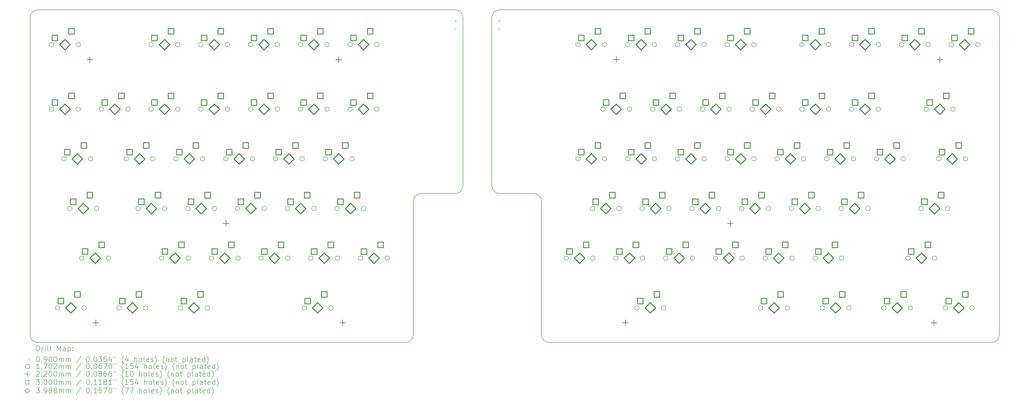
<source format=gbr>
%TF.GenerationSoftware,KiCad,Pcbnew,9.0.2*%
%TF.CreationDate,2025-05-23T00:15:23+09:00*%
%TF.ProjectId,jjongkbd,6a6a6f6e-676b-4626-942e-6b696361645f,0.1*%
%TF.SameCoordinates,Original*%
%TF.FileFunction,Drillmap*%
%TF.FilePolarity,Positive*%
%FSLAX45Y45*%
G04 Gerber Fmt 4.5, Leading zero omitted, Abs format (unit mm)*
G04 Created by KiCad (PCBNEW 9.0.2) date 2025-05-23 00:15:23*
%MOMM*%
%LPD*%
G01*
G04 APERTURE LIST*
%ADD10C,0.150000*%
%ADD11C,0.200000*%
%ADD12C,0.100000*%
%ADD13C,0.170180*%
%ADD14C,0.220000*%
%ADD15C,0.300000*%
%ADD16C,0.398780*%
G04 APERTURE END LIST*
D10*
X2470000Y-16800000D02*
X2470000Y-4670000D01*
X2770000Y-4370000D02*
X18700000Y-4370000D01*
X19000000Y-4670000D02*
X19000000Y-11100000D01*
X18700000Y-11400000D02*
X17400000Y-11400000D01*
X17100000Y-11700000D02*
X17100000Y-16800000D01*
X16800000Y-17100000D02*
X2770000Y-17100000D01*
X2470000Y-4670000D02*
G75*
G02*
X2770000Y-4370000I300000J0D01*
G01*
X18700000Y-4370000D02*
G75*
G02*
X19000000Y-4670000I0J-300000D01*
G01*
X19000000Y-11100000D02*
G75*
G02*
X18700000Y-11400000I-300000J0D01*
G01*
X17100000Y-11700000D02*
G75*
G02*
X17400000Y-11400000I300000J0D01*
G01*
X17100000Y-16800000D02*
G75*
G02*
X16800000Y-17100000I-300000J0D01*
G01*
X2770000Y-17100000D02*
G75*
G02*
X2470000Y-16800000I0J300000D01*
G01*
X20400000Y-4370000D02*
X39180000Y-4370000D01*
X39480000Y-4670000D02*
X39480000Y-16800000D01*
X39180000Y-17100000D02*
X22300000Y-17100000D01*
X22000000Y-16800000D02*
X22000000Y-11700000D01*
X21700000Y-11400000D02*
X20400000Y-11400000D01*
X20100000Y-11100000D02*
X20100000Y-4670000D01*
X39180000Y-4370000D02*
G75*
G02*
X39480000Y-4670000I0J-300000D01*
G01*
X39480000Y-16800000D02*
G75*
G02*
X39180000Y-17100000I-300000J0D01*
G01*
X22300000Y-17100000D02*
G75*
G02*
X22000000Y-16800000I0J300000D01*
G01*
X21700000Y-11400000D02*
G75*
G02*
X22000000Y-11700000I0J-300000D01*
G01*
X20400000Y-11400000D02*
G75*
G02*
X20100000Y-11100000I0J300000D01*
G01*
X20100000Y-4670000D02*
G75*
G02*
X20400000Y-4370000I300000J0D01*
G01*
D11*
D12*
X18672500Y-4745000D02*
X18762500Y-4835000D01*
X18762500Y-4745000D02*
X18672500Y-4835000D01*
X18672500Y-5045000D02*
X18762500Y-5135000D01*
X18762500Y-5045000D02*
X18672500Y-5135000D01*
X20337500Y-4745000D02*
X20427500Y-4835000D01*
X20427500Y-4745000D02*
X20337500Y-4835000D01*
X20337500Y-5045000D02*
X20427500Y-5135000D01*
X20427500Y-5045000D02*
X20337500Y-5135000D01*
D13*
X3377090Y-5700000D02*
G75*
G02*
X3206910Y-5700000I-85090J0D01*
G01*
X3206910Y-5700000D02*
G75*
G02*
X3377090Y-5700000I85090J0D01*
G01*
X3377090Y-8170000D02*
G75*
G02*
X3206910Y-8170000I-85090J0D01*
G01*
X3206910Y-8170000D02*
G75*
G02*
X3377090Y-8170000I85090J0D01*
G01*
X3602090Y-15770000D02*
G75*
G02*
X3431910Y-15770000I-85090J0D01*
G01*
X3431910Y-15770000D02*
G75*
G02*
X3602090Y-15770000I85090J0D01*
G01*
X3852090Y-10070000D02*
G75*
G02*
X3681910Y-10070000I-85090J0D01*
G01*
X3681910Y-10070000D02*
G75*
G02*
X3852090Y-10070000I85090J0D01*
G01*
X4077090Y-11970000D02*
G75*
G02*
X3906910Y-11970000I-85090J0D01*
G01*
X3906910Y-11970000D02*
G75*
G02*
X4077090Y-11970000I85090J0D01*
G01*
X4393090Y-5700000D02*
G75*
G02*
X4222910Y-5700000I-85090J0D01*
G01*
X4222910Y-5700000D02*
G75*
G02*
X4393090Y-5700000I85090J0D01*
G01*
X4393090Y-8170000D02*
G75*
G02*
X4222910Y-8170000I-85090J0D01*
G01*
X4222910Y-8170000D02*
G75*
G02*
X4393090Y-8170000I85090J0D01*
G01*
X4527090Y-13870000D02*
G75*
G02*
X4356910Y-13870000I-85090J0D01*
G01*
X4356910Y-13870000D02*
G75*
G02*
X4527090Y-13870000I85090J0D01*
G01*
X4618090Y-15770000D02*
G75*
G02*
X4447910Y-15770000I-85090J0D01*
G01*
X4447910Y-15770000D02*
G75*
G02*
X4618090Y-15770000I85090J0D01*
G01*
X4868090Y-10070000D02*
G75*
G02*
X4697910Y-10070000I-85090J0D01*
G01*
X4697910Y-10070000D02*
G75*
G02*
X4868090Y-10070000I85090J0D01*
G01*
X5093090Y-11970000D02*
G75*
G02*
X4922910Y-11970000I-85090J0D01*
G01*
X4922910Y-11970000D02*
G75*
G02*
X5093090Y-11970000I85090J0D01*
G01*
X5277090Y-8170000D02*
G75*
G02*
X5106910Y-8170000I-85090J0D01*
G01*
X5106910Y-8170000D02*
G75*
G02*
X5277090Y-8170000I85090J0D01*
G01*
X5543090Y-13870000D02*
G75*
G02*
X5372910Y-13870000I-85090J0D01*
G01*
X5372910Y-13870000D02*
G75*
G02*
X5543090Y-13870000I85090J0D01*
G01*
X5952090Y-15770000D02*
G75*
G02*
X5781910Y-15770000I-85090J0D01*
G01*
X5781910Y-15770000D02*
G75*
G02*
X5952090Y-15770000I85090J0D01*
G01*
X6227090Y-10070000D02*
G75*
G02*
X6056910Y-10070000I-85090J0D01*
G01*
X6056910Y-10070000D02*
G75*
G02*
X6227090Y-10070000I85090J0D01*
G01*
X6293090Y-8170000D02*
G75*
G02*
X6122910Y-8170000I-85090J0D01*
G01*
X6122910Y-8170000D02*
G75*
G02*
X6293090Y-8170000I85090J0D01*
G01*
X6677090Y-11970000D02*
G75*
G02*
X6506910Y-11970000I-85090J0D01*
G01*
X6506910Y-11970000D02*
G75*
G02*
X6677090Y-11970000I85090J0D01*
G01*
X6968090Y-15770000D02*
G75*
G02*
X6797910Y-15770000I-85090J0D01*
G01*
X6797910Y-15770000D02*
G75*
G02*
X6968090Y-15770000I85090J0D01*
G01*
X7177090Y-5700000D02*
G75*
G02*
X7006910Y-5700000I-85090J0D01*
G01*
X7006910Y-5700000D02*
G75*
G02*
X7177090Y-5700000I85090J0D01*
G01*
X7177090Y-8170000D02*
G75*
G02*
X7006910Y-8170000I-85090J0D01*
G01*
X7006910Y-8170000D02*
G75*
G02*
X7177090Y-8170000I85090J0D01*
G01*
X7243090Y-10070000D02*
G75*
G02*
X7072910Y-10070000I-85090J0D01*
G01*
X7072910Y-10070000D02*
G75*
G02*
X7243090Y-10070000I85090J0D01*
G01*
X7577090Y-13870000D02*
G75*
G02*
X7406910Y-13870000I-85090J0D01*
G01*
X7406910Y-13870000D02*
G75*
G02*
X7577090Y-13870000I85090J0D01*
G01*
X7693090Y-11970000D02*
G75*
G02*
X7522910Y-11970000I-85090J0D01*
G01*
X7522910Y-11970000D02*
G75*
G02*
X7693090Y-11970000I85090J0D01*
G01*
X8127090Y-10070000D02*
G75*
G02*
X7956910Y-10070000I-85090J0D01*
G01*
X7956910Y-10070000D02*
G75*
G02*
X8127090Y-10070000I85090J0D01*
G01*
X8193090Y-5700000D02*
G75*
G02*
X8022910Y-5700000I-85090J0D01*
G01*
X8022910Y-5700000D02*
G75*
G02*
X8193090Y-5700000I85090J0D01*
G01*
X8193090Y-8170000D02*
G75*
G02*
X8022910Y-8170000I-85090J0D01*
G01*
X8022910Y-8170000D02*
G75*
G02*
X8193090Y-8170000I85090J0D01*
G01*
X8302090Y-15770000D02*
G75*
G02*
X8131910Y-15770000I-85090J0D01*
G01*
X8131910Y-15770000D02*
G75*
G02*
X8302090Y-15770000I85090J0D01*
G01*
X8577090Y-11970000D02*
G75*
G02*
X8406910Y-11970000I-85090J0D01*
G01*
X8406910Y-11970000D02*
G75*
G02*
X8577090Y-11970000I85090J0D01*
G01*
X8593090Y-13870000D02*
G75*
G02*
X8422910Y-13870000I-85090J0D01*
G01*
X8422910Y-13870000D02*
G75*
G02*
X8593090Y-13870000I85090J0D01*
G01*
X9077090Y-5700000D02*
G75*
G02*
X8906910Y-5700000I-85090J0D01*
G01*
X8906910Y-5700000D02*
G75*
G02*
X9077090Y-5700000I85090J0D01*
G01*
X9077090Y-8170000D02*
G75*
G02*
X8906910Y-8170000I-85090J0D01*
G01*
X8906910Y-8170000D02*
G75*
G02*
X9077090Y-8170000I85090J0D01*
G01*
X9143090Y-10070000D02*
G75*
G02*
X8972910Y-10070000I-85090J0D01*
G01*
X8972910Y-10070000D02*
G75*
G02*
X9143090Y-10070000I85090J0D01*
G01*
X9318090Y-15770000D02*
G75*
G02*
X9147910Y-15770000I-85090J0D01*
G01*
X9147910Y-15770000D02*
G75*
G02*
X9318090Y-15770000I85090J0D01*
G01*
X9477090Y-13870000D02*
G75*
G02*
X9306910Y-13870000I-85090J0D01*
G01*
X9306910Y-13870000D02*
G75*
G02*
X9477090Y-13870000I85090J0D01*
G01*
X9593090Y-11970000D02*
G75*
G02*
X9422910Y-11970000I-85090J0D01*
G01*
X9422910Y-11970000D02*
G75*
G02*
X9593090Y-11970000I85090J0D01*
G01*
X10027090Y-10070000D02*
G75*
G02*
X9856910Y-10070000I-85090J0D01*
G01*
X9856910Y-10070000D02*
G75*
G02*
X10027090Y-10070000I85090J0D01*
G01*
X10093090Y-5700000D02*
G75*
G02*
X9922910Y-5700000I-85090J0D01*
G01*
X9922910Y-5700000D02*
G75*
G02*
X10093090Y-5700000I85090J0D01*
G01*
X10093090Y-8170000D02*
G75*
G02*
X9922910Y-8170000I-85090J0D01*
G01*
X9922910Y-8170000D02*
G75*
G02*
X10093090Y-8170000I85090J0D01*
G01*
X10477090Y-11970000D02*
G75*
G02*
X10306910Y-11970000I-85090J0D01*
G01*
X10306910Y-11970000D02*
G75*
G02*
X10477090Y-11970000I85090J0D01*
G01*
X10493090Y-13870000D02*
G75*
G02*
X10322910Y-13870000I-85090J0D01*
G01*
X10322910Y-13870000D02*
G75*
G02*
X10493090Y-13870000I85090J0D01*
G01*
X10977090Y-5700000D02*
G75*
G02*
X10806910Y-5700000I-85090J0D01*
G01*
X10806910Y-5700000D02*
G75*
G02*
X10977090Y-5700000I85090J0D01*
G01*
X10977090Y-8170000D02*
G75*
G02*
X10806910Y-8170000I-85090J0D01*
G01*
X10806910Y-8170000D02*
G75*
G02*
X10977090Y-8170000I85090J0D01*
G01*
X11043090Y-10070000D02*
G75*
G02*
X10872910Y-10070000I-85090J0D01*
G01*
X10872910Y-10070000D02*
G75*
G02*
X11043090Y-10070000I85090J0D01*
G01*
X11377090Y-13870000D02*
G75*
G02*
X11206910Y-13870000I-85090J0D01*
G01*
X11206910Y-13870000D02*
G75*
G02*
X11377090Y-13870000I85090J0D01*
G01*
X11493090Y-11970000D02*
G75*
G02*
X11322910Y-11970000I-85090J0D01*
G01*
X11322910Y-11970000D02*
G75*
G02*
X11493090Y-11970000I85090J0D01*
G01*
X11927090Y-10070000D02*
G75*
G02*
X11756910Y-10070000I-85090J0D01*
G01*
X11756910Y-10070000D02*
G75*
G02*
X11927090Y-10070000I85090J0D01*
G01*
X11993090Y-5700000D02*
G75*
G02*
X11822910Y-5700000I-85090J0D01*
G01*
X11822910Y-5700000D02*
G75*
G02*
X11993090Y-5700000I85090J0D01*
G01*
X11993090Y-8170000D02*
G75*
G02*
X11822910Y-8170000I-85090J0D01*
G01*
X11822910Y-8170000D02*
G75*
G02*
X11993090Y-8170000I85090J0D01*
G01*
X12377090Y-11970000D02*
G75*
G02*
X12206910Y-11970000I-85090J0D01*
G01*
X12206910Y-11970000D02*
G75*
G02*
X12377090Y-11970000I85090J0D01*
G01*
X12393090Y-13870000D02*
G75*
G02*
X12222910Y-13870000I-85090J0D01*
G01*
X12222910Y-13870000D02*
G75*
G02*
X12393090Y-13870000I85090J0D01*
G01*
X12877090Y-5700000D02*
G75*
G02*
X12706910Y-5700000I-85090J0D01*
G01*
X12706910Y-5700000D02*
G75*
G02*
X12877090Y-5700000I85090J0D01*
G01*
X12877090Y-8170000D02*
G75*
G02*
X12706910Y-8170000I-85090J0D01*
G01*
X12706910Y-8170000D02*
G75*
G02*
X12877090Y-8170000I85090J0D01*
G01*
X12943090Y-10070000D02*
G75*
G02*
X12772910Y-10070000I-85090J0D01*
G01*
X12772910Y-10070000D02*
G75*
G02*
X12943090Y-10070000I85090J0D01*
G01*
X13027090Y-15770000D02*
G75*
G02*
X12856910Y-15770000I-85090J0D01*
G01*
X12856910Y-15770000D02*
G75*
G02*
X13027090Y-15770000I85090J0D01*
G01*
X13277090Y-13870000D02*
G75*
G02*
X13106910Y-13870000I-85090J0D01*
G01*
X13106910Y-13870000D02*
G75*
G02*
X13277090Y-13870000I85090J0D01*
G01*
X13393090Y-11970000D02*
G75*
G02*
X13222910Y-11970000I-85090J0D01*
G01*
X13222910Y-11970000D02*
G75*
G02*
X13393090Y-11970000I85090J0D01*
G01*
X13827090Y-10070000D02*
G75*
G02*
X13656910Y-10070000I-85090J0D01*
G01*
X13656910Y-10070000D02*
G75*
G02*
X13827090Y-10070000I85090J0D01*
G01*
X13893090Y-5700000D02*
G75*
G02*
X13722910Y-5700000I-85090J0D01*
G01*
X13722910Y-5700000D02*
G75*
G02*
X13893090Y-5700000I85090J0D01*
G01*
X13893090Y-8170000D02*
G75*
G02*
X13722910Y-8170000I-85090J0D01*
G01*
X13722910Y-8170000D02*
G75*
G02*
X13893090Y-8170000I85090J0D01*
G01*
X14043090Y-15770000D02*
G75*
G02*
X13872910Y-15770000I-85090J0D01*
G01*
X13872910Y-15770000D02*
G75*
G02*
X14043090Y-15770000I85090J0D01*
G01*
X14277090Y-11970000D02*
G75*
G02*
X14106910Y-11970000I-85090J0D01*
G01*
X14106910Y-11970000D02*
G75*
G02*
X14277090Y-11970000I85090J0D01*
G01*
X14293090Y-13870000D02*
G75*
G02*
X14122910Y-13870000I-85090J0D01*
G01*
X14122910Y-13870000D02*
G75*
G02*
X14293090Y-13870000I85090J0D01*
G01*
X14777090Y-5700000D02*
G75*
G02*
X14606910Y-5700000I-85090J0D01*
G01*
X14606910Y-5700000D02*
G75*
G02*
X14777090Y-5700000I85090J0D01*
G01*
X14777090Y-8170000D02*
G75*
G02*
X14606910Y-8170000I-85090J0D01*
G01*
X14606910Y-8170000D02*
G75*
G02*
X14777090Y-8170000I85090J0D01*
G01*
X14843090Y-10070000D02*
G75*
G02*
X14672910Y-10070000I-85090J0D01*
G01*
X14672910Y-10070000D02*
G75*
G02*
X14843090Y-10070000I85090J0D01*
G01*
X15177090Y-13870000D02*
G75*
G02*
X15006910Y-13870000I-85090J0D01*
G01*
X15006910Y-13870000D02*
G75*
G02*
X15177090Y-13870000I85090J0D01*
G01*
X15293090Y-11970000D02*
G75*
G02*
X15122910Y-11970000I-85090J0D01*
G01*
X15122910Y-11970000D02*
G75*
G02*
X15293090Y-11970000I85090J0D01*
G01*
X15793090Y-5700000D02*
G75*
G02*
X15622910Y-5700000I-85090J0D01*
G01*
X15622910Y-5700000D02*
G75*
G02*
X15793090Y-5700000I85090J0D01*
G01*
X15793090Y-8170000D02*
G75*
G02*
X15622910Y-8170000I-85090J0D01*
G01*
X15622910Y-8170000D02*
G75*
G02*
X15793090Y-8170000I85090J0D01*
G01*
X16193090Y-13870000D02*
G75*
G02*
X16022910Y-13870000I-85090J0D01*
G01*
X16022910Y-13870000D02*
G75*
G02*
X16193090Y-13870000I85090J0D01*
G01*
X23027090Y-13870000D02*
G75*
G02*
X22856910Y-13870000I-85090J0D01*
G01*
X22856910Y-13870000D02*
G75*
G02*
X23027090Y-13870000I85090J0D01*
G01*
X23477090Y-5700000D02*
G75*
G02*
X23306910Y-5700000I-85090J0D01*
G01*
X23306910Y-5700000D02*
G75*
G02*
X23477090Y-5700000I85090J0D01*
G01*
X23477090Y-10070000D02*
G75*
G02*
X23306910Y-10070000I-85090J0D01*
G01*
X23306910Y-10070000D02*
G75*
G02*
X23477090Y-10070000I85090J0D01*
G01*
X24027090Y-11970000D02*
G75*
G02*
X23856910Y-11970000I-85090J0D01*
G01*
X23856910Y-11970000D02*
G75*
G02*
X24027090Y-11970000I85090J0D01*
G01*
X24043090Y-13870000D02*
G75*
G02*
X23872910Y-13870000I-85090J0D01*
G01*
X23872910Y-13870000D02*
G75*
G02*
X24043090Y-13870000I85090J0D01*
G01*
X24427090Y-8170000D02*
G75*
G02*
X24256910Y-8170000I-85090J0D01*
G01*
X24256910Y-8170000D02*
G75*
G02*
X24427090Y-8170000I85090J0D01*
G01*
X24493090Y-5700000D02*
G75*
G02*
X24322910Y-5700000I-85090J0D01*
G01*
X24322910Y-5700000D02*
G75*
G02*
X24493090Y-5700000I85090J0D01*
G01*
X24493090Y-10070000D02*
G75*
G02*
X24322910Y-10070000I-85090J0D01*
G01*
X24322910Y-10070000D02*
G75*
G02*
X24493090Y-10070000I85090J0D01*
G01*
X24927090Y-13870000D02*
G75*
G02*
X24756910Y-13870000I-85090J0D01*
G01*
X24756910Y-13870000D02*
G75*
G02*
X24927090Y-13870000I85090J0D01*
G01*
X25043090Y-11970000D02*
G75*
G02*
X24872910Y-11970000I-85090J0D01*
G01*
X24872910Y-11970000D02*
G75*
G02*
X25043090Y-11970000I85090J0D01*
G01*
X25377090Y-5700000D02*
G75*
G02*
X25206910Y-5700000I-85090J0D01*
G01*
X25206910Y-5700000D02*
G75*
G02*
X25377090Y-5700000I85090J0D01*
G01*
X25377090Y-10070000D02*
G75*
G02*
X25206910Y-10070000I-85090J0D01*
G01*
X25206910Y-10070000D02*
G75*
G02*
X25377090Y-10070000I85090J0D01*
G01*
X25443090Y-8170000D02*
G75*
G02*
X25272910Y-8170000I-85090J0D01*
G01*
X25272910Y-8170000D02*
G75*
G02*
X25443090Y-8170000I85090J0D01*
G01*
X25727090Y-15770000D02*
G75*
G02*
X25556910Y-15770000I-85090J0D01*
G01*
X25556910Y-15770000D02*
G75*
G02*
X25727090Y-15770000I85090J0D01*
G01*
X25927090Y-11970000D02*
G75*
G02*
X25756910Y-11970000I-85090J0D01*
G01*
X25756910Y-11970000D02*
G75*
G02*
X25927090Y-11970000I85090J0D01*
G01*
X25943090Y-13870000D02*
G75*
G02*
X25772910Y-13870000I-85090J0D01*
G01*
X25772910Y-13870000D02*
G75*
G02*
X25943090Y-13870000I85090J0D01*
G01*
X26327090Y-8170000D02*
G75*
G02*
X26156910Y-8170000I-85090J0D01*
G01*
X26156910Y-8170000D02*
G75*
G02*
X26327090Y-8170000I85090J0D01*
G01*
X26393090Y-5700000D02*
G75*
G02*
X26222910Y-5700000I-85090J0D01*
G01*
X26222910Y-5700000D02*
G75*
G02*
X26393090Y-5700000I85090J0D01*
G01*
X26393090Y-10070000D02*
G75*
G02*
X26222910Y-10070000I-85090J0D01*
G01*
X26222910Y-10070000D02*
G75*
G02*
X26393090Y-10070000I85090J0D01*
G01*
X26743090Y-15770000D02*
G75*
G02*
X26572910Y-15770000I-85090J0D01*
G01*
X26572910Y-15770000D02*
G75*
G02*
X26743090Y-15770000I85090J0D01*
G01*
X26827090Y-13870000D02*
G75*
G02*
X26656910Y-13870000I-85090J0D01*
G01*
X26656910Y-13870000D02*
G75*
G02*
X26827090Y-13870000I85090J0D01*
G01*
X26943090Y-11970000D02*
G75*
G02*
X26772910Y-11970000I-85090J0D01*
G01*
X26772910Y-11970000D02*
G75*
G02*
X26943090Y-11970000I85090J0D01*
G01*
X27277090Y-5700000D02*
G75*
G02*
X27106910Y-5700000I-85090J0D01*
G01*
X27106910Y-5700000D02*
G75*
G02*
X27277090Y-5700000I85090J0D01*
G01*
X27277090Y-10070000D02*
G75*
G02*
X27106910Y-10070000I-85090J0D01*
G01*
X27106910Y-10070000D02*
G75*
G02*
X27277090Y-10070000I85090J0D01*
G01*
X27343090Y-8170000D02*
G75*
G02*
X27172910Y-8170000I-85090J0D01*
G01*
X27172910Y-8170000D02*
G75*
G02*
X27343090Y-8170000I85090J0D01*
G01*
X27827090Y-11970000D02*
G75*
G02*
X27656910Y-11970000I-85090J0D01*
G01*
X27656910Y-11970000D02*
G75*
G02*
X27827090Y-11970000I85090J0D01*
G01*
X27843090Y-13870000D02*
G75*
G02*
X27672910Y-13870000I-85090J0D01*
G01*
X27672910Y-13870000D02*
G75*
G02*
X27843090Y-13870000I85090J0D01*
G01*
X28227090Y-8170000D02*
G75*
G02*
X28056910Y-8170000I-85090J0D01*
G01*
X28056910Y-8170000D02*
G75*
G02*
X28227090Y-8170000I85090J0D01*
G01*
X28293090Y-5700000D02*
G75*
G02*
X28122910Y-5700000I-85090J0D01*
G01*
X28122910Y-5700000D02*
G75*
G02*
X28293090Y-5700000I85090J0D01*
G01*
X28293090Y-10070000D02*
G75*
G02*
X28122910Y-10070000I-85090J0D01*
G01*
X28122910Y-10070000D02*
G75*
G02*
X28293090Y-10070000I85090J0D01*
G01*
X28727090Y-13870000D02*
G75*
G02*
X28556910Y-13870000I-85090J0D01*
G01*
X28556910Y-13870000D02*
G75*
G02*
X28727090Y-13870000I85090J0D01*
G01*
X28843090Y-11970000D02*
G75*
G02*
X28672910Y-11970000I-85090J0D01*
G01*
X28672910Y-11970000D02*
G75*
G02*
X28843090Y-11970000I85090J0D01*
G01*
X29177090Y-5700000D02*
G75*
G02*
X29006910Y-5700000I-85090J0D01*
G01*
X29006910Y-5700000D02*
G75*
G02*
X29177090Y-5700000I85090J0D01*
G01*
X29177090Y-10070000D02*
G75*
G02*
X29006910Y-10070000I-85090J0D01*
G01*
X29006910Y-10070000D02*
G75*
G02*
X29177090Y-10070000I85090J0D01*
G01*
X29243090Y-8170000D02*
G75*
G02*
X29072910Y-8170000I-85090J0D01*
G01*
X29072910Y-8170000D02*
G75*
G02*
X29243090Y-8170000I85090J0D01*
G01*
X29727090Y-11970000D02*
G75*
G02*
X29556910Y-11970000I-85090J0D01*
G01*
X29556910Y-11970000D02*
G75*
G02*
X29727090Y-11970000I85090J0D01*
G01*
X29743090Y-13870000D02*
G75*
G02*
X29572910Y-13870000I-85090J0D01*
G01*
X29572910Y-13870000D02*
G75*
G02*
X29743090Y-13870000I85090J0D01*
G01*
X30127090Y-8170000D02*
G75*
G02*
X29956910Y-8170000I-85090J0D01*
G01*
X29956910Y-8170000D02*
G75*
G02*
X30127090Y-8170000I85090J0D01*
G01*
X30193090Y-5700000D02*
G75*
G02*
X30022910Y-5700000I-85090J0D01*
G01*
X30022910Y-5700000D02*
G75*
G02*
X30193090Y-5700000I85090J0D01*
G01*
X30193090Y-10070000D02*
G75*
G02*
X30022910Y-10070000I-85090J0D01*
G01*
X30022910Y-10070000D02*
G75*
G02*
X30193090Y-10070000I85090J0D01*
G01*
X30452090Y-15770000D02*
G75*
G02*
X30281910Y-15770000I-85090J0D01*
G01*
X30281910Y-15770000D02*
G75*
G02*
X30452090Y-15770000I85090J0D01*
G01*
X30627090Y-13870000D02*
G75*
G02*
X30456910Y-13870000I-85090J0D01*
G01*
X30456910Y-13870000D02*
G75*
G02*
X30627090Y-13870000I85090J0D01*
G01*
X30743090Y-11970000D02*
G75*
G02*
X30572910Y-11970000I-85090J0D01*
G01*
X30572910Y-11970000D02*
G75*
G02*
X30743090Y-11970000I85090J0D01*
G01*
X31077090Y-10070000D02*
G75*
G02*
X30906910Y-10070000I-85090J0D01*
G01*
X30906910Y-10070000D02*
G75*
G02*
X31077090Y-10070000I85090J0D01*
G01*
X31143090Y-8170000D02*
G75*
G02*
X30972910Y-8170000I-85090J0D01*
G01*
X30972910Y-8170000D02*
G75*
G02*
X31143090Y-8170000I85090J0D01*
G01*
X31468090Y-15770000D02*
G75*
G02*
X31297910Y-15770000I-85090J0D01*
G01*
X31297910Y-15770000D02*
G75*
G02*
X31468090Y-15770000I85090J0D01*
G01*
X31627090Y-11970000D02*
G75*
G02*
X31456910Y-11970000I-85090J0D01*
G01*
X31456910Y-11970000D02*
G75*
G02*
X31627090Y-11970000I85090J0D01*
G01*
X31643090Y-13870000D02*
G75*
G02*
X31472910Y-13870000I-85090J0D01*
G01*
X31472910Y-13870000D02*
G75*
G02*
X31643090Y-13870000I85090J0D01*
G01*
X32027090Y-5700000D02*
G75*
G02*
X31856910Y-5700000I-85090J0D01*
G01*
X31856910Y-5700000D02*
G75*
G02*
X32027090Y-5700000I85090J0D01*
G01*
X32027090Y-8170000D02*
G75*
G02*
X31856910Y-8170000I-85090J0D01*
G01*
X31856910Y-8170000D02*
G75*
G02*
X32027090Y-8170000I85090J0D01*
G01*
X32093090Y-10070000D02*
G75*
G02*
X31922910Y-10070000I-85090J0D01*
G01*
X31922910Y-10070000D02*
G75*
G02*
X32093090Y-10070000I85090J0D01*
G01*
X32527090Y-13870000D02*
G75*
G02*
X32356910Y-13870000I-85090J0D01*
G01*
X32356910Y-13870000D02*
G75*
G02*
X32527090Y-13870000I85090J0D01*
G01*
X32643090Y-11970000D02*
G75*
G02*
X32472910Y-11970000I-85090J0D01*
G01*
X32472910Y-11970000D02*
G75*
G02*
X32643090Y-11970000I85090J0D01*
G01*
X32802090Y-15770000D02*
G75*
G02*
X32631910Y-15770000I-85090J0D01*
G01*
X32631910Y-15770000D02*
G75*
G02*
X32802090Y-15770000I85090J0D01*
G01*
X32977090Y-10070000D02*
G75*
G02*
X32806910Y-10070000I-85090J0D01*
G01*
X32806910Y-10070000D02*
G75*
G02*
X32977090Y-10070000I85090J0D01*
G01*
X33043090Y-5700000D02*
G75*
G02*
X32872910Y-5700000I-85090J0D01*
G01*
X32872910Y-5700000D02*
G75*
G02*
X33043090Y-5700000I85090J0D01*
G01*
X33043090Y-8170000D02*
G75*
G02*
X32872910Y-8170000I-85090J0D01*
G01*
X32872910Y-8170000D02*
G75*
G02*
X33043090Y-8170000I85090J0D01*
G01*
X33527090Y-11970000D02*
G75*
G02*
X33356910Y-11970000I-85090J0D01*
G01*
X33356910Y-11970000D02*
G75*
G02*
X33527090Y-11970000I85090J0D01*
G01*
X33543090Y-13870000D02*
G75*
G02*
X33372910Y-13870000I-85090J0D01*
G01*
X33372910Y-13870000D02*
G75*
G02*
X33543090Y-13870000I85090J0D01*
G01*
X33818090Y-15770000D02*
G75*
G02*
X33647910Y-15770000I-85090J0D01*
G01*
X33647910Y-15770000D02*
G75*
G02*
X33818090Y-15770000I85090J0D01*
G01*
X33927090Y-5700000D02*
G75*
G02*
X33756910Y-5700000I-85090J0D01*
G01*
X33756910Y-5700000D02*
G75*
G02*
X33927090Y-5700000I85090J0D01*
G01*
X33927090Y-8170000D02*
G75*
G02*
X33756910Y-8170000I-85090J0D01*
G01*
X33756910Y-8170000D02*
G75*
G02*
X33927090Y-8170000I85090J0D01*
G01*
X33993090Y-10070000D02*
G75*
G02*
X33822910Y-10070000I-85090J0D01*
G01*
X33822910Y-10070000D02*
G75*
G02*
X33993090Y-10070000I85090J0D01*
G01*
X34543090Y-11970000D02*
G75*
G02*
X34372910Y-11970000I-85090J0D01*
G01*
X34372910Y-11970000D02*
G75*
G02*
X34543090Y-11970000I85090J0D01*
G01*
X34877090Y-10070000D02*
G75*
G02*
X34706910Y-10070000I-85090J0D01*
G01*
X34706910Y-10070000D02*
G75*
G02*
X34877090Y-10070000I85090J0D01*
G01*
X34943090Y-5700000D02*
G75*
G02*
X34772910Y-5700000I-85090J0D01*
G01*
X34772910Y-5700000D02*
G75*
G02*
X34943090Y-5700000I85090J0D01*
G01*
X34943090Y-8170000D02*
G75*
G02*
X34772910Y-8170000I-85090J0D01*
G01*
X34772910Y-8170000D02*
G75*
G02*
X34943090Y-8170000I85090J0D01*
G01*
X35152090Y-15770000D02*
G75*
G02*
X34981910Y-15770000I-85090J0D01*
G01*
X34981910Y-15770000D02*
G75*
G02*
X35152090Y-15770000I85090J0D01*
G01*
X35827090Y-5700000D02*
G75*
G02*
X35656910Y-5700000I-85090J0D01*
G01*
X35656910Y-5700000D02*
G75*
G02*
X35827090Y-5700000I85090J0D01*
G01*
X35893090Y-10070000D02*
G75*
G02*
X35722910Y-10070000I-85090J0D01*
G01*
X35722910Y-10070000D02*
G75*
G02*
X35893090Y-10070000I85090J0D01*
G01*
X36077090Y-13870000D02*
G75*
G02*
X35906910Y-13870000I-85090J0D01*
G01*
X35906910Y-13870000D02*
G75*
G02*
X36077090Y-13870000I85090J0D01*
G01*
X36168090Y-15770000D02*
G75*
G02*
X35997910Y-15770000I-85090J0D01*
G01*
X35997910Y-15770000D02*
G75*
G02*
X36168090Y-15770000I85090J0D01*
G01*
X36577090Y-11970000D02*
G75*
G02*
X36406910Y-11970000I-85090J0D01*
G01*
X36406910Y-11970000D02*
G75*
G02*
X36577090Y-11970000I85090J0D01*
G01*
X36777090Y-8170000D02*
G75*
G02*
X36606910Y-8170000I-85090J0D01*
G01*
X36606910Y-8170000D02*
G75*
G02*
X36777090Y-8170000I85090J0D01*
G01*
X36843090Y-5700000D02*
G75*
G02*
X36672910Y-5700000I-85090J0D01*
G01*
X36672910Y-5700000D02*
G75*
G02*
X36843090Y-5700000I85090J0D01*
G01*
X37093090Y-13870000D02*
G75*
G02*
X36922910Y-13870000I-85090J0D01*
G01*
X36922910Y-13870000D02*
G75*
G02*
X37093090Y-13870000I85090J0D01*
G01*
X37252090Y-10070000D02*
G75*
G02*
X37081910Y-10070000I-85090J0D01*
G01*
X37081910Y-10070000D02*
G75*
G02*
X37252090Y-10070000I85090J0D01*
G01*
X37502090Y-15770000D02*
G75*
G02*
X37331910Y-15770000I-85090J0D01*
G01*
X37331910Y-15770000D02*
G75*
G02*
X37502090Y-15770000I85090J0D01*
G01*
X37593090Y-11970000D02*
G75*
G02*
X37422910Y-11970000I-85090J0D01*
G01*
X37422910Y-11970000D02*
G75*
G02*
X37593090Y-11970000I85090J0D01*
G01*
X37727090Y-5700000D02*
G75*
G02*
X37556910Y-5700000I-85090J0D01*
G01*
X37556910Y-5700000D02*
G75*
G02*
X37727090Y-5700000I85090J0D01*
G01*
X37793090Y-8170000D02*
G75*
G02*
X37622910Y-8170000I-85090J0D01*
G01*
X37622910Y-8170000D02*
G75*
G02*
X37793090Y-8170000I85090J0D01*
G01*
X38268090Y-10070000D02*
G75*
G02*
X38097910Y-10070000I-85090J0D01*
G01*
X38097910Y-10070000D02*
G75*
G02*
X38268090Y-10070000I85090J0D01*
G01*
X38518090Y-15770000D02*
G75*
G02*
X38347910Y-15770000I-85090J0D01*
G01*
X38347910Y-15770000D02*
G75*
G02*
X38518090Y-15770000I85090J0D01*
G01*
X38743090Y-5700000D02*
G75*
G02*
X38572910Y-5700000I-85090J0D01*
G01*
X38572910Y-5700000D02*
G75*
G02*
X38743090Y-5700000I85090J0D01*
G01*
D14*
X4750000Y-6160000D02*
X4750000Y-6380000D01*
X4640000Y-6270000D02*
X4860000Y-6270000D01*
X4975000Y-16230000D02*
X4975000Y-16450000D01*
X4865000Y-16340000D02*
X5085000Y-16340000D01*
X9950000Y-12430000D02*
X9950000Y-12650000D01*
X9840000Y-12540000D02*
X10060000Y-12540000D01*
X14250000Y-6160000D02*
X14250000Y-6380000D01*
X14140000Y-6270000D02*
X14360000Y-6270000D01*
X14400000Y-16230000D02*
X14400000Y-16450000D01*
X14290000Y-16340000D02*
X14510000Y-16340000D01*
X24850000Y-6160000D02*
X24850000Y-6380000D01*
X24740000Y-6270000D02*
X24960000Y-6270000D01*
X25200000Y-16230000D02*
X25200000Y-16450000D01*
X25090000Y-16340000D02*
X25310000Y-16340000D01*
X29200000Y-12430000D02*
X29200000Y-12650000D01*
X29090000Y-12540000D02*
X29310000Y-12540000D01*
X36975000Y-16230000D02*
X36975000Y-16450000D01*
X36865000Y-16340000D02*
X37085000Y-16340000D01*
X37200000Y-6160000D02*
X37200000Y-6380000D01*
X37090000Y-6270000D02*
X37310000Y-6270000D01*
D15*
X3525067Y-5552067D02*
X3525067Y-5339933D01*
X3312933Y-5339933D01*
X3312933Y-5552067D01*
X3525067Y-5552067D01*
X3525067Y-8022067D02*
X3525067Y-7809933D01*
X3312933Y-7809933D01*
X3312933Y-8022067D01*
X3525067Y-8022067D01*
X3750067Y-15622067D02*
X3750067Y-15409933D01*
X3537933Y-15409933D01*
X3537933Y-15622067D01*
X3750067Y-15622067D01*
X4000067Y-9922067D02*
X4000067Y-9709933D01*
X3787933Y-9709933D01*
X3787933Y-9922067D01*
X4000067Y-9922067D01*
X4160067Y-5298067D02*
X4160067Y-5085933D01*
X3947933Y-5085933D01*
X3947933Y-5298067D01*
X4160067Y-5298067D01*
X4160067Y-7768067D02*
X4160067Y-7555933D01*
X3947933Y-7555933D01*
X3947933Y-7768067D01*
X4160067Y-7768067D01*
X4225067Y-11822067D02*
X4225067Y-11609933D01*
X4012933Y-11609933D01*
X4012933Y-11822067D01*
X4225067Y-11822067D01*
X4385067Y-15368067D02*
X4385067Y-15155933D01*
X4172933Y-15155933D01*
X4172933Y-15368067D01*
X4385067Y-15368067D01*
X4635067Y-9668067D02*
X4635067Y-9455933D01*
X4422933Y-9455933D01*
X4422933Y-9668067D01*
X4635067Y-9668067D01*
X4675067Y-13722067D02*
X4675067Y-13509933D01*
X4462933Y-13509933D01*
X4462933Y-13722067D01*
X4675067Y-13722067D01*
X4860067Y-11568067D02*
X4860067Y-11355933D01*
X4647933Y-11355933D01*
X4647933Y-11568067D01*
X4860067Y-11568067D01*
X5310067Y-13468067D02*
X5310067Y-13255933D01*
X5097933Y-13255933D01*
X5097933Y-13468067D01*
X5310067Y-13468067D01*
X5425067Y-8022067D02*
X5425067Y-7809933D01*
X5212933Y-7809933D01*
X5212933Y-8022067D01*
X5425067Y-8022067D01*
X6060067Y-7768067D02*
X6060067Y-7555933D01*
X5847933Y-7555933D01*
X5847933Y-7768067D01*
X6060067Y-7768067D01*
X6100067Y-15622067D02*
X6100067Y-15409933D01*
X5887933Y-15409933D01*
X5887933Y-15622067D01*
X6100067Y-15622067D01*
X6375067Y-9922067D02*
X6375067Y-9709933D01*
X6162933Y-9709933D01*
X6162933Y-9922067D01*
X6375067Y-9922067D01*
X6735067Y-15368067D02*
X6735067Y-15155933D01*
X6522933Y-15155933D01*
X6522933Y-15368067D01*
X6735067Y-15368067D01*
X6825067Y-11822067D02*
X6825067Y-11609933D01*
X6612933Y-11609933D01*
X6612933Y-11822067D01*
X6825067Y-11822067D01*
X7010067Y-9668067D02*
X7010067Y-9455933D01*
X6797933Y-9455933D01*
X6797933Y-9668067D01*
X7010067Y-9668067D01*
X7325067Y-5552067D02*
X7325067Y-5339933D01*
X7112933Y-5339933D01*
X7112933Y-5552067D01*
X7325067Y-5552067D01*
X7325067Y-8022067D02*
X7325067Y-7809933D01*
X7112933Y-7809933D01*
X7112933Y-8022067D01*
X7325067Y-8022067D01*
X7460067Y-11568067D02*
X7460067Y-11355933D01*
X7247933Y-11355933D01*
X7247933Y-11568067D01*
X7460067Y-11568067D01*
X7725067Y-13722067D02*
X7725067Y-13509933D01*
X7512933Y-13509933D01*
X7512933Y-13722067D01*
X7725067Y-13722067D01*
X7960067Y-5298067D02*
X7960067Y-5085933D01*
X7747933Y-5085933D01*
X7747933Y-5298067D01*
X7960067Y-5298067D01*
X7960067Y-7768067D02*
X7960067Y-7555933D01*
X7747933Y-7555933D01*
X7747933Y-7768067D01*
X7960067Y-7768067D01*
X8275067Y-9922067D02*
X8275067Y-9709933D01*
X8062933Y-9709933D01*
X8062933Y-9922067D01*
X8275067Y-9922067D01*
X8360067Y-13468067D02*
X8360067Y-13255933D01*
X8147933Y-13255933D01*
X8147933Y-13468067D01*
X8360067Y-13468067D01*
X8450067Y-15622067D02*
X8450067Y-15409933D01*
X8237933Y-15409933D01*
X8237933Y-15622067D01*
X8450067Y-15622067D01*
X8725067Y-11822067D02*
X8725067Y-11609933D01*
X8512933Y-11609933D01*
X8512933Y-11822067D01*
X8725067Y-11822067D01*
X8910067Y-9668067D02*
X8910067Y-9455933D01*
X8697933Y-9455933D01*
X8697933Y-9668067D01*
X8910067Y-9668067D01*
X9085067Y-15368067D02*
X9085067Y-15155933D01*
X8872933Y-15155933D01*
X8872933Y-15368067D01*
X9085067Y-15368067D01*
X9225067Y-5552067D02*
X9225067Y-5339933D01*
X9012933Y-5339933D01*
X9012933Y-5552067D01*
X9225067Y-5552067D01*
X9225067Y-8022067D02*
X9225067Y-7809933D01*
X9012933Y-7809933D01*
X9012933Y-8022067D01*
X9225067Y-8022067D01*
X9360067Y-11568067D02*
X9360067Y-11355933D01*
X9147933Y-11355933D01*
X9147933Y-11568067D01*
X9360067Y-11568067D01*
X9625067Y-13722067D02*
X9625067Y-13509933D01*
X9412933Y-13509933D01*
X9412933Y-13722067D01*
X9625067Y-13722067D01*
X9860067Y-5298067D02*
X9860067Y-5085933D01*
X9647933Y-5085933D01*
X9647933Y-5298067D01*
X9860067Y-5298067D01*
X9860067Y-7768067D02*
X9860067Y-7555933D01*
X9647933Y-7555933D01*
X9647933Y-7768067D01*
X9860067Y-7768067D01*
X10175067Y-9922067D02*
X10175067Y-9709933D01*
X9962933Y-9709933D01*
X9962933Y-9922067D01*
X10175067Y-9922067D01*
X10260067Y-13468067D02*
X10260067Y-13255933D01*
X10047933Y-13255933D01*
X10047933Y-13468067D01*
X10260067Y-13468067D01*
X10625067Y-11822067D02*
X10625067Y-11609933D01*
X10412933Y-11609933D01*
X10412933Y-11822067D01*
X10625067Y-11822067D01*
X10810067Y-9668067D02*
X10810067Y-9455933D01*
X10597933Y-9455933D01*
X10597933Y-9668067D01*
X10810067Y-9668067D01*
X11125067Y-5552067D02*
X11125067Y-5339933D01*
X10912933Y-5339933D01*
X10912933Y-5552067D01*
X11125067Y-5552067D01*
X11125067Y-8022067D02*
X11125067Y-7809933D01*
X10912933Y-7809933D01*
X10912933Y-8022067D01*
X11125067Y-8022067D01*
X11260067Y-11568067D02*
X11260067Y-11355933D01*
X11047933Y-11355933D01*
X11047933Y-11568067D01*
X11260067Y-11568067D01*
X11525067Y-13722067D02*
X11525067Y-13509933D01*
X11312933Y-13509933D01*
X11312933Y-13722067D01*
X11525067Y-13722067D01*
X11760067Y-5298067D02*
X11760067Y-5085933D01*
X11547933Y-5085933D01*
X11547933Y-5298067D01*
X11760067Y-5298067D01*
X11760067Y-7768067D02*
X11760067Y-7555933D01*
X11547933Y-7555933D01*
X11547933Y-7768067D01*
X11760067Y-7768067D01*
X12075067Y-9922067D02*
X12075067Y-9709933D01*
X11862933Y-9709933D01*
X11862933Y-9922067D01*
X12075067Y-9922067D01*
X12160067Y-13468067D02*
X12160067Y-13255933D01*
X11947933Y-13255933D01*
X11947933Y-13468067D01*
X12160067Y-13468067D01*
X12525067Y-11822067D02*
X12525067Y-11609933D01*
X12312933Y-11609933D01*
X12312933Y-11822067D01*
X12525067Y-11822067D01*
X12710067Y-9668067D02*
X12710067Y-9455933D01*
X12497933Y-9455933D01*
X12497933Y-9668067D01*
X12710067Y-9668067D01*
X13025067Y-5552067D02*
X13025067Y-5339933D01*
X12812933Y-5339933D01*
X12812933Y-5552067D01*
X13025067Y-5552067D01*
X13025067Y-8022067D02*
X13025067Y-7809933D01*
X12812933Y-7809933D01*
X12812933Y-8022067D01*
X13025067Y-8022067D01*
X13160067Y-11568067D02*
X13160067Y-11355933D01*
X12947933Y-11355933D01*
X12947933Y-11568067D01*
X13160067Y-11568067D01*
X13175067Y-15622067D02*
X13175067Y-15409933D01*
X12962933Y-15409933D01*
X12962933Y-15622067D01*
X13175067Y-15622067D01*
X13425067Y-13722067D02*
X13425067Y-13509933D01*
X13212933Y-13509933D01*
X13212933Y-13722067D01*
X13425067Y-13722067D01*
X13660067Y-5298067D02*
X13660067Y-5085933D01*
X13447933Y-5085933D01*
X13447933Y-5298067D01*
X13660067Y-5298067D01*
X13660067Y-7768067D02*
X13660067Y-7555933D01*
X13447933Y-7555933D01*
X13447933Y-7768067D01*
X13660067Y-7768067D01*
X13810067Y-15368067D02*
X13810067Y-15155933D01*
X13597933Y-15155933D01*
X13597933Y-15368067D01*
X13810067Y-15368067D01*
X13975067Y-9922067D02*
X13975067Y-9709933D01*
X13762933Y-9709933D01*
X13762933Y-9922067D01*
X13975067Y-9922067D01*
X14060067Y-13468067D02*
X14060067Y-13255933D01*
X13847933Y-13255933D01*
X13847933Y-13468067D01*
X14060067Y-13468067D01*
X14425067Y-11822067D02*
X14425067Y-11609933D01*
X14212933Y-11609933D01*
X14212933Y-11822067D01*
X14425067Y-11822067D01*
X14610067Y-9668067D02*
X14610067Y-9455933D01*
X14397933Y-9455933D01*
X14397933Y-9668067D01*
X14610067Y-9668067D01*
X14925067Y-5552067D02*
X14925067Y-5339933D01*
X14712933Y-5339933D01*
X14712933Y-5552067D01*
X14925067Y-5552067D01*
X14925067Y-8022067D02*
X14925067Y-7809933D01*
X14712933Y-7809933D01*
X14712933Y-8022067D01*
X14925067Y-8022067D01*
X15060067Y-11568067D02*
X15060067Y-11355933D01*
X14847933Y-11355933D01*
X14847933Y-11568067D01*
X15060067Y-11568067D01*
X15325067Y-13722067D02*
X15325067Y-13509933D01*
X15112933Y-13509933D01*
X15112933Y-13722067D01*
X15325067Y-13722067D01*
X15560067Y-5298067D02*
X15560067Y-5085933D01*
X15347933Y-5085933D01*
X15347933Y-5298067D01*
X15560067Y-5298067D01*
X15560067Y-7768067D02*
X15560067Y-7555933D01*
X15347933Y-7555933D01*
X15347933Y-7768067D01*
X15560067Y-7768067D01*
X15960067Y-13468067D02*
X15960067Y-13255933D01*
X15747933Y-13255933D01*
X15747933Y-13468067D01*
X15960067Y-13468067D01*
X23175067Y-13722067D02*
X23175067Y-13509933D01*
X22962933Y-13509933D01*
X22962933Y-13722067D01*
X23175067Y-13722067D01*
X23625067Y-5552067D02*
X23625067Y-5339933D01*
X23412933Y-5339933D01*
X23412933Y-5552067D01*
X23625067Y-5552067D01*
X23625067Y-9922067D02*
X23625067Y-9709933D01*
X23412933Y-9709933D01*
X23412933Y-9922067D01*
X23625067Y-9922067D01*
X23810067Y-13468067D02*
X23810067Y-13255933D01*
X23597933Y-13255933D01*
X23597933Y-13468067D01*
X23810067Y-13468067D01*
X24175067Y-11822067D02*
X24175067Y-11609933D01*
X23962933Y-11609933D01*
X23962933Y-11822067D01*
X24175067Y-11822067D01*
X24260067Y-5298067D02*
X24260067Y-5085933D01*
X24047933Y-5085933D01*
X24047933Y-5298067D01*
X24260067Y-5298067D01*
X24260067Y-9668067D02*
X24260067Y-9455933D01*
X24047933Y-9455933D01*
X24047933Y-9668067D01*
X24260067Y-9668067D01*
X24575067Y-8022067D02*
X24575067Y-7809933D01*
X24362933Y-7809933D01*
X24362933Y-8022067D01*
X24575067Y-8022067D01*
X24810067Y-11568067D02*
X24810067Y-11355933D01*
X24597933Y-11355933D01*
X24597933Y-11568067D01*
X24810067Y-11568067D01*
X25075067Y-13722067D02*
X25075067Y-13509933D01*
X24862933Y-13509933D01*
X24862933Y-13722067D01*
X25075067Y-13722067D01*
X25210067Y-7768067D02*
X25210067Y-7555933D01*
X24997933Y-7555933D01*
X24997933Y-7768067D01*
X25210067Y-7768067D01*
X25525067Y-5552067D02*
X25525067Y-5339933D01*
X25312933Y-5339933D01*
X25312933Y-5552067D01*
X25525067Y-5552067D01*
X25525067Y-9922067D02*
X25525067Y-9709933D01*
X25312933Y-9709933D01*
X25312933Y-9922067D01*
X25525067Y-9922067D01*
X25710067Y-13468067D02*
X25710067Y-13255933D01*
X25497933Y-13255933D01*
X25497933Y-13468067D01*
X25710067Y-13468067D01*
X25875067Y-15622067D02*
X25875067Y-15409933D01*
X25662933Y-15409933D01*
X25662933Y-15622067D01*
X25875067Y-15622067D01*
X26075067Y-11822067D02*
X26075067Y-11609933D01*
X25862933Y-11609933D01*
X25862933Y-11822067D01*
X26075067Y-11822067D01*
X26160067Y-5298067D02*
X26160067Y-5085933D01*
X25947933Y-5085933D01*
X25947933Y-5298067D01*
X26160067Y-5298067D01*
X26160067Y-9668067D02*
X26160067Y-9455933D01*
X25947933Y-9455933D01*
X25947933Y-9668067D01*
X26160067Y-9668067D01*
X26475067Y-8022067D02*
X26475067Y-7809933D01*
X26262933Y-7809933D01*
X26262933Y-8022067D01*
X26475067Y-8022067D01*
X26510067Y-15368067D02*
X26510067Y-15155933D01*
X26297933Y-15155933D01*
X26297933Y-15368067D01*
X26510067Y-15368067D01*
X26710067Y-11568067D02*
X26710067Y-11355933D01*
X26497933Y-11355933D01*
X26497933Y-11568067D01*
X26710067Y-11568067D01*
X26975067Y-13722067D02*
X26975067Y-13509933D01*
X26762933Y-13509933D01*
X26762933Y-13722067D01*
X26975067Y-13722067D01*
X27110067Y-7768067D02*
X27110067Y-7555933D01*
X26897933Y-7555933D01*
X26897933Y-7768067D01*
X27110067Y-7768067D01*
X27425067Y-5552067D02*
X27425067Y-5339933D01*
X27212933Y-5339933D01*
X27212933Y-5552067D01*
X27425067Y-5552067D01*
X27425067Y-9922067D02*
X27425067Y-9709933D01*
X27212933Y-9709933D01*
X27212933Y-9922067D01*
X27425067Y-9922067D01*
X27610067Y-13468067D02*
X27610067Y-13255933D01*
X27397933Y-13255933D01*
X27397933Y-13468067D01*
X27610067Y-13468067D01*
X27975067Y-11822067D02*
X27975067Y-11609933D01*
X27762933Y-11609933D01*
X27762933Y-11822067D01*
X27975067Y-11822067D01*
X28060067Y-5298067D02*
X28060067Y-5085933D01*
X27847933Y-5085933D01*
X27847933Y-5298067D01*
X28060067Y-5298067D01*
X28060067Y-9668067D02*
X28060067Y-9455933D01*
X27847933Y-9455933D01*
X27847933Y-9668067D01*
X28060067Y-9668067D01*
X28375067Y-8022067D02*
X28375067Y-7809933D01*
X28162933Y-7809933D01*
X28162933Y-8022067D01*
X28375067Y-8022067D01*
X28610067Y-11568067D02*
X28610067Y-11355933D01*
X28397933Y-11355933D01*
X28397933Y-11568067D01*
X28610067Y-11568067D01*
X28875067Y-13722067D02*
X28875067Y-13509933D01*
X28662933Y-13509933D01*
X28662933Y-13722067D01*
X28875067Y-13722067D01*
X29010067Y-7768067D02*
X29010067Y-7555933D01*
X28797933Y-7555933D01*
X28797933Y-7768067D01*
X29010067Y-7768067D01*
X29325067Y-5552067D02*
X29325067Y-5339933D01*
X29112933Y-5339933D01*
X29112933Y-5552067D01*
X29325067Y-5552067D01*
X29325067Y-9922067D02*
X29325067Y-9709933D01*
X29112933Y-9709933D01*
X29112933Y-9922067D01*
X29325067Y-9922067D01*
X29510067Y-13468067D02*
X29510067Y-13255933D01*
X29297933Y-13255933D01*
X29297933Y-13468067D01*
X29510067Y-13468067D01*
X29875067Y-11822067D02*
X29875067Y-11609933D01*
X29662933Y-11609933D01*
X29662933Y-11822067D01*
X29875067Y-11822067D01*
X29960067Y-5298067D02*
X29960067Y-5085933D01*
X29747933Y-5085933D01*
X29747933Y-5298067D01*
X29960067Y-5298067D01*
X29960067Y-9668067D02*
X29960067Y-9455933D01*
X29747933Y-9455933D01*
X29747933Y-9668067D01*
X29960067Y-9668067D01*
X30275067Y-8022067D02*
X30275067Y-7809933D01*
X30062933Y-7809933D01*
X30062933Y-8022067D01*
X30275067Y-8022067D01*
X30510067Y-11568067D02*
X30510067Y-11355933D01*
X30297933Y-11355933D01*
X30297933Y-11568067D01*
X30510067Y-11568067D01*
X30600067Y-15622067D02*
X30600067Y-15409933D01*
X30387933Y-15409933D01*
X30387933Y-15622067D01*
X30600067Y-15622067D01*
X30775067Y-13722067D02*
X30775067Y-13509933D01*
X30562933Y-13509933D01*
X30562933Y-13722067D01*
X30775067Y-13722067D01*
X30910067Y-7768067D02*
X30910067Y-7555933D01*
X30697933Y-7555933D01*
X30697933Y-7768067D01*
X30910067Y-7768067D01*
X31225067Y-9922067D02*
X31225067Y-9709933D01*
X31012933Y-9709933D01*
X31012933Y-9922067D01*
X31225067Y-9922067D01*
X31235067Y-15368067D02*
X31235067Y-15155933D01*
X31022933Y-15155933D01*
X31022933Y-15368067D01*
X31235067Y-15368067D01*
X31410067Y-13468067D02*
X31410067Y-13255933D01*
X31197933Y-13255933D01*
X31197933Y-13468067D01*
X31410067Y-13468067D01*
X31775067Y-11822067D02*
X31775067Y-11609933D01*
X31562933Y-11609933D01*
X31562933Y-11822067D01*
X31775067Y-11822067D01*
X31860067Y-9668067D02*
X31860067Y-9455933D01*
X31647933Y-9455933D01*
X31647933Y-9668067D01*
X31860067Y-9668067D01*
X32175067Y-5552067D02*
X32175067Y-5339933D01*
X31962933Y-5339933D01*
X31962933Y-5552067D01*
X32175067Y-5552067D01*
X32175067Y-8022067D02*
X32175067Y-7809933D01*
X31962933Y-7809933D01*
X31962933Y-8022067D01*
X32175067Y-8022067D01*
X32410067Y-11568067D02*
X32410067Y-11355933D01*
X32197933Y-11355933D01*
X32197933Y-11568067D01*
X32410067Y-11568067D01*
X32675067Y-13722067D02*
X32675067Y-13509933D01*
X32462933Y-13509933D01*
X32462933Y-13722067D01*
X32675067Y-13722067D01*
X32810067Y-5298067D02*
X32810067Y-5085933D01*
X32597933Y-5085933D01*
X32597933Y-5298067D01*
X32810067Y-5298067D01*
X32810067Y-7768067D02*
X32810067Y-7555933D01*
X32597933Y-7555933D01*
X32597933Y-7768067D01*
X32810067Y-7768067D01*
X32950067Y-15622067D02*
X32950067Y-15409933D01*
X32737933Y-15409933D01*
X32737933Y-15622067D01*
X32950067Y-15622067D01*
X33125067Y-9922067D02*
X33125067Y-9709933D01*
X32912933Y-9709933D01*
X32912933Y-9922067D01*
X33125067Y-9922067D01*
X33310067Y-13468067D02*
X33310067Y-13255933D01*
X33097933Y-13255933D01*
X33097933Y-13468067D01*
X33310067Y-13468067D01*
X33585067Y-15368067D02*
X33585067Y-15155933D01*
X33372933Y-15155933D01*
X33372933Y-15368067D01*
X33585067Y-15368067D01*
X33675067Y-11822067D02*
X33675067Y-11609933D01*
X33462933Y-11609933D01*
X33462933Y-11822067D01*
X33675067Y-11822067D01*
X33760067Y-9668067D02*
X33760067Y-9455933D01*
X33547933Y-9455933D01*
X33547933Y-9668067D01*
X33760067Y-9668067D01*
X34075067Y-5552067D02*
X34075067Y-5339933D01*
X33862933Y-5339933D01*
X33862933Y-5552067D01*
X34075067Y-5552067D01*
X34075067Y-8022067D02*
X34075067Y-7809933D01*
X33862933Y-7809933D01*
X33862933Y-8022067D01*
X34075067Y-8022067D01*
X34310067Y-11568067D02*
X34310067Y-11355933D01*
X34097933Y-11355933D01*
X34097933Y-11568067D01*
X34310067Y-11568067D01*
X34710067Y-5298067D02*
X34710067Y-5085933D01*
X34497933Y-5085933D01*
X34497933Y-5298067D01*
X34710067Y-5298067D01*
X34710067Y-7768067D02*
X34710067Y-7555933D01*
X34497933Y-7555933D01*
X34497933Y-7768067D01*
X34710067Y-7768067D01*
X35025067Y-9922067D02*
X35025067Y-9709933D01*
X34812933Y-9709933D01*
X34812933Y-9922067D01*
X35025067Y-9922067D01*
X35300067Y-15622067D02*
X35300067Y-15409933D01*
X35087933Y-15409933D01*
X35087933Y-15622067D01*
X35300067Y-15622067D01*
X35660067Y-9668067D02*
X35660067Y-9455933D01*
X35447933Y-9455933D01*
X35447933Y-9668067D01*
X35660067Y-9668067D01*
X35935067Y-15368067D02*
X35935067Y-15155933D01*
X35722933Y-15155933D01*
X35722933Y-15368067D01*
X35935067Y-15368067D01*
X35975067Y-5552067D02*
X35975067Y-5339933D01*
X35762933Y-5339933D01*
X35762933Y-5552067D01*
X35975067Y-5552067D01*
X36225067Y-13722067D02*
X36225067Y-13509933D01*
X36012933Y-13509933D01*
X36012933Y-13722067D01*
X36225067Y-13722067D01*
X36610067Y-5298067D02*
X36610067Y-5085933D01*
X36397933Y-5085933D01*
X36397933Y-5298067D01*
X36610067Y-5298067D01*
X36725067Y-11822067D02*
X36725067Y-11609933D01*
X36512933Y-11609933D01*
X36512933Y-11822067D01*
X36725067Y-11822067D01*
X36860067Y-13468067D02*
X36860067Y-13255933D01*
X36647933Y-13255933D01*
X36647933Y-13468067D01*
X36860067Y-13468067D01*
X36925067Y-8022067D02*
X36925067Y-7809933D01*
X36712933Y-7809933D01*
X36712933Y-8022067D01*
X36925067Y-8022067D01*
X37360067Y-11568067D02*
X37360067Y-11355933D01*
X37147933Y-11355933D01*
X37147933Y-11568067D01*
X37360067Y-11568067D01*
X37400067Y-9922067D02*
X37400067Y-9709933D01*
X37187933Y-9709933D01*
X37187933Y-9922067D01*
X37400067Y-9922067D01*
X37560067Y-7768067D02*
X37560067Y-7555933D01*
X37347933Y-7555933D01*
X37347933Y-7768067D01*
X37560067Y-7768067D01*
X37650067Y-15622067D02*
X37650067Y-15409933D01*
X37437933Y-15409933D01*
X37437933Y-15622067D01*
X37650067Y-15622067D01*
X37875067Y-5552067D02*
X37875067Y-5339933D01*
X37662933Y-5339933D01*
X37662933Y-5552067D01*
X37875067Y-5552067D01*
X38035067Y-9668067D02*
X38035067Y-9455933D01*
X37822933Y-9455933D01*
X37822933Y-9668067D01*
X38035067Y-9668067D01*
X38285067Y-15368067D02*
X38285067Y-15155933D01*
X38072933Y-15155933D01*
X38072933Y-15368067D01*
X38285067Y-15368067D01*
X38510067Y-5298067D02*
X38510067Y-5085933D01*
X38297933Y-5085933D01*
X38297933Y-5298067D01*
X38510067Y-5298067D01*
D16*
X3800000Y-5899390D02*
X3999390Y-5700000D01*
X3800000Y-5500610D01*
X3600610Y-5700000D01*
X3800000Y-5899390D01*
X3800000Y-8369390D02*
X3999390Y-8170000D01*
X3800000Y-7970610D01*
X3600610Y-8170000D01*
X3800000Y-8369390D01*
X4025000Y-15969390D02*
X4224390Y-15770000D01*
X4025000Y-15570610D01*
X3825610Y-15770000D01*
X4025000Y-15969390D01*
X4275000Y-10269390D02*
X4474390Y-10070000D01*
X4275000Y-9870610D01*
X4075610Y-10070000D01*
X4275000Y-10269390D01*
X4500000Y-12169390D02*
X4699390Y-11970000D01*
X4500000Y-11770610D01*
X4300610Y-11970000D01*
X4500000Y-12169390D01*
X4950000Y-14069390D02*
X5149390Y-13870000D01*
X4950000Y-13670610D01*
X4750610Y-13870000D01*
X4950000Y-14069390D01*
X5700000Y-8369390D02*
X5899390Y-8170000D01*
X5700000Y-7970610D01*
X5500610Y-8170000D01*
X5700000Y-8369390D01*
X6375000Y-15969390D02*
X6574390Y-15770000D01*
X6375000Y-15570610D01*
X6175610Y-15770000D01*
X6375000Y-15969390D01*
X6650000Y-10269390D02*
X6849390Y-10070000D01*
X6650000Y-9870610D01*
X6450610Y-10070000D01*
X6650000Y-10269390D01*
X7100000Y-12169390D02*
X7299390Y-11970000D01*
X7100000Y-11770610D01*
X6900610Y-11970000D01*
X7100000Y-12169390D01*
X7600000Y-5899390D02*
X7799390Y-5700000D01*
X7600000Y-5500610D01*
X7400610Y-5700000D01*
X7600000Y-5899390D01*
X7600000Y-8369390D02*
X7799390Y-8170000D01*
X7600000Y-7970610D01*
X7400610Y-8170000D01*
X7600000Y-8369390D01*
X8000000Y-14069390D02*
X8199390Y-13870000D01*
X8000000Y-13670610D01*
X7800610Y-13870000D01*
X8000000Y-14069390D01*
X8550000Y-10269390D02*
X8749390Y-10070000D01*
X8550000Y-9870610D01*
X8350610Y-10070000D01*
X8550000Y-10269390D01*
X8725000Y-15969390D02*
X8924390Y-15770000D01*
X8725000Y-15570610D01*
X8525610Y-15770000D01*
X8725000Y-15969390D01*
X9000000Y-12169390D02*
X9199390Y-11970000D01*
X9000000Y-11770610D01*
X8800610Y-11970000D01*
X9000000Y-12169390D01*
X9500000Y-5899390D02*
X9699390Y-5700000D01*
X9500000Y-5500610D01*
X9300610Y-5700000D01*
X9500000Y-5899390D01*
X9500000Y-8369390D02*
X9699390Y-8170000D01*
X9500000Y-7970610D01*
X9300610Y-8170000D01*
X9500000Y-8369390D01*
X9900000Y-14069390D02*
X10099390Y-13870000D01*
X9900000Y-13670610D01*
X9700610Y-13870000D01*
X9900000Y-14069390D01*
X10450000Y-10269390D02*
X10649390Y-10070000D01*
X10450000Y-9870610D01*
X10250610Y-10070000D01*
X10450000Y-10269390D01*
X10900000Y-12169390D02*
X11099390Y-11970000D01*
X10900000Y-11770610D01*
X10700610Y-11970000D01*
X10900000Y-12169390D01*
X11400000Y-5899390D02*
X11599390Y-5700000D01*
X11400000Y-5500610D01*
X11200610Y-5700000D01*
X11400000Y-5899390D01*
X11400000Y-8369390D02*
X11599390Y-8170000D01*
X11400000Y-7970610D01*
X11200610Y-8170000D01*
X11400000Y-8369390D01*
X11800000Y-14069390D02*
X11999390Y-13870000D01*
X11800000Y-13670610D01*
X11600610Y-13870000D01*
X11800000Y-14069390D01*
X12350000Y-10269390D02*
X12549390Y-10070000D01*
X12350000Y-9870610D01*
X12150610Y-10070000D01*
X12350000Y-10269390D01*
X12800000Y-12169390D02*
X12999390Y-11970000D01*
X12800000Y-11770610D01*
X12600610Y-11970000D01*
X12800000Y-12169390D01*
X13300000Y-5899390D02*
X13499390Y-5700000D01*
X13300000Y-5500610D01*
X13100610Y-5700000D01*
X13300000Y-5899390D01*
X13300000Y-8369390D02*
X13499390Y-8170000D01*
X13300000Y-7970610D01*
X13100610Y-8170000D01*
X13300000Y-8369390D01*
X13450000Y-15969390D02*
X13649390Y-15770000D01*
X13450000Y-15570610D01*
X13250610Y-15770000D01*
X13450000Y-15969390D01*
X13700000Y-14069390D02*
X13899390Y-13870000D01*
X13700000Y-13670610D01*
X13500610Y-13870000D01*
X13700000Y-14069390D01*
X14250000Y-10269390D02*
X14449390Y-10070000D01*
X14250000Y-9870610D01*
X14050610Y-10070000D01*
X14250000Y-10269390D01*
X14700000Y-12169390D02*
X14899390Y-11970000D01*
X14700000Y-11770610D01*
X14500610Y-11970000D01*
X14700000Y-12169390D01*
X15200000Y-5899390D02*
X15399390Y-5700000D01*
X15200000Y-5500610D01*
X15000610Y-5700000D01*
X15200000Y-5899390D01*
X15200000Y-8369390D02*
X15399390Y-8170000D01*
X15200000Y-7970610D01*
X15000610Y-8170000D01*
X15200000Y-8369390D01*
X15600000Y-14069390D02*
X15799390Y-13870000D01*
X15600000Y-13670610D01*
X15400610Y-13870000D01*
X15600000Y-14069390D01*
X23450000Y-14069390D02*
X23649390Y-13870000D01*
X23450000Y-13670610D01*
X23250610Y-13870000D01*
X23450000Y-14069390D01*
X23900000Y-5899390D02*
X24099390Y-5700000D01*
X23900000Y-5500610D01*
X23700610Y-5700000D01*
X23900000Y-5899390D01*
X23900000Y-10269390D02*
X24099390Y-10070000D01*
X23900000Y-9870610D01*
X23700610Y-10070000D01*
X23900000Y-10269390D01*
X24450000Y-12169390D02*
X24649390Y-11970000D01*
X24450000Y-11770610D01*
X24250610Y-11970000D01*
X24450000Y-12169390D01*
X24850000Y-8369390D02*
X25049390Y-8170000D01*
X24850000Y-7970610D01*
X24650610Y-8170000D01*
X24850000Y-8369390D01*
X25350000Y-14069390D02*
X25549390Y-13870000D01*
X25350000Y-13670610D01*
X25150610Y-13870000D01*
X25350000Y-14069390D01*
X25800000Y-5899390D02*
X25999390Y-5700000D01*
X25800000Y-5500610D01*
X25600610Y-5700000D01*
X25800000Y-5899390D01*
X25800000Y-10269390D02*
X25999390Y-10070000D01*
X25800000Y-9870610D01*
X25600610Y-10070000D01*
X25800000Y-10269390D01*
X26150000Y-15969390D02*
X26349390Y-15770000D01*
X26150000Y-15570610D01*
X25950610Y-15770000D01*
X26150000Y-15969390D01*
X26350000Y-12169390D02*
X26549390Y-11970000D01*
X26350000Y-11770610D01*
X26150610Y-11970000D01*
X26350000Y-12169390D01*
X26750000Y-8369390D02*
X26949390Y-8170000D01*
X26750000Y-7970610D01*
X26550610Y-8170000D01*
X26750000Y-8369390D01*
X27250000Y-14069390D02*
X27449390Y-13870000D01*
X27250000Y-13670610D01*
X27050610Y-13870000D01*
X27250000Y-14069390D01*
X27700000Y-5899390D02*
X27899390Y-5700000D01*
X27700000Y-5500610D01*
X27500610Y-5700000D01*
X27700000Y-5899390D01*
X27700000Y-10269390D02*
X27899390Y-10070000D01*
X27700000Y-9870610D01*
X27500610Y-10070000D01*
X27700000Y-10269390D01*
X28250000Y-12169390D02*
X28449390Y-11970000D01*
X28250000Y-11770610D01*
X28050610Y-11970000D01*
X28250000Y-12169390D01*
X28650000Y-8369390D02*
X28849390Y-8170000D01*
X28650000Y-7970610D01*
X28450610Y-8170000D01*
X28650000Y-8369390D01*
X29150000Y-14069390D02*
X29349390Y-13870000D01*
X29150000Y-13670610D01*
X28950610Y-13870000D01*
X29150000Y-14069390D01*
X29600000Y-5899390D02*
X29799390Y-5700000D01*
X29600000Y-5500610D01*
X29400610Y-5700000D01*
X29600000Y-5899390D01*
X29600000Y-10269390D02*
X29799390Y-10070000D01*
X29600000Y-9870610D01*
X29400610Y-10070000D01*
X29600000Y-10269390D01*
X30150000Y-12169390D02*
X30349390Y-11970000D01*
X30150000Y-11770610D01*
X29950610Y-11970000D01*
X30150000Y-12169390D01*
X30550000Y-8369390D02*
X30749390Y-8170000D01*
X30550000Y-7970610D01*
X30350610Y-8170000D01*
X30550000Y-8369390D01*
X30875000Y-15969390D02*
X31074390Y-15770000D01*
X30875000Y-15570610D01*
X30675610Y-15770000D01*
X30875000Y-15969390D01*
X31050000Y-14069390D02*
X31249390Y-13870000D01*
X31050000Y-13670610D01*
X30850610Y-13870000D01*
X31050000Y-14069390D01*
X31500000Y-10269390D02*
X31699390Y-10070000D01*
X31500000Y-9870610D01*
X31300610Y-10070000D01*
X31500000Y-10269390D01*
X32050000Y-12169390D02*
X32249390Y-11970000D01*
X32050000Y-11770610D01*
X31850610Y-11970000D01*
X32050000Y-12169390D01*
X32450000Y-5899390D02*
X32649390Y-5700000D01*
X32450000Y-5500610D01*
X32250610Y-5700000D01*
X32450000Y-5899390D01*
X32450000Y-8369390D02*
X32649390Y-8170000D01*
X32450000Y-7970610D01*
X32250610Y-8170000D01*
X32450000Y-8369390D01*
X32950000Y-14069390D02*
X33149390Y-13870000D01*
X32950000Y-13670610D01*
X32750610Y-13870000D01*
X32950000Y-14069390D01*
X33225000Y-15969390D02*
X33424390Y-15770000D01*
X33225000Y-15570610D01*
X33025610Y-15770000D01*
X33225000Y-15969390D01*
X33400000Y-10269390D02*
X33599390Y-10070000D01*
X33400000Y-9870610D01*
X33200610Y-10070000D01*
X33400000Y-10269390D01*
X33950000Y-12169390D02*
X34149390Y-11970000D01*
X33950000Y-11770610D01*
X33750610Y-11970000D01*
X33950000Y-12169390D01*
X34350000Y-5899390D02*
X34549390Y-5700000D01*
X34350000Y-5500610D01*
X34150610Y-5700000D01*
X34350000Y-5899390D01*
X34350000Y-8369390D02*
X34549390Y-8170000D01*
X34350000Y-7970610D01*
X34150610Y-8170000D01*
X34350000Y-8369390D01*
X35300000Y-10269390D02*
X35499390Y-10070000D01*
X35300000Y-9870610D01*
X35100610Y-10070000D01*
X35300000Y-10269390D01*
X35575000Y-15969390D02*
X35774390Y-15770000D01*
X35575000Y-15570610D01*
X35375610Y-15770000D01*
X35575000Y-15969390D01*
X36250000Y-5899390D02*
X36449390Y-5700000D01*
X36250000Y-5500610D01*
X36050610Y-5700000D01*
X36250000Y-5899390D01*
X36500000Y-14069390D02*
X36699390Y-13870000D01*
X36500000Y-13670610D01*
X36300610Y-13870000D01*
X36500000Y-14069390D01*
X37000000Y-12169390D02*
X37199390Y-11970000D01*
X37000000Y-11770610D01*
X36800610Y-11970000D01*
X37000000Y-12169390D01*
X37200000Y-8369390D02*
X37399390Y-8170000D01*
X37200000Y-7970610D01*
X37000610Y-8170000D01*
X37200000Y-8369390D01*
X37675000Y-10269390D02*
X37874390Y-10070000D01*
X37675000Y-9870610D01*
X37475610Y-10070000D01*
X37675000Y-10269390D01*
X37925000Y-15969390D02*
X38124390Y-15770000D01*
X37925000Y-15570610D01*
X37725610Y-15770000D01*
X37925000Y-15969390D01*
X38150000Y-5899390D02*
X38349390Y-5700000D01*
X38150000Y-5500610D01*
X37950610Y-5700000D01*
X38150000Y-5899390D01*
D11*
X2723277Y-17418984D02*
X2723277Y-17218984D01*
X2723277Y-17218984D02*
X2770896Y-17218984D01*
X2770896Y-17218984D02*
X2799467Y-17228508D01*
X2799467Y-17228508D02*
X2818515Y-17247555D01*
X2818515Y-17247555D02*
X2828039Y-17266603D01*
X2828039Y-17266603D02*
X2837562Y-17304698D01*
X2837562Y-17304698D02*
X2837562Y-17333270D01*
X2837562Y-17333270D02*
X2828039Y-17371365D01*
X2828039Y-17371365D02*
X2818515Y-17390412D01*
X2818515Y-17390412D02*
X2799467Y-17409460D01*
X2799467Y-17409460D02*
X2770896Y-17418984D01*
X2770896Y-17418984D02*
X2723277Y-17418984D01*
X2923277Y-17418984D02*
X2923277Y-17285650D01*
X2923277Y-17323746D02*
X2932801Y-17304698D01*
X2932801Y-17304698D02*
X2942324Y-17295174D01*
X2942324Y-17295174D02*
X2961372Y-17285650D01*
X2961372Y-17285650D02*
X2980420Y-17285650D01*
X3047086Y-17418984D02*
X3047086Y-17285650D01*
X3047086Y-17218984D02*
X3037562Y-17228508D01*
X3037562Y-17228508D02*
X3047086Y-17238031D01*
X3047086Y-17238031D02*
X3056610Y-17228508D01*
X3056610Y-17228508D02*
X3047086Y-17218984D01*
X3047086Y-17218984D02*
X3047086Y-17238031D01*
X3170896Y-17418984D02*
X3151848Y-17409460D01*
X3151848Y-17409460D02*
X3142324Y-17390412D01*
X3142324Y-17390412D02*
X3142324Y-17218984D01*
X3275658Y-17418984D02*
X3256610Y-17409460D01*
X3256610Y-17409460D02*
X3247086Y-17390412D01*
X3247086Y-17390412D02*
X3247086Y-17218984D01*
X3504229Y-17418984D02*
X3504229Y-17218984D01*
X3504229Y-17218984D02*
X3570896Y-17361841D01*
X3570896Y-17361841D02*
X3637562Y-17218984D01*
X3637562Y-17218984D02*
X3637562Y-17418984D01*
X3818515Y-17418984D02*
X3818515Y-17314222D01*
X3818515Y-17314222D02*
X3808991Y-17295174D01*
X3808991Y-17295174D02*
X3789943Y-17285650D01*
X3789943Y-17285650D02*
X3751848Y-17285650D01*
X3751848Y-17285650D02*
X3732801Y-17295174D01*
X3818515Y-17409460D02*
X3799467Y-17418984D01*
X3799467Y-17418984D02*
X3751848Y-17418984D01*
X3751848Y-17418984D02*
X3732801Y-17409460D01*
X3732801Y-17409460D02*
X3723277Y-17390412D01*
X3723277Y-17390412D02*
X3723277Y-17371365D01*
X3723277Y-17371365D02*
X3732801Y-17352317D01*
X3732801Y-17352317D02*
X3751848Y-17342793D01*
X3751848Y-17342793D02*
X3799467Y-17342793D01*
X3799467Y-17342793D02*
X3818515Y-17333270D01*
X3913753Y-17285650D02*
X3913753Y-17485650D01*
X3913753Y-17295174D02*
X3932801Y-17285650D01*
X3932801Y-17285650D02*
X3970896Y-17285650D01*
X3970896Y-17285650D02*
X3989943Y-17295174D01*
X3989943Y-17295174D02*
X3999467Y-17304698D01*
X3999467Y-17304698D02*
X4008991Y-17323746D01*
X4008991Y-17323746D02*
X4008991Y-17380889D01*
X4008991Y-17380889D02*
X3999467Y-17399936D01*
X3999467Y-17399936D02*
X3989943Y-17409460D01*
X3989943Y-17409460D02*
X3970896Y-17418984D01*
X3970896Y-17418984D02*
X3932801Y-17418984D01*
X3932801Y-17418984D02*
X3913753Y-17409460D01*
X4094705Y-17399936D02*
X4104229Y-17409460D01*
X4104229Y-17409460D02*
X4094705Y-17418984D01*
X4094705Y-17418984D02*
X4085182Y-17409460D01*
X4085182Y-17409460D02*
X4094705Y-17399936D01*
X4094705Y-17399936D02*
X4094705Y-17418984D01*
X4094705Y-17295174D02*
X4104229Y-17304698D01*
X4104229Y-17304698D02*
X4094705Y-17314222D01*
X4094705Y-17314222D02*
X4085182Y-17304698D01*
X4085182Y-17304698D02*
X4094705Y-17295174D01*
X4094705Y-17295174D02*
X4094705Y-17314222D01*
D12*
X2372500Y-17702500D02*
X2462500Y-17792500D01*
X2462500Y-17702500D02*
X2372500Y-17792500D01*
D11*
X2761372Y-17638984D02*
X2780420Y-17638984D01*
X2780420Y-17638984D02*
X2799467Y-17648508D01*
X2799467Y-17648508D02*
X2808991Y-17658031D01*
X2808991Y-17658031D02*
X2818515Y-17677079D01*
X2818515Y-17677079D02*
X2828039Y-17715174D01*
X2828039Y-17715174D02*
X2828039Y-17762793D01*
X2828039Y-17762793D02*
X2818515Y-17800889D01*
X2818515Y-17800889D02*
X2808991Y-17819936D01*
X2808991Y-17819936D02*
X2799467Y-17829460D01*
X2799467Y-17829460D02*
X2780420Y-17838984D01*
X2780420Y-17838984D02*
X2761372Y-17838984D01*
X2761372Y-17838984D02*
X2742324Y-17829460D01*
X2742324Y-17829460D02*
X2732801Y-17819936D01*
X2732801Y-17819936D02*
X2723277Y-17800889D01*
X2723277Y-17800889D02*
X2713753Y-17762793D01*
X2713753Y-17762793D02*
X2713753Y-17715174D01*
X2713753Y-17715174D02*
X2723277Y-17677079D01*
X2723277Y-17677079D02*
X2732801Y-17658031D01*
X2732801Y-17658031D02*
X2742324Y-17648508D01*
X2742324Y-17648508D02*
X2761372Y-17638984D01*
X2913753Y-17819936D02*
X2923277Y-17829460D01*
X2923277Y-17829460D02*
X2913753Y-17838984D01*
X2913753Y-17838984D02*
X2904229Y-17829460D01*
X2904229Y-17829460D02*
X2913753Y-17819936D01*
X2913753Y-17819936D02*
X2913753Y-17838984D01*
X3018515Y-17838984D02*
X3056610Y-17838984D01*
X3056610Y-17838984D02*
X3075658Y-17829460D01*
X3075658Y-17829460D02*
X3085182Y-17819936D01*
X3085182Y-17819936D02*
X3104229Y-17791365D01*
X3104229Y-17791365D02*
X3113753Y-17753270D01*
X3113753Y-17753270D02*
X3113753Y-17677079D01*
X3113753Y-17677079D02*
X3104229Y-17658031D01*
X3104229Y-17658031D02*
X3094705Y-17648508D01*
X3094705Y-17648508D02*
X3075658Y-17638984D01*
X3075658Y-17638984D02*
X3037562Y-17638984D01*
X3037562Y-17638984D02*
X3018515Y-17648508D01*
X3018515Y-17648508D02*
X3008991Y-17658031D01*
X3008991Y-17658031D02*
X2999467Y-17677079D01*
X2999467Y-17677079D02*
X2999467Y-17724698D01*
X2999467Y-17724698D02*
X3008991Y-17743746D01*
X3008991Y-17743746D02*
X3018515Y-17753270D01*
X3018515Y-17753270D02*
X3037562Y-17762793D01*
X3037562Y-17762793D02*
X3075658Y-17762793D01*
X3075658Y-17762793D02*
X3094705Y-17753270D01*
X3094705Y-17753270D02*
X3104229Y-17743746D01*
X3104229Y-17743746D02*
X3113753Y-17724698D01*
X3237562Y-17638984D02*
X3256610Y-17638984D01*
X3256610Y-17638984D02*
X3275658Y-17648508D01*
X3275658Y-17648508D02*
X3285182Y-17658031D01*
X3285182Y-17658031D02*
X3294705Y-17677079D01*
X3294705Y-17677079D02*
X3304229Y-17715174D01*
X3304229Y-17715174D02*
X3304229Y-17762793D01*
X3304229Y-17762793D02*
X3294705Y-17800889D01*
X3294705Y-17800889D02*
X3285182Y-17819936D01*
X3285182Y-17819936D02*
X3275658Y-17829460D01*
X3275658Y-17829460D02*
X3256610Y-17838984D01*
X3256610Y-17838984D02*
X3237562Y-17838984D01*
X3237562Y-17838984D02*
X3218515Y-17829460D01*
X3218515Y-17829460D02*
X3208991Y-17819936D01*
X3208991Y-17819936D02*
X3199467Y-17800889D01*
X3199467Y-17800889D02*
X3189943Y-17762793D01*
X3189943Y-17762793D02*
X3189943Y-17715174D01*
X3189943Y-17715174D02*
X3199467Y-17677079D01*
X3199467Y-17677079D02*
X3208991Y-17658031D01*
X3208991Y-17658031D02*
X3218515Y-17648508D01*
X3218515Y-17648508D02*
X3237562Y-17638984D01*
X3428039Y-17638984D02*
X3447086Y-17638984D01*
X3447086Y-17638984D02*
X3466134Y-17648508D01*
X3466134Y-17648508D02*
X3475658Y-17658031D01*
X3475658Y-17658031D02*
X3485182Y-17677079D01*
X3485182Y-17677079D02*
X3494705Y-17715174D01*
X3494705Y-17715174D02*
X3494705Y-17762793D01*
X3494705Y-17762793D02*
X3485182Y-17800889D01*
X3485182Y-17800889D02*
X3475658Y-17819936D01*
X3475658Y-17819936D02*
X3466134Y-17829460D01*
X3466134Y-17829460D02*
X3447086Y-17838984D01*
X3447086Y-17838984D02*
X3428039Y-17838984D01*
X3428039Y-17838984D02*
X3408991Y-17829460D01*
X3408991Y-17829460D02*
X3399467Y-17819936D01*
X3399467Y-17819936D02*
X3389943Y-17800889D01*
X3389943Y-17800889D02*
X3380420Y-17762793D01*
X3380420Y-17762793D02*
X3380420Y-17715174D01*
X3380420Y-17715174D02*
X3389943Y-17677079D01*
X3389943Y-17677079D02*
X3399467Y-17658031D01*
X3399467Y-17658031D02*
X3408991Y-17648508D01*
X3408991Y-17648508D02*
X3428039Y-17638984D01*
X3580420Y-17838984D02*
X3580420Y-17705650D01*
X3580420Y-17724698D02*
X3589943Y-17715174D01*
X3589943Y-17715174D02*
X3608991Y-17705650D01*
X3608991Y-17705650D02*
X3637563Y-17705650D01*
X3637563Y-17705650D02*
X3656610Y-17715174D01*
X3656610Y-17715174D02*
X3666134Y-17734222D01*
X3666134Y-17734222D02*
X3666134Y-17838984D01*
X3666134Y-17734222D02*
X3675658Y-17715174D01*
X3675658Y-17715174D02*
X3694705Y-17705650D01*
X3694705Y-17705650D02*
X3723277Y-17705650D01*
X3723277Y-17705650D02*
X3742324Y-17715174D01*
X3742324Y-17715174D02*
X3751848Y-17734222D01*
X3751848Y-17734222D02*
X3751848Y-17838984D01*
X3847086Y-17838984D02*
X3847086Y-17705650D01*
X3847086Y-17724698D02*
X3856610Y-17715174D01*
X3856610Y-17715174D02*
X3875658Y-17705650D01*
X3875658Y-17705650D02*
X3904229Y-17705650D01*
X3904229Y-17705650D02*
X3923277Y-17715174D01*
X3923277Y-17715174D02*
X3932801Y-17734222D01*
X3932801Y-17734222D02*
X3932801Y-17838984D01*
X3932801Y-17734222D02*
X3942324Y-17715174D01*
X3942324Y-17715174D02*
X3961372Y-17705650D01*
X3961372Y-17705650D02*
X3989943Y-17705650D01*
X3989943Y-17705650D02*
X4008991Y-17715174D01*
X4008991Y-17715174D02*
X4018515Y-17734222D01*
X4018515Y-17734222D02*
X4018515Y-17838984D01*
X4408991Y-17629460D02*
X4237563Y-17886603D01*
X4666134Y-17638984D02*
X4685182Y-17638984D01*
X4685182Y-17638984D02*
X4704229Y-17648508D01*
X4704229Y-17648508D02*
X4713753Y-17658031D01*
X4713753Y-17658031D02*
X4723277Y-17677079D01*
X4723277Y-17677079D02*
X4732801Y-17715174D01*
X4732801Y-17715174D02*
X4732801Y-17762793D01*
X4732801Y-17762793D02*
X4723277Y-17800889D01*
X4723277Y-17800889D02*
X4713753Y-17819936D01*
X4713753Y-17819936D02*
X4704229Y-17829460D01*
X4704229Y-17829460D02*
X4685182Y-17838984D01*
X4685182Y-17838984D02*
X4666134Y-17838984D01*
X4666134Y-17838984D02*
X4647087Y-17829460D01*
X4647087Y-17829460D02*
X4637563Y-17819936D01*
X4637563Y-17819936D02*
X4628039Y-17800889D01*
X4628039Y-17800889D02*
X4618515Y-17762793D01*
X4618515Y-17762793D02*
X4618515Y-17715174D01*
X4618515Y-17715174D02*
X4628039Y-17677079D01*
X4628039Y-17677079D02*
X4637563Y-17658031D01*
X4637563Y-17658031D02*
X4647087Y-17648508D01*
X4647087Y-17648508D02*
X4666134Y-17638984D01*
X4818515Y-17819936D02*
X4828039Y-17829460D01*
X4828039Y-17829460D02*
X4818515Y-17838984D01*
X4818515Y-17838984D02*
X4808991Y-17829460D01*
X4808991Y-17829460D02*
X4818515Y-17819936D01*
X4818515Y-17819936D02*
X4818515Y-17838984D01*
X4951848Y-17638984D02*
X4970896Y-17638984D01*
X4970896Y-17638984D02*
X4989944Y-17648508D01*
X4989944Y-17648508D02*
X4999468Y-17658031D01*
X4999468Y-17658031D02*
X5008991Y-17677079D01*
X5008991Y-17677079D02*
X5018515Y-17715174D01*
X5018515Y-17715174D02*
X5018515Y-17762793D01*
X5018515Y-17762793D02*
X5008991Y-17800889D01*
X5008991Y-17800889D02*
X4999468Y-17819936D01*
X4999468Y-17819936D02*
X4989944Y-17829460D01*
X4989944Y-17829460D02*
X4970896Y-17838984D01*
X4970896Y-17838984D02*
X4951848Y-17838984D01*
X4951848Y-17838984D02*
X4932801Y-17829460D01*
X4932801Y-17829460D02*
X4923277Y-17819936D01*
X4923277Y-17819936D02*
X4913753Y-17800889D01*
X4913753Y-17800889D02*
X4904229Y-17762793D01*
X4904229Y-17762793D02*
X4904229Y-17715174D01*
X4904229Y-17715174D02*
X4913753Y-17677079D01*
X4913753Y-17677079D02*
X4923277Y-17658031D01*
X4923277Y-17658031D02*
X4932801Y-17648508D01*
X4932801Y-17648508D02*
X4951848Y-17638984D01*
X5085182Y-17638984D02*
X5208991Y-17638984D01*
X5208991Y-17638984D02*
X5142325Y-17715174D01*
X5142325Y-17715174D02*
X5170896Y-17715174D01*
X5170896Y-17715174D02*
X5189944Y-17724698D01*
X5189944Y-17724698D02*
X5199468Y-17734222D01*
X5199468Y-17734222D02*
X5208991Y-17753270D01*
X5208991Y-17753270D02*
X5208991Y-17800889D01*
X5208991Y-17800889D02*
X5199468Y-17819936D01*
X5199468Y-17819936D02*
X5189944Y-17829460D01*
X5189944Y-17829460D02*
X5170896Y-17838984D01*
X5170896Y-17838984D02*
X5113753Y-17838984D01*
X5113753Y-17838984D02*
X5094706Y-17829460D01*
X5094706Y-17829460D02*
X5085182Y-17819936D01*
X5389944Y-17638984D02*
X5294706Y-17638984D01*
X5294706Y-17638984D02*
X5285182Y-17734222D01*
X5285182Y-17734222D02*
X5294706Y-17724698D01*
X5294706Y-17724698D02*
X5313753Y-17715174D01*
X5313753Y-17715174D02*
X5361372Y-17715174D01*
X5361372Y-17715174D02*
X5380420Y-17724698D01*
X5380420Y-17724698D02*
X5389944Y-17734222D01*
X5389944Y-17734222D02*
X5399468Y-17753270D01*
X5399468Y-17753270D02*
X5399468Y-17800889D01*
X5399468Y-17800889D02*
X5389944Y-17819936D01*
X5389944Y-17819936D02*
X5380420Y-17829460D01*
X5380420Y-17829460D02*
X5361372Y-17838984D01*
X5361372Y-17838984D02*
X5313753Y-17838984D01*
X5313753Y-17838984D02*
X5294706Y-17829460D01*
X5294706Y-17829460D02*
X5285182Y-17819936D01*
X5570896Y-17705650D02*
X5570896Y-17838984D01*
X5523277Y-17629460D02*
X5475658Y-17772317D01*
X5475658Y-17772317D02*
X5599467Y-17772317D01*
X5666134Y-17638984D02*
X5666134Y-17677079D01*
X5742325Y-17638984D02*
X5742325Y-17677079D01*
X6037563Y-17915174D02*
X6028039Y-17905650D01*
X6028039Y-17905650D02*
X6008991Y-17877079D01*
X6008991Y-17877079D02*
X5999468Y-17858031D01*
X5999468Y-17858031D02*
X5989944Y-17829460D01*
X5989944Y-17829460D02*
X5980420Y-17781841D01*
X5980420Y-17781841D02*
X5980420Y-17743746D01*
X5980420Y-17743746D02*
X5989944Y-17696127D01*
X5989944Y-17696127D02*
X5999468Y-17667555D01*
X5999468Y-17667555D02*
X6008991Y-17648508D01*
X6008991Y-17648508D02*
X6028039Y-17619936D01*
X6028039Y-17619936D02*
X6037563Y-17610412D01*
X6199468Y-17705650D02*
X6199468Y-17838984D01*
X6151848Y-17629460D02*
X6104229Y-17772317D01*
X6104229Y-17772317D02*
X6228039Y-17772317D01*
X6456610Y-17838984D02*
X6456610Y-17638984D01*
X6542325Y-17838984D02*
X6542325Y-17734222D01*
X6542325Y-17734222D02*
X6532801Y-17715174D01*
X6532801Y-17715174D02*
X6513753Y-17705650D01*
X6513753Y-17705650D02*
X6485182Y-17705650D01*
X6485182Y-17705650D02*
X6466134Y-17715174D01*
X6466134Y-17715174D02*
X6456610Y-17724698D01*
X6666134Y-17838984D02*
X6647087Y-17829460D01*
X6647087Y-17829460D02*
X6637563Y-17819936D01*
X6637563Y-17819936D02*
X6628039Y-17800889D01*
X6628039Y-17800889D02*
X6628039Y-17743746D01*
X6628039Y-17743746D02*
X6637563Y-17724698D01*
X6637563Y-17724698D02*
X6647087Y-17715174D01*
X6647087Y-17715174D02*
X6666134Y-17705650D01*
X6666134Y-17705650D02*
X6694706Y-17705650D01*
X6694706Y-17705650D02*
X6713753Y-17715174D01*
X6713753Y-17715174D02*
X6723277Y-17724698D01*
X6723277Y-17724698D02*
X6732801Y-17743746D01*
X6732801Y-17743746D02*
X6732801Y-17800889D01*
X6732801Y-17800889D02*
X6723277Y-17819936D01*
X6723277Y-17819936D02*
X6713753Y-17829460D01*
X6713753Y-17829460D02*
X6694706Y-17838984D01*
X6694706Y-17838984D02*
X6666134Y-17838984D01*
X6847087Y-17838984D02*
X6828039Y-17829460D01*
X6828039Y-17829460D02*
X6818515Y-17810412D01*
X6818515Y-17810412D02*
X6818515Y-17638984D01*
X6999468Y-17829460D02*
X6980420Y-17838984D01*
X6980420Y-17838984D02*
X6942325Y-17838984D01*
X6942325Y-17838984D02*
X6923277Y-17829460D01*
X6923277Y-17829460D02*
X6913753Y-17810412D01*
X6913753Y-17810412D02*
X6913753Y-17734222D01*
X6913753Y-17734222D02*
X6923277Y-17715174D01*
X6923277Y-17715174D02*
X6942325Y-17705650D01*
X6942325Y-17705650D02*
X6980420Y-17705650D01*
X6980420Y-17705650D02*
X6999468Y-17715174D01*
X6999468Y-17715174D02*
X7008991Y-17734222D01*
X7008991Y-17734222D02*
X7008991Y-17753270D01*
X7008991Y-17753270D02*
X6913753Y-17772317D01*
X7085182Y-17829460D02*
X7104230Y-17838984D01*
X7104230Y-17838984D02*
X7142325Y-17838984D01*
X7142325Y-17838984D02*
X7161372Y-17829460D01*
X7161372Y-17829460D02*
X7170896Y-17810412D01*
X7170896Y-17810412D02*
X7170896Y-17800889D01*
X7170896Y-17800889D02*
X7161372Y-17781841D01*
X7161372Y-17781841D02*
X7142325Y-17772317D01*
X7142325Y-17772317D02*
X7113753Y-17772317D01*
X7113753Y-17772317D02*
X7094706Y-17762793D01*
X7094706Y-17762793D02*
X7085182Y-17743746D01*
X7085182Y-17743746D02*
X7085182Y-17734222D01*
X7085182Y-17734222D02*
X7094706Y-17715174D01*
X7094706Y-17715174D02*
X7113753Y-17705650D01*
X7113753Y-17705650D02*
X7142325Y-17705650D01*
X7142325Y-17705650D02*
X7161372Y-17715174D01*
X7237563Y-17915174D02*
X7247087Y-17905650D01*
X7247087Y-17905650D02*
X7266134Y-17877079D01*
X7266134Y-17877079D02*
X7275658Y-17858031D01*
X7275658Y-17858031D02*
X7285182Y-17829460D01*
X7285182Y-17829460D02*
X7294706Y-17781841D01*
X7294706Y-17781841D02*
X7294706Y-17743746D01*
X7294706Y-17743746D02*
X7285182Y-17696127D01*
X7285182Y-17696127D02*
X7275658Y-17667555D01*
X7275658Y-17667555D02*
X7266134Y-17648508D01*
X7266134Y-17648508D02*
X7247087Y-17619936D01*
X7247087Y-17619936D02*
X7237563Y-17610412D01*
X7599468Y-17915174D02*
X7589944Y-17905650D01*
X7589944Y-17905650D02*
X7570896Y-17877079D01*
X7570896Y-17877079D02*
X7561372Y-17858031D01*
X7561372Y-17858031D02*
X7551849Y-17829460D01*
X7551849Y-17829460D02*
X7542325Y-17781841D01*
X7542325Y-17781841D02*
X7542325Y-17743746D01*
X7542325Y-17743746D02*
X7551849Y-17696127D01*
X7551849Y-17696127D02*
X7561372Y-17667555D01*
X7561372Y-17667555D02*
X7570896Y-17648508D01*
X7570896Y-17648508D02*
X7589944Y-17619936D01*
X7589944Y-17619936D02*
X7599468Y-17610412D01*
X7675658Y-17705650D02*
X7675658Y-17838984D01*
X7675658Y-17724698D02*
X7685182Y-17715174D01*
X7685182Y-17715174D02*
X7704230Y-17705650D01*
X7704230Y-17705650D02*
X7732801Y-17705650D01*
X7732801Y-17705650D02*
X7751849Y-17715174D01*
X7751849Y-17715174D02*
X7761372Y-17734222D01*
X7761372Y-17734222D02*
X7761372Y-17838984D01*
X7885182Y-17838984D02*
X7866134Y-17829460D01*
X7866134Y-17829460D02*
X7856611Y-17819936D01*
X7856611Y-17819936D02*
X7847087Y-17800889D01*
X7847087Y-17800889D02*
X7847087Y-17743746D01*
X7847087Y-17743746D02*
X7856611Y-17724698D01*
X7856611Y-17724698D02*
X7866134Y-17715174D01*
X7866134Y-17715174D02*
X7885182Y-17705650D01*
X7885182Y-17705650D02*
X7913753Y-17705650D01*
X7913753Y-17705650D02*
X7932801Y-17715174D01*
X7932801Y-17715174D02*
X7942325Y-17724698D01*
X7942325Y-17724698D02*
X7951849Y-17743746D01*
X7951849Y-17743746D02*
X7951849Y-17800889D01*
X7951849Y-17800889D02*
X7942325Y-17819936D01*
X7942325Y-17819936D02*
X7932801Y-17829460D01*
X7932801Y-17829460D02*
X7913753Y-17838984D01*
X7913753Y-17838984D02*
X7885182Y-17838984D01*
X8008992Y-17705650D02*
X8085182Y-17705650D01*
X8037563Y-17638984D02*
X8037563Y-17810412D01*
X8037563Y-17810412D02*
X8047087Y-17829460D01*
X8047087Y-17829460D02*
X8066134Y-17838984D01*
X8066134Y-17838984D02*
X8085182Y-17838984D01*
X8304230Y-17705650D02*
X8304230Y-17905650D01*
X8304230Y-17715174D02*
X8323277Y-17705650D01*
X8323277Y-17705650D02*
X8361373Y-17705650D01*
X8361373Y-17705650D02*
X8380420Y-17715174D01*
X8380420Y-17715174D02*
X8389944Y-17724698D01*
X8389944Y-17724698D02*
X8399468Y-17743746D01*
X8399468Y-17743746D02*
X8399468Y-17800889D01*
X8399468Y-17800889D02*
X8389944Y-17819936D01*
X8389944Y-17819936D02*
X8380420Y-17829460D01*
X8380420Y-17829460D02*
X8361373Y-17838984D01*
X8361373Y-17838984D02*
X8323277Y-17838984D01*
X8323277Y-17838984D02*
X8304230Y-17829460D01*
X8513754Y-17838984D02*
X8494706Y-17829460D01*
X8494706Y-17829460D02*
X8485182Y-17810412D01*
X8485182Y-17810412D02*
X8485182Y-17638984D01*
X8675658Y-17838984D02*
X8675658Y-17734222D01*
X8675658Y-17734222D02*
X8666135Y-17715174D01*
X8666135Y-17715174D02*
X8647087Y-17705650D01*
X8647087Y-17705650D02*
X8608992Y-17705650D01*
X8608992Y-17705650D02*
X8589944Y-17715174D01*
X8675658Y-17829460D02*
X8656611Y-17838984D01*
X8656611Y-17838984D02*
X8608992Y-17838984D01*
X8608992Y-17838984D02*
X8589944Y-17829460D01*
X8589944Y-17829460D02*
X8580420Y-17810412D01*
X8580420Y-17810412D02*
X8580420Y-17791365D01*
X8580420Y-17791365D02*
X8589944Y-17772317D01*
X8589944Y-17772317D02*
X8608992Y-17762793D01*
X8608992Y-17762793D02*
X8656611Y-17762793D01*
X8656611Y-17762793D02*
X8675658Y-17753270D01*
X8742325Y-17705650D02*
X8818515Y-17705650D01*
X8770896Y-17638984D02*
X8770896Y-17810412D01*
X8770896Y-17810412D02*
X8780420Y-17829460D01*
X8780420Y-17829460D02*
X8799468Y-17838984D01*
X8799468Y-17838984D02*
X8818515Y-17838984D01*
X8961373Y-17829460D02*
X8942325Y-17838984D01*
X8942325Y-17838984D02*
X8904230Y-17838984D01*
X8904230Y-17838984D02*
X8885182Y-17829460D01*
X8885182Y-17829460D02*
X8875658Y-17810412D01*
X8875658Y-17810412D02*
X8875658Y-17734222D01*
X8875658Y-17734222D02*
X8885182Y-17715174D01*
X8885182Y-17715174D02*
X8904230Y-17705650D01*
X8904230Y-17705650D02*
X8942325Y-17705650D01*
X8942325Y-17705650D02*
X8961373Y-17715174D01*
X8961373Y-17715174D02*
X8970896Y-17734222D01*
X8970896Y-17734222D02*
X8970896Y-17753270D01*
X8970896Y-17753270D02*
X8875658Y-17772317D01*
X9142325Y-17838984D02*
X9142325Y-17638984D01*
X9142325Y-17829460D02*
X9123277Y-17838984D01*
X9123277Y-17838984D02*
X9085182Y-17838984D01*
X9085182Y-17838984D02*
X9066135Y-17829460D01*
X9066135Y-17829460D02*
X9056611Y-17819936D01*
X9056611Y-17819936D02*
X9047087Y-17800889D01*
X9047087Y-17800889D02*
X9047087Y-17743746D01*
X9047087Y-17743746D02*
X9056611Y-17724698D01*
X9056611Y-17724698D02*
X9066135Y-17715174D01*
X9066135Y-17715174D02*
X9085182Y-17705650D01*
X9085182Y-17705650D02*
X9123277Y-17705650D01*
X9123277Y-17705650D02*
X9142325Y-17715174D01*
X9218516Y-17915174D02*
X9228039Y-17905650D01*
X9228039Y-17905650D02*
X9247087Y-17877079D01*
X9247087Y-17877079D02*
X9256611Y-17858031D01*
X9256611Y-17858031D02*
X9266135Y-17829460D01*
X9266135Y-17829460D02*
X9275658Y-17781841D01*
X9275658Y-17781841D02*
X9275658Y-17743746D01*
X9275658Y-17743746D02*
X9266135Y-17696127D01*
X9266135Y-17696127D02*
X9256611Y-17667555D01*
X9256611Y-17667555D02*
X9247087Y-17648508D01*
X9247087Y-17648508D02*
X9228039Y-17619936D01*
X9228039Y-17619936D02*
X9218516Y-17610412D01*
D13*
X2462500Y-18011500D02*
G75*
G02*
X2292320Y-18011500I-85090J0D01*
G01*
X2292320Y-18011500D02*
G75*
G02*
X2462500Y-18011500I85090J0D01*
G01*
D11*
X2828039Y-18102984D02*
X2713753Y-18102984D01*
X2770896Y-18102984D02*
X2770896Y-17902984D01*
X2770896Y-17902984D02*
X2751848Y-17931555D01*
X2751848Y-17931555D02*
X2732801Y-17950603D01*
X2732801Y-17950603D02*
X2713753Y-17960127D01*
X2913753Y-18083936D02*
X2923277Y-18093460D01*
X2923277Y-18093460D02*
X2913753Y-18102984D01*
X2913753Y-18102984D02*
X2904229Y-18093460D01*
X2904229Y-18093460D02*
X2913753Y-18083936D01*
X2913753Y-18083936D02*
X2913753Y-18102984D01*
X2989943Y-17902984D02*
X3123277Y-17902984D01*
X3123277Y-17902984D02*
X3037562Y-18102984D01*
X3237562Y-17902984D02*
X3256610Y-17902984D01*
X3256610Y-17902984D02*
X3275658Y-17912508D01*
X3275658Y-17912508D02*
X3285182Y-17922031D01*
X3285182Y-17922031D02*
X3294705Y-17941079D01*
X3294705Y-17941079D02*
X3304229Y-17979174D01*
X3304229Y-17979174D02*
X3304229Y-18026793D01*
X3304229Y-18026793D02*
X3294705Y-18064889D01*
X3294705Y-18064889D02*
X3285182Y-18083936D01*
X3285182Y-18083936D02*
X3275658Y-18093460D01*
X3275658Y-18093460D02*
X3256610Y-18102984D01*
X3256610Y-18102984D02*
X3237562Y-18102984D01*
X3237562Y-18102984D02*
X3218515Y-18093460D01*
X3218515Y-18093460D02*
X3208991Y-18083936D01*
X3208991Y-18083936D02*
X3199467Y-18064889D01*
X3199467Y-18064889D02*
X3189943Y-18026793D01*
X3189943Y-18026793D02*
X3189943Y-17979174D01*
X3189943Y-17979174D02*
X3199467Y-17941079D01*
X3199467Y-17941079D02*
X3208991Y-17922031D01*
X3208991Y-17922031D02*
X3218515Y-17912508D01*
X3218515Y-17912508D02*
X3237562Y-17902984D01*
X3380420Y-17922031D02*
X3389943Y-17912508D01*
X3389943Y-17912508D02*
X3408991Y-17902984D01*
X3408991Y-17902984D02*
X3456610Y-17902984D01*
X3456610Y-17902984D02*
X3475658Y-17912508D01*
X3475658Y-17912508D02*
X3485182Y-17922031D01*
X3485182Y-17922031D02*
X3494705Y-17941079D01*
X3494705Y-17941079D02*
X3494705Y-17960127D01*
X3494705Y-17960127D02*
X3485182Y-17988698D01*
X3485182Y-17988698D02*
X3370896Y-18102984D01*
X3370896Y-18102984D02*
X3494705Y-18102984D01*
X3580420Y-18102984D02*
X3580420Y-17969650D01*
X3580420Y-17988698D02*
X3589943Y-17979174D01*
X3589943Y-17979174D02*
X3608991Y-17969650D01*
X3608991Y-17969650D02*
X3637563Y-17969650D01*
X3637563Y-17969650D02*
X3656610Y-17979174D01*
X3656610Y-17979174D02*
X3666134Y-17998222D01*
X3666134Y-17998222D02*
X3666134Y-18102984D01*
X3666134Y-17998222D02*
X3675658Y-17979174D01*
X3675658Y-17979174D02*
X3694705Y-17969650D01*
X3694705Y-17969650D02*
X3723277Y-17969650D01*
X3723277Y-17969650D02*
X3742324Y-17979174D01*
X3742324Y-17979174D02*
X3751848Y-17998222D01*
X3751848Y-17998222D02*
X3751848Y-18102984D01*
X3847086Y-18102984D02*
X3847086Y-17969650D01*
X3847086Y-17988698D02*
X3856610Y-17979174D01*
X3856610Y-17979174D02*
X3875658Y-17969650D01*
X3875658Y-17969650D02*
X3904229Y-17969650D01*
X3904229Y-17969650D02*
X3923277Y-17979174D01*
X3923277Y-17979174D02*
X3932801Y-17998222D01*
X3932801Y-17998222D02*
X3932801Y-18102984D01*
X3932801Y-17998222D02*
X3942324Y-17979174D01*
X3942324Y-17979174D02*
X3961372Y-17969650D01*
X3961372Y-17969650D02*
X3989943Y-17969650D01*
X3989943Y-17969650D02*
X4008991Y-17979174D01*
X4008991Y-17979174D02*
X4018515Y-17998222D01*
X4018515Y-17998222D02*
X4018515Y-18102984D01*
X4408991Y-17893460D02*
X4237563Y-18150603D01*
X4666134Y-17902984D02*
X4685182Y-17902984D01*
X4685182Y-17902984D02*
X4704229Y-17912508D01*
X4704229Y-17912508D02*
X4713753Y-17922031D01*
X4713753Y-17922031D02*
X4723277Y-17941079D01*
X4723277Y-17941079D02*
X4732801Y-17979174D01*
X4732801Y-17979174D02*
X4732801Y-18026793D01*
X4732801Y-18026793D02*
X4723277Y-18064889D01*
X4723277Y-18064889D02*
X4713753Y-18083936D01*
X4713753Y-18083936D02*
X4704229Y-18093460D01*
X4704229Y-18093460D02*
X4685182Y-18102984D01*
X4685182Y-18102984D02*
X4666134Y-18102984D01*
X4666134Y-18102984D02*
X4647087Y-18093460D01*
X4647087Y-18093460D02*
X4637563Y-18083936D01*
X4637563Y-18083936D02*
X4628039Y-18064889D01*
X4628039Y-18064889D02*
X4618515Y-18026793D01*
X4618515Y-18026793D02*
X4618515Y-17979174D01*
X4618515Y-17979174D02*
X4628039Y-17941079D01*
X4628039Y-17941079D02*
X4637563Y-17922031D01*
X4637563Y-17922031D02*
X4647087Y-17912508D01*
X4647087Y-17912508D02*
X4666134Y-17902984D01*
X4818515Y-18083936D02*
X4828039Y-18093460D01*
X4828039Y-18093460D02*
X4818515Y-18102984D01*
X4818515Y-18102984D02*
X4808991Y-18093460D01*
X4808991Y-18093460D02*
X4818515Y-18083936D01*
X4818515Y-18083936D02*
X4818515Y-18102984D01*
X4951848Y-17902984D02*
X4970896Y-17902984D01*
X4970896Y-17902984D02*
X4989944Y-17912508D01*
X4989944Y-17912508D02*
X4999468Y-17922031D01*
X4999468Y-17922031D02*
X5008991Y-17941079D01*
X5008991Y-17941079D02*
X5018515Y-17979174D01*
X5018515Y-17979174D02*
X5018515Y-18026793D01*
X5018515Y-18026793D02*
X5008991Y-18064889D01*
X5008991Y-18064889D02*
X4999468Y-18083936D01*
X4999468Y-18083936D02*
X4989944Y-18093460D01*
X4989944Y-18093460D02*
X4970896Y-18102984D01*
X4970896Y-18102984D02*
X4951848Y-18102984D01*
X4951848Y-18102984D02*
X4932801Y-18093460D01*
X4932801Y-18093460D02*
X4923277Y-18083936D01*
X4923277Y-18083936D02*
X4913753Y-18064889D01*
X4913753Y-18064889D02*
X4904229Y-18026793D01*
X4904229Y-18026793D02*
X4904229Y-17979174D01*
X4904229Y-17979174D02*
X4913753Y-17941079D01*
X4913753Y-17941079D02*
X4923277Y-17922031D01*
X4923277Y-17922031D02*
X4932801Y-17912508D01*
X4932801Y-17912508D02*
X4951848Y-17902984D01*
X5189944Y-17902984D02*
X5151848Y-17902984D01*
X5151848Y-17902984D02*
X5132801Y-17912508D01*
X5132801Y-17912508D02*
X5123277Y-17922031D01*
X5123277Y-17922031D02*
X5104229Y-17950603D01*
X5104229Y-17950603D02*
X5094706Y-17988698D01*
X5094706Y-17988698D02*
X5094706Y-18064889D01*
X5094706Y-18064889D02*
X5104229Y-18083936D01*
X5104229Y-18083936D02*
X5113753Y-18093460D01*
X5113753Y-18093460D02*
X5132801Y-18102984D01*
X5132801Y-18102984D02*
X5170896Y-18102984D01*
X5170896Y-18102984D02*
X5189944Y-18093460D01*
X5189944Y-18093460D02*
X5199468Y-18083936D01*
X5199468Y-18083936D02*
X5208991Y-18064889D01*
X5208991Y-18064889D02*
X5208991Y-18017270D01*
X5208991Y-18017270D02*
X5199468Y-17998222D01*
X5199468Y-17998222D02*
X5189944Y-17988698D01*
X5189944Y-17988698D02*
X5170896Y-17979174D01*
X5170896Y-17979174D02*
X5132801Y-17979174D01*
X5132801Y-17979174D02*
X5113753Y-17988698D01*
X5113753Y-17988698D02*
X5104229Y-17998222D01*
X5104229Y-17998222D02*
X5094706Y-18017270D01*
X5275658Y-17902984D02*
X5408991Y-17902984D01*
X5408991Y-17902984D02*
X5323277Y-18102984D01*
X5523277Y-17902984D02*
X5542325Y-17902984D01*
X5542325Y-17902984D02*
X5561372Y-17912508D01*
X5561372Y-17912508D02*
X5570896Y-17922031D01*
X5570896Y-17922031D02*
X5580420Y-17941079D01*
X5580420Y-17941079D02*
X5589944Y-17979174D01*
X5589944Y-17979174D02*
X5589944Y-18026793D01*
X5589944Y-18026793D02*
X5580420Y-18064889D01*
X5580420Y-18064889D02*
X5570896Y-18083936D01*
X5570896Y-18083936D02*
X5561372Y-18093460D01*
X5561372Y-18093460D02*
X5542325Y-18102984D01*
X5542325Y-18102984D02*
X5523277Y-18102984D01*
X5523277Y-18102984D02*
X5504229Y-18093460D01*
X5504229Y-18093460D02*
X5494706Y-18083936D01*
X5494706Y-18083936D02*
X5485182Y-18064889D01*
X5485182Y-18064889D02*
X5475658Y-18026793D01*
X5475658Y-18026793D02*
X5475658Y-17979174D01*
X5475658Y-17979174D02*
X5485182Y-17941079D01*
X5485182Y-17941079D02*
X5494706Y-17922031D01*
X5494706Y-17922031D02*
X5504229Y-17912508D01*
X5504229Y-17912508D02*
X5523277Y-17902984D01*
X5666134Y-17902984D02*
X5666134Y-17941079D01*
X5742325Y-17902984D02*
X5742325Y-17941079D01*
X6037563Y-18179174D02*
X6028039Y-18169650D01*
X6028039Y-18169650D02*
X6008991Y-18141079D01*
X6008991Y-18141079D02*
X5999468Y-18122031D01*
X5999468Y-18122031D02*
X5989944Y-18093460D01*
X5989944Y-18093460D02*
X5980420Y-18045841D01*
X5980420Y-18045841D02*
X5980420Y-18007746D01*
X5980420Y-18007746D02*
X5989944Y-17960127D01*
X5989944Y-17960127D02*
X5999468Y-17931555D01*
X5999468Y-17931555D02*
X6008991Y-17912508D01*
X6008991Y-17912508D02*
X6028039Y-17883936D01*
X6028039Y-17883936D02*
X6037563Y-17874412D01*
X6218515Y-18102984D02*
X6104229Y-18102984D01*
X6161372Y-18102984D02*
X6161372Y-17902984D01*
X6161372Y-17902984D02*
X6142325Y-17931555D01*
X6142325Y-17931555D02*
X6123277Y-17950603D01*
X6123277Y-17950603D02*
X6104229Y-17960127D01*
X6399468Y-17902984D02*
X6304229Y-17902984D01*
X6304229Y-17902984D02*
X6294706Y-17998222D01*
X6294706Y-17998222D02*
X6304229Y-17988698D01*
X6304229Y-17988698D02*
X6323277Y-17979174D01*
X6323277Y-17979174D02*
X6370896Y-17979174D01*
X6370896Y-17979174D02*
X6389944Y-17988698D01*
X6389944Y-17988698D02*
X6399468Y-17998222D01*
X6399468Y-17998222D02*
X6408991Y-18017270D01*
X6408991Y-18017270D02*
X6408991Y-18064889D01*
X6408991Y-18064889D02*
X6399468Y-18083936D01*
X6399468Y-18083936D02*
X6389944Y-18093460D01*
X6389944Y-18093460D02*
X6370896Y-18102984D01*
X6370896Y-18102984D02*
X6323277Y-18102984D01*
X6323277Y-18102984D02*
X6304229Y-18093460D01*
X6304229Y-18093460D02*
X6294706Y-18083936D01*
X6580420Y-17969650D02*
X6580420Y-18102984D01*
X6532801Y-17893460D02*
X6485182Y-18036317D01*
X6485182Y-18036317D02*
X6608991Y-18036317D01*
X6837563Y-18102984D02*
X6837563Y-17902984D01*
X6923277Y-18102984D02*
X6923277Y-17998222D01*
X6923277Y-17998222D02*
X6913753Y-17979174D01*
X6913753Y-17979174D02*
X6894706Y-17969650D01*
X6894706Y-17969650D02*
X6866134Y-17969650D01*
X6866134Y-17969650D02*
X6847087Y-17979174D01*
X6847087Y-17979174D02*
X6837563Y-17988698D01*
X7047087Y-18102984D02*
X7028039Y-18093460D01*
X7028039Y-18093460D02*
X7018515Y-18083936D01*
X7018515Y-18083936D02*
X7008991Y-18064889D01*
X7008991Y-18064889D02*
X7008991Y-18007746D01*
X7008991Y-18007746D02*
X7018515Y-17988698D01*
X7018515Y-17988698D02*
X7028039Y-17979174D01*
X7028039Y-17979174D02*
X7047087Y-17969650D01*
X7047087Y-17969650D02*
X7075658Y-17969650D01*
X7075658Y-17969650D02*
X7094706Y-17979174D01*
X7094706Y-17979174D02*
X7104230Y-17988698D01*
X7104230Y-17988698D02*
X7113753Y-18007746D01*
X7113753Y-18007746D02*
X7113753Y-18064889D01*
X7113753Y-18064889D02*
X7104230Y-18083936D01*
X7104230Y-18083936D02*
X7094706Y-18093460D01*
X7094706Y-18093460D02*
X7075658Y-18102984D01*
X7075658Y-18102984D02*
X7047087Y-18102984D01*
X7228039Y-18102984D02*
X7208991Y-18093460D01*
X7208991Y-18093460D02*
X7199468Y-18074412D01*
X7199468Y-18074412D02*
X7199468Y-17902984D01*
X7380420Y-18093460D02*
X7361372Y-18102984D01*
X7361372Y-18102984D02*
X7323277Y-18102984D01*
X7323277Y-18102984D02*
X7304230Y-18093460D01*
X7304230Y-18093460D02*
X7294706Y-18074412D01*
X7294706Y-18074412D02*
X7294706Y-17998222D01*
X7294706Y-17998222D02*
X7304230Y-17979174D01*
X7304230Y-17979174D02*
X7323277Y-17969650D01*
X7323277Y-17969650D02*
X7361372Y-17969650D01*
X7361372Y-17969650D02*
X7380420Y-17979174D01*
X7380420Y-17979174D02*
X7389944Y-17998222D01*
X7389944Y-17998222D02*
X7389944Y-18017270D01*
X7389944Y-18017270D02*
X7294706Y-18036317D01*
X7466134Y-18093460D02*
X7485182Y-18102984D01*
X7485182Y-18102984D02*
X7523277Y-18102984D01*
X7523277Y-18102984D02*
X7542325Y-18093460D01*
X7542325Y-18093460D02*
X7551849Y-18074412D01*
X7551849Y-18074412D02*
X7551849Y-18064889D01*
X7551849Y-18064889D02*
X7542325Y-18045841D01*
X7542325Y-18045841D02*
X7523277Y-18036317D01*
X7523277Y-18036317D02*
X7494706Y-18036317D01*
X7494706Y-18036317D02*
X7475658Y-18026793D01*
X7475658Y-18026793D02*
X7466134Y-18007746D01*
X7466134Y-18007746D02*
X7466134Y-17998222D01*
X7466134Y-17998222D02*
X7475658Y-17979174D01*
X7475658Y-17979174D02*
X7494706Y-17969650D01*
X7494706Y-17969650D02*
X7523277Y-17969650D01*
X7523277Y-17969650D02*
X7542325Y-17979174D01*
X7618515Y-18179174D02*
X7628039Y-18169650D01*
X7628039Y-18169650D02*
X7647087Y-18141079D01*
X7647087Y-18141079D02*
X7656611Y-18122031D01*
X7656611Y-18122031D02*
X7666134Y-18093460D01*
X7666134Y-18093460D02*
X7675658Y-18045841D01*
X7675658Y-18045841D02*
X7675658Y-18007746D01*
X7675658Y-18007746D02*
X7666134Y-17960127D01*
X7666134Y-17960127D02*
X7656611Y-17931555D01*
X7656611Y-17931555D02*
X7647087Y-17912508D01*
X7647087Y-17912508D02*
X7628039Y-17883936D01*
X7628039Y-17883936D02*
X7618515Y-17874412D01*
X7980420Y-18179174D02*
X7970896Y-18169650D01*
X7970896Y-18169650D02*
X7951849Y-18141079D01*
X7951849Y-18141079D02*
X7942325Y-18122031D01*
X7942325Y-18122031D02*
X7932801Y-18093460D01*
X7932801Y-18093460D02*
X7923277Y-18045841D01*
X7923277Y-18045841D02*
X7923277Y-18007746D01*
X7923277Y-18007746D02*
X7932801Y-17960127D01*
X7932801Y-17960127D02*
X7942325Y-17931555D01*
X7942325Y-17931555D02*
X7951849Y-17912508D01*
X7951849Y-17912508D02*
X7970896Y-17883936D01*
X7970896Y-17883936D02*
X7980420Y-17874412D01*
X8056611Y-17969650D02*
X8056611Y-18102984D01*
X8056611Y-17988698D02*
X8066134Y-17979174D01*
X8066134Y-17979174D02*
X8085182Y-17969650D01*
X8085182Y-17969650D02*
X8113753Y-17969650D01*
X8113753Y-17969650D02*
X8132801Y-17979174D01*
X8132801Y-17979174D02*
X8142325Y-17998222D01*
X8142325Y-17998222D02*
X8142325Y-18102984D01*
X8266134Y-18102984D02*
X8247087Y-18093460D01*
X8247087Y-18093460D02*
X8237563Y-18083936D01*
X8237563Y-18083936D02*
X8228039Y-18064889D01*
X8228039Y-18064889D02*
X8228039Y-18007746D01*
X8228039Y-18007746D02*
X8237563Y-17988698D01*
X8237563Y-17988698D02*
X8247087Y-17979174D01*
X8247087Y-17979174D02*
X8266134Y-17969650D01*
X8266134Y-17969650D02*
X8294706Y-17969650D01*
X8294706Y-17969650D02*
X8313753Y-17979174D01*
X8313753Y-17979174D02*
X8323277Y-17988698D01*
X8323277Y-17988698D02*
X8332801Y-18007746D01*
X8332801Y-18007746D02*
X8332801Y-18064889D01*
X8332801Y-18064889D02*
X8323277Y-18083936D01*
X8323277Y-18083936D02*
X8313753Y-18093460D01*
X8313753Y-18093460D02*
X8294706Y-18102984D01*
X8294706Y-18102984D02*
X8266134Y-18102984D01*
X8389944Y-17969650D02*
X8466134Y-17969650D01*
X8418515Y-17902984D02*
X8418515Y-18074412D01*
X8418515Y-18074412D02*
X8428039Y-18093460D01*
X8428039Y-18093460D02*
X8447087Y-18102984D01*
X8447087Y-18102984D02*
X8466134Y-18102984D01*
X8685182Y-17969650D02*
X8685182Y-18169650D01*
X8685182Y-17979174D02*
X8704230Y-17969650D01*
X8704230Y-17969650D02*
X8742325Y-17969650D01*
X8742325Y-17969650D02*
X8761373Y-17979174D01*
X8761373Y-17979174D02*
X8770896Y-17988698D01*
X8770896Y-17988698D02*
X8780420Y-18007746D01*
X8780420Y-18007746D02*
X8780420Y-18064889D01*
X8780420Y-18064889D02*
X8770896Y-18083936D01*
X8770896Y-18083936D02*
X8761373Y-18093460D01*
X8761373Y-18093460D02*
X8742325Y-18102984D01*
X8742325Y-18102984D02*
X8704230Y-18102984D01*
X8704230Y-18102984D02*
X8685182Y-18093460D01*
X8894706Y-18102984D02*
X8875658Y-18093460D01*
X8875658Y-18093460D02*
X8866135Y-18074412D01*
X8866135Y-18074412D02*
X8866135Y-17902984D01*
X9056611Y-18102984D02*
X9056611Y-17998222D01*
X9056611Y-17998222D02*
X9047087Y-17979174D01*
X9047087Y-17979174D02*
X9028039Y-17969650D01*
X9028039Y-17969650D02*
X8989944Y-17969650D01*
X8989944Y-17969650D02*
X8970896Y-17979174D01*
X9056611Y-18093460D02*
X9037563Y-18102984D01*
X9037563Y-18102984D02*
X8989944Y-18102984D01*
X8989944Y-18102984D02*
X8970896Y-18093460D01*
X8970896Y-18093460D02*
X8961373Y-18074412D01*
X8961373Y-18074412D02*
X8961373Y-18055365D01*
X8961373Y-18055365D02*
X8970896Y-18036317D01*
X8970896Y-18036317D02*
X8989944Y-18026793D01*
X8989944Y-18026793D02*
X9037563Y-18026793D01*
X9037563Y-18026793D02*
X9056611Y-18017270D01*
X9123277Y-17969650D02*
X9199468Y-17969650D01*
X9151849Y-17902984D02*
X9151849Y-18074412D01*
X9151849Y-18074412D02*
X9161373Y-18093460D01*
X9161373Y-18093460D02*
X9180420Y-18102984D01*
X9180420Y-18102984D02*
X9199468Y-18102984D01*
X9342325Y-18093460D02*
X9323277Y-18102984D01*
X9323277Y-18102984D02*
X9285182Y-18102984D01*
X9285182Y-18102984D02*
X9266135Y-18093460D01*
X9266135Y-18093460D02*
X9256611Y-18074412D01*
X9256611Y-18074412D02*
X9256611Y-17998222D01*
X9256611Y-17998222D02*
X9266135Y-17979174D01*
X9266135Y-17979174D02*
X9285182Y-17969650D01*
X9285182Y-17969650D02*
X9323277Y-17969650D01*
X9323277Y-17969650D02*
X9342325Y-17979174D01*
X9342325Y-17979174D02*
X9351849Y-17998222D01*
X9351849Y-17998222D02*
X9351849Y-18017270D01*
X9351849Y-18017270D02*
X9256611Y-18036317D01*
X9523277Y-18102984D02*
X9523277Y-17902984D01*
X9523277Y-18093460D02*
X9504230Y-18102984D01*
X9504230Y-18102984D02*
X9466135Y-18102984D01*
X9466135Y-18102984D02*
X9447087Y-18093460D01*
X9447087Y-18093460D02*
X9437563Y-18083936D01*
X9437563Y-18083936D02*
X9428039Y-18064889D01*
X9428039Y-18064889D02*
X9428039Y-18007746D01*
X9428039Y-18007746D02*
X9437563Y-17988698D01*
X9437563Y-17988698D02*
X9447087Y-17979174D01*
X9447087Y-17979174D02*
X9466135Y-17969650D01*
X9466135Y-17969650D02*
X9504230Y-17969650D01*
X9504230Y-17969650D02*
X9523277Y-17979174D01*
X9599468Y-18179174D02*
X9608992Y-18169650D01*
X9608992Y-18169650D02*
X9628039Y-18141079D01*
X9628039Y-18141079D02*
X9637563Y-18122031D01*
X9637563Y-18122031D02*
X9647087Y-18093460D01*
X9647087Y-18093460D02*
X9656611Y-18045841D01*
X9656611Y-18045841D02*
X9656611Y-18007746D01*
X9656611Y-18007746D02*
X9647087Y-17960127D01*
X9647087Y-17960127D02*
X9637563Y-17931555D01*
X9637563Y-17931555D02*
X9628039Y-17912508D01*
X9628039Y-17912508D02*
X9608992Y-17883936D01*
X9608992Y-17883936D02*
X9599468Y-17874412D01*
X2362500Y-18201680D02*
X2362500Y-18401680D01*
X2262500Y-18301680D02*
X2462500Y-18301680D01*
X2713753Y-18212211D02*
X2723277Y-18202688D01*
X2723277Y-18202688D02*
X2742324Y-18193164D01*
X2742324Y-18193164D02*
X2789944Y-18193164D01*
X2789944Y-18193164D02*
X2808991Y-18202688D01*
X2808991Y-18202688D02*
X2818515Y-18212211D01*
X2818515Y-18212211D02*
X2828039Y-18231259D01*
X2828039Y-18231259D02*
X2828039Y-18250307D01*
X2828039Y-18250307D02*
X2818515Y-18278878D01*
X2818515Y-18278878D02*
X2704229Y-18393164D01*
X2704229Y-18393164D02*
X2828039Y-18393164D01*
X2913753Y-18374116D02*
X2923277Y-18383640D01*
X2923277Y-18383640D02*
X2913753Y-18393164D01*
X2913753Y-18393164D02*
X2904229Y-18383640D01*
X2904229Y-18383640D02*
X2913753Y-18374116D01*
X2913753Y-18374116D02*
X2913753Y-18393164D01*
X2999467Y-18212211D02*
X3008991Y-18202688D01*
X3008991Y-18202688D02*
X3028039Y-18193164D01*
X3028039Y-18193164D02*
X3075658Y-18193164D01*
X3075658Y-18193164D02*
X3094705Y-18202688D01*
X3094705Y-18202688D02*
X3104229Y-18212211D01*
X3104229Y-18212211D02*
X3113753Y-18231259D01*
X3113753Y-18231259D02*
X3113753Y-18250307D01*
X3113753Y-18250307D02*
X3104229Y-18278878D01*
X3104229Y-18278878D02*
X2989943Y-18393164D01*
X2989943Y-18393164D02*
X3113753Y-18393164D01*
X3237562Y-18193164D02*
X3256610Y-18193164D01*
X3256610Y-18193164D02*
X3275658Y-18202688D01*
X3275658Y-18202688D02*
X3285182Y-18212211D01*
X3285182Y-18212211D02*
X3294705Y-18231259D01*
X3294705Y-18231259D02*
X3304229Y-18269354D01*
X3304229Y-18269354D02*
X3304229Y-18316973D01*
X3304229Y-18316973D02*
X3294705Y-18355069D01*
X3294705Y-18355069D02*
X3285182Y-18374116D01*
X3285182Y-18374116D02*
X3275658Y-18383640D01*
X3275658Y-18383640D02*
X3256610Y-18393164D01*
X3256610Y-18393164D02*
X3237562Y-18393164D01*
X3237562Y-18393164D02*
X3218515Y-18383640D01*
X3218515Y-18383640D02*
X3208991Y-18374116D01*
X3208991Y-18374116D02*
X3199467Y-18355069D01*
X3199467Y-18355069D02*
X3189943Y-18316973D01*
X3189943Y-18316973D02*
X3189943Y-18269354D01*
X3189943Y-18269354D02*
X3199467Y-18231259D01*
X3199467Y-18231259D02*
X3208991Y-18212211D01*
X3208991Y-18212211D02*
X3218515Y-18202688D01*
X3218515Y-18202688D02*
X3237562Y-18193164D01*
X3428039Y-18193164D02*
X3447086Y-18193164D01*
X3447086Y-18193164D02*
X3466134Y-18202688D01*
X3466134Y-18202688D02*
X3475658Y-18212211D01*
X3475658Y-18212211D02*
X3485182Y-18231259D01*
X3485182Y-18231259D02*
X3494705Y-18269354D01*
X3494705Y-18269354D02*
X3494705Y-18316973D01*
X3494705Y-18316973D02*
X3485182Y-18355069D01*
X3485182Y-18355069D02*
X3475658Y-18374116D01*
X3475658Y-18374116D02*
X3466134Y-18383640D01*
X3466134Y-18383640D02*
X3447086Y-18393164D01*
X3447086Y-18393164D02*
X3428039Y-18393164D01*
X3428039Y-18393164D02*
X3408991Y-18383640D01*
X3408991Y-18383640D02*
X3399467Y-18374116D01*
X3399467Y-18374116D02*
X3389943Y-18355069D01*
X3389943Y-18355069D02*
X3380420Y-18316973D01*
X3380420Y-18316973D02*
X3380420Y-18269354D01*
X3380420Y-18269354D02*
X3389943Y-18231259D01*
X3389943Y-18231259D02*
X3399467Y-18212211D01*
X3399467Y-18212211D02*
X3408991Y-18202688D01*
X3408991Y-18202688D02*
X3428039Y-18193164D01*
X3580420Y-18393164D02*
X3580420Y-18259830D01*
X3580420Y-18278878D02*
X3589943Y-18269354D01*
X3589943Y-18269354D02*
X3608991Y-18259830D01*
X3608991Y-18259830D02*
X3637563Y-18259830D01*
X3637563Y-18259830D02*
X3656610Y-18269354D01*
X3656610Y-18269354D02*
X3666134Y-18288402D01*
X3666134Y-18288402D02*
X3666134Y-18393164D01*
X3666134Y-18288402D02*
X3675658Y-18269354D01*
X3675658Y-18269354D02*
X3694705Y-18259830D01*
X3694705Y-18259830D02*
X3723277Y-18259830D01*
X3723277Y-18259830D02*
X3742324Y-18269354D01*
X3742324Y-18269354D02*
X3751848Y-18288402D01*
X3751848Y-18288402D02*
X3751848Y-18393164D01*
X3847086Y-18393164D02*
X3847086Y-18259830D01*
X3847086Y-18278878D02*
X3856610Y-18269354D01*
X3856610Y-18269354D02*
X3875658Y-18259830D01*
X3875658Y-18259830D02*
X3904229Y-18259830D01*
X3904229Y-18259830D02*
X3923277Y-18269354D01*
X3923277Y-18269354D02*
X3932801Y-18288402D01*
X3932801Y-18288402D02*
X3932801Y-18393164D01*
X3932801Y-18288402D02*
X3942324Y-18269354D01*
X3942324Y-18269354D02*
X3961372Y-18259830D01*
X3961372Y-18259830D02*
X3989943Y-18259830D01*
X3989943Y-18259830D02*
X4008991Y-18269354D01*
X4008991Y-18269354D02*
X4018515Y-18288402D01*
X4018515Y-18288402D02*
X4018515Y-18393164D01*
X4408991Y-18183640D02*
X4237563Y-18440783D01*
X4666134Y-18193164D02*
X4685182Y-18193164D01*
X4685182Y-18193164D02*
X4704229Y-18202688D01*
X4704229Y-18202688D02*
X4713753Y-18212211D01*
X4713753Y-18212211D02*
X4723277Y-18231259D01*
X4723277Y-18231259D02*
X4732801Y-18269354D01*
X4732801Y-18269354D02*
X4732801Y-18316973D01*
X4732801Y-18316973D02*
X4723277Y-18355069D01*
X4723277Y-18355069D02*
X4713753Y-18374116D01*
X4713753Y-18374116D02*
X4704229Y-18383640D01*
X4704229Y-18383640D02*
X4685182Y-18393164D01*
X4685182Y-18393164D02*
X4666134Y-18393164D01*
X4666134Y-18393164D02*
X4647087Y-18383640D01*
X4647087Y-18383640D02*
X4637563Y-18374116D01*
X4637563Y-18374116D02*
X4628039Y-18355069D01*
X4628039Y-18355069D02*
X4618515Y-18316973D01*
X4618515Y-18316973D02*
X4618515Y-18269354D01*
X4618515Y-18269354D02*
X4628039Y-18231259D01*
X4628039Y-18231259D02*
X4637563Y-18212211D01*
X4637563Y-18212211D02*
X4647087Y-18202688D01*
X4647087Y-18202688D02*
X4666134Y-18193164D01*
X4818515Y-18374116D02*
X4828039Y-18383640D01*
X4828039Y-18383640D02*
X4818515Y-18393164D01*
X4818515Y-18393164D02*
X4808991Y-18383640D01*
X4808991Y-18383640D02*
X4818515Y-18374116D01*
X4818515Y-18374116D02*
X4818515Y-18393164D01*
X4951848Y-18193164D02*
X4970896Y-18193164D01*
X4970896Y-18193164D02*
X4989944Y-18202688D01*
X4989944Y-18202688D02*
X4999468Y-18212211D01*
X4999468Y-18212211D02*
X5008991Y-18231259D01*
X5008991Y-18231259D02*
X5018515Y-18269354D01*
X5018515Y-18269354D02*
X5018515Y-18316973D01*
X5018515Y-18316973D02*
X5008991Y-18355069D01*
X5008991Y-18355069D02*
X4999468Y-18374116D01*
X4999468Y-18374116D02*
X4989944Y-18383640D01*
X4989944Y-18383640D02*
X4970896Y-18393164D01*
X4970896Y-18393164D02*
X4951848Y-18393164D01*
X4951848Y-18393164D02*
X4932801Y-18383640D01*
X4932801Y-18383640D02*
X4923277Y-18374116D01*
X4923277Y-18374116D02*
X4913753Y-18355069D01*
X4913753Y-18355069D02*
X4904229Y-18316973D01*
X4904229Y-18316973D02*
X4904229Y-18269354D01*
X4904229Y-18269354D02*
X4913753Y-18231259D01*
X4913753Y-18231259D02*
X4923277Y-18212211D01*
X4923277Y-18212211D02*
X4932801Y-18202688D01*
X4932801Y-18202688D02*
X4951848Y-18193164D01*
X5132801Y-18278878D02*
X5113753Y-18269354D01*
X5113753Y-18269354D02*
X5104229Y-18259830D01*
X5104229Y-18259830D02*
X5094706Y-18240783D01*
X5094706Y-18240783D02*
X5094706Y-18231259D01*
X5094706Y-18231259D02*
X5104229Y-18212211D01*
X5104229Y-18212211D02*
X5113753Y-18202688D01*
X5113753Y-18202688D02*
X5132801Y-18193164D01*
X5132801Y-18193164D02*
X5170896Y-18193164D01*
X5170896Y-18193164D02*
X5189944Y-18202688D01*
X5189944Y-18202688D02*
X5199468Y-18212211D01*
X5199468Y-18212211D02*
X5208991Y-18231259D01*
X5208991Y-18231259D02*
X5208991Y-18240783D01*
X5208991Y-18240783D02*
X5199468Y-18259830D01*
X5199468Y-18259830D02*
X5189944Y-18269354D01*
X5189944Y-18269354D02*
X5170896Y-18278878D01*
X5170896Y-18278878D02*
X5132801Y-18278878D01*
X5132801Y-18278878D02*
X5113753Y-18288402D01*
X5113753Y-18288402D02*
X5104229Y-18297926D01*
X5104229Y-18297926D02*
X5094706Y-18316973D01*
X5094706Y-18316973D02*
X5094706Y-18355069D01*
X5094706Y-18355069D02*
X5104229Y-18374116D01*
X5104229Y-18374116D02*
X5113753Y-18383640D01*
X5113753Y-18383640D02*
X5132801Y-18393164D01*
X5132801Y-18393164D02*
X5170896Y-18393164D01*
X5170896Y-18393164D02*
X5189944Y-18383640D01*
X5189944Y-18383640D02*
X5199468Y-18374116D01*
X5199468Y-18374116D02*
X5208991Y-18355069D01*
X5208991Y-18355069D02*
X5208991Y-18316973D01*
X5208991Y-18316973D02*
X5199468Y-18297926D01*
X5199468Y-18297926D02*
X5189944Y-18288402D01*
X5189944Y-18288402D02*
X5170896Y-18278878D01*
X5380420Y-18193164D02*
X5342325Y-18193164D01*
X5342325Y-18193164D02*
X5323277Y-18202688D01*
X5323277Y-18202688D02*
X5313753Y-18212211D01*
X5313753Y-18212211D02*
X5294706Y-18240783D01*
X5294706Y-18240783D02*
X5285182Y-18278878D01*
X5285182Y-18278878D02*
X5285182Y-18355069D01*
X5285182Y-18355069D02*
X5294706Y-18374116D01*
X5294706Y-18374116D02*
X5304229Y-18383640D01*
X5304229Y-18383640D02*
X5323277Y-18393164D01*
X5323277Y-18393164D02*
X5361372Y-18393164D01*
X5361372Y-18393164D02*
X5380420Y-18383640D01*
X5380420Y-18383640D02*
X5389944Y-18374116D01*
X5389944Y-18374116D02*
X5399468Y-18355069D01*
X5399468Y-18355069D02*
X5399468Y-18307450D01*
X5399468Y-18307450D02*
X5389944Y-18288402D01*
X5389944Y-18288402D02*
X5380420Y-18278878D01*
X5380420Y-18278878D02*
X5361372Y-18269354D01*
X5361372Y-18269354D02*
X5323277Y-18269354D01*
X5323277Y-18269354D02*
X5304229Y-18278878D01*
X5304229Y-18278878D02*
X5294706Y-18288402D01*
X5294706Y-18288402D02*
X5285182Y-18307450D01*
X5570896Y-18193164D02*
X5532801Y-18193164D01*
X5532801Y-18193164D02*
X5513753Y-18202688D01*
X5513753Y-18202688D02*
X5504229Y-18212211D01*
X5504229Y-18212211D02*
X5485182Y-18240783D01*
X5485182Y-18240783D02*
X5475658Y-18278878D01*
X5475658Y-18278878D02*
X5475658Y-18355069D01*
X5475658Y-18355069D02*
X5485182Y-18374116D01*
X5485182Y-18374116D02*
X5494706Y-18383640D01*
X5494706Y-18383640D02*
X5513753Y-18393164D01*
X5513753Y-18393164D02*
X5551849Y-18393164D01*
X5551849Y-18393164D02*
X5570896Y-18383640D01*
X5570896Y-18383640D02*
X5580420Y-18374116D01*
X5580420Y-18374116D02*
X5589944Y-18355069D01*
X5589944Y-18355069D02*
X5589944Y-18307450D01*
X5589944Y-18307450D02*
X5580420Y-18288402D01*
X5580420Y-18288402D02*
X5570896Y-18278878D01*
X5570896Y-18278878D02*
X5551849Y-18269354D01*
X5551849Y-18269354D02*
X5513753Y-18269354D01*
X5513753Y-18269354D02*
X5494706Y-18278878D01*
X5494706Y-18278878D02*
X5485182Y-18288402D01*
X5485182Y-18288402D02*
X5475658Y-18307450D01*
X5666134Y-18193164D02*
X5666134Y-18231259D01*
X5742325Y-18193164D02*
X5742325Y-18231259D01*
X6037563Y-18469354D02*
X6028039Y-18459830D01*
X6028039Y-18459830D02*
X6008991Y-18431259D01*
X6008991Y-18431259D02*
X5999468Y-18412211D01*
X5999468Y-18412211D02*
X5989944Y-18383640D01*
X5989944Y-18383640D02*
X5980420Y-18336021D01*
X5980420Y-18336021D02*
X5980420Y-18297926D01*
X5980420Y-18297926D02*
X5989944Y-18250307D01*
X5989944Y-18250307D02*
X5999468Y-18221735D01*
X5999468Y-18221735D02*
X6008991Y-18202688D01*
X6008991Y-18202688D02*
X6028039Y-18174116D01*
X6028039Y-18174116D02*
X6037563Y-18164592D01*
X6218515Y-18393164D02*
X6104229Y-18393164D01*
X6161372Y-18393164D02*
X6161372Y-18193164D01*
X6161372Y-18193164D02*
X6142325Y-18221735D01*
X6142325Y-18221735D02*
X6123277Y-18240783D01*
X6123277Y-18240783D02*
X6104229Y-18250307D01*
X6342325Y-18193164D02*
X6361372Y-18193164D01*
X6361372Y-18193164D02*
X6380420Y-18202688D01*
X6380420Y-18202688D02*
X6389944Y-18212211D01*
X6389944Y-18212211D02*
X6399468Y-18231259D01*
X6399468Y-18231259D02*
X6408991Y-18269354D01*
X6408991Y-18269354D02*
X6408991Y-18316973D01*
X6408991Y-18316973D02*
X6399468Y-18355069D01*
X6399468Y-18355069D02*
X6389944Y-18374116D01*
X6389944Y-18374116D02*
X6380420Y-18383640D01*
X6380420Y-18383640D02*
X6361372Y-18393164D01*
X6361372Y-18393164D02*
X6342325Y-18393164D01*
X6342325Y-18393164D02*
X6323277Y-18383640D01*
X6323277Y-18383640D02*
X6313753Y-18374116D01*
X6313753Y-18374116D02*
X6304229Y-18355069D01*
X6304229Y-18355069D02*
X6294706Y-18316973D01*
X6294706Y-18316973D02*
X6294706Y-18269354D01*
X6294706Y-18269354D02*
X6304229Y-18231259D01*
X6304229Y-18231259D02*
X6313753Y-18212211D01*
X6313753Y-18212211D02*
X6323277Y-18202688D01*
X6323277Y-18202688D02*
X6342325Y-18193164D01*
X6647087Y-18393164D02*
X6647087Y-18193164D01*
X6732801Y-18393164D02*
X6732801Y-18288402D01*
X6732801Y-18288402D02*
X6723277Y-18269354D01*
X6723277Y-18269354D02*
X6704230Y-18259830D01*
X6704230Y-18259830D02*
X6675658Y-18259830D01*
X6675658Y-18259830D02*
X6656610Y-18269354D01*
X6656610Y-18269354D02*
X6647087Y-18278878D01*
X6856610Y-18393164D02*
X6837563Y-18383640D01*
X6837563Y-18383640D02*
X6828039Y-18374116D01*
X6828039Y-18374116D02*
X6818515Y-18355069D01*
X6818515Y-18355069D02*
X6818515Y-18297926D01*
X6818515Y-18297926D02*
X6828039Y-18278878D01*
X6828039Y-18278878D02*
X6837563Y-18269354D01*
X6837563Y-18269354D02*
X6856610Y-18259830D01*
X6856610Y-18259830D02*
X6885182Y-18259830D01*
X6885182Y-18259830D02*
X6904230Y-18269354D01*
X6904230Y-18269354D02*
X6913753Y-18278878D01*
X6913753Y-18278878D02*
X6923277Y-18297926D01*
X6923277Y-18297926D02*
X6923277Y-18355069D01*
X6923277Y-18355069D02*
X6913753Y-18374116D01*
X6913753Y-18374116D02*
X6904230Y-18383640D01*
X6904230Y-18383640D02*
X6885182Y-18393164D01*
X6885182Y-18393164D02*
X6856610Y-18393164D01*
X7037563Y-18393164D02*
X7018515Y-18383640D01*
X7018515Y-18383640D02*
X7008991Y-18364592D01*
X7008991Y-18364592D02*
X7008991Y-18193164D01*
X7189944Y-18383640D02*
X7170896Y-18393164D01*
X7170896Y-18393164D02*
X7132801Y-18393164D01*
X7132801Y-18393164D02*
X7113753Y-18383640D01*
X7113753Y-18383640D02*
X7104230Y-18364592D01*
X7104230Y-18364592D02*
X7104230Y-18288402D01*
X7104230Y-18288402D02*
X7113753Y-18269354D01*
X7113753Y-18269354D02*
X7132801Y-18259830D01*
X7132801Y-18259830D02*
X7170896Y-18259830D01*
X7170896Y-18259830D02*
X7189944Y-18269354D01*
X7189944Y-18269354D02*
X7199468Y-18288402D01*
X7199468Y-18288402D02*
X7199468Y-18307450D01*
X7199468Y-18307450D02*
X7104230Y-18326497D01*
X7275658Y-18383640D02*
X7294706Y-18393164D01*
X7294706Y-18393164D02*
X7332801Y-18393164D01*
X7332801Y-18393164D02*
X7351849Y-18383640D01*
X7351849Y-18383640D02*
X7361372Y-18364592D01*
X7361372Y-18364592D02*
X7361372Y-18355069D01*
X7361372Y-18355069D02*
X7351849Y-18336021D01*
X7351849Y-18336021D02*
X7332801Y-18326497D01*
X7332801Y-18326497D02*
X7304230Y-18326497D01*
X7304230Y-18326497D02*
X7285182Y-18316973D01*
X7285182Y-18316973D02*
X7275658Y-18297926D01*
X7275658Y-18297926D02*
X7275658Y-18288402D01*
X7275658Y-18288402D02*
X7285182Y-18269354D01*
X7285182Y-18269354D02*
X7304230Y-18259830D01*
X7304230Y-18259830D02*
X7332801Y-18259830D01*
X7332801Y-18259830D02*
X7351849Y-18269354D01*
X7428039Y-18469354D02*
X7437563Y-18459830D01*
X7437563Y-18459830D02*
X7456611Y-18431259D01*
X7456611Y-18431259D02*
X7466134Y-18412211D01*
X7466134Y-18412211D02*
X7475658Y-18383640D01*
X7475658Y-18383640D02*
X7485182Y-18336021D01*
X7485182Y-18336021D02*
X7485182Y-18297926D01*
X7485182Y-18297926D02*
X7475658Y-18250307D01*
X7475658Y-18250307D02*
X7466134Y-18221735D01*
X7466134Y-18221735D02*
X7456611Y-18202688D01*
X7456611Y-18202688D02*
X7437563Y-18174116D01*
X7437563Y-18174116D02*
X7428039Y-18164592D01*
X7789944Y-18469354D02*
X7780420Y-18459830D01*
X7780420Y-18459830D02*
X7761372Y-18431259D01*
X7761372Y-18431259D02*
X7751849Y-18412211D01*
X7751849Y-18412211D02*
X7742325Y-18383640D01*
X7742325Y-18383640D02*
X7732801Y-18336021D01*
X7732801Y-18336021D02*
X7732801Y-18297926D01*
X7732801Y-18297926D02*
X7742325Y-18250307D01*
X7742325Y-18250307D02*
X7751849Y-18221735D01*
X7751849Y-18221735D02*
X7761372Y-18202688D01*
X7761372Y-18202688D02*
X7780420Y-18174116D01*
X7780420Y-18174116D02*
X7789944Y-18164592D01*
X7866134Y-18259830D02*
X7866134Y-18393164D01*
X7866134Y-18278878D02*
X7875658Y-18269354D01*
X7875658Y-18269354D02*
X7894706Y-18259830D01*
X7894706Y-18259830D02*
X7923277Y-18259830D01*
X7923277Y-18259830D02*
X7942325Y-18269354D01*
X7942325Y-18269354D02*
X7951849Y-18288402D01*
X7951849Y-18288402D02*
X7951849Y-18393164D01*
X8075658Y-18393164D02*
X8056611Y-18383640D01*
X8056611Y-18383640D02*
X8047087Y-18374116D01*
X8047087Y-18374116D02*
X8037563Y-18355069D01*
X8037563Y-18355069D02*
X8037563Y-18297926D01*
X8037563Y-18297926D02*
X8047087Y-18278878D01*
X8047087Y-18278878D02*
X8056611Y-18269354D01*
X8056611Y-18269354D02*
X8075658Y-18259830D01*
X8075658Y-18259830D02*
X8104230Y-18259830D01*
X8104230Y-18259830D02*
X8123277Y-18269354D01*
X8123277Y-18269354D02*
X8132801Y-18278878D01*
X8132801Y-18278878D02*
X8142325Y-18297926D01*
X8142325Y-18297926D02*
X8142325Y-18355069D01*
X8142325Y-18355069D02*
X8132801Y-18374116D01*
X8132801Y-18374116D02*
X8123277Y-18383640D01*
X8123277Y-18383640D02*
X8104230Y-18393164D01*
X8104230Y-18393164D02*
X8075658Y-18393164D01*
X8199468Y-18259830D02*
X8275658Y-18259830D01*
X8228039Y-18193164D02*
X8228039Y-18364592D01*
X8228039Y-18364592D02*
X8237563Y-18383640D01*
X8237563Y-18383640D02*
X8256611Y-18393164D01*
X8256611Y-18393164D02*
X8275658Y-18393164D01*
X8494706Y-18259830D02*
X8494706Y-18459830D01*
X8494706Y-18269354D02*
X8513754Y-18259830D01*
X8513754Y-18259830D02*
X8551849Y-18259830D01*
X8551849Y-18259830D02*
X8570896Y-18269354D01*
X8570896Y-18269354D02*
X8580420Y-18278878D01*
X8580420Y-18278878D02*
X8589944Y-18297926D01*
X8589944Y-18297926D02*
X8589944Y-18355069D01*
X8589944Y-18355069D02*
X8580420Y-18374116D01*
X8580420Y-18374116D02*
X8570896Y-18383640D01*
X8570896Y-18383640D02*
X8551849Y-18393164D01*
X8551849Y-18393164D02*
X8513754Y-18393164D01*
X8513754Y-18393164D02*
X8494706Y-18383640D01*
X8704230Y-18393164D02*
X8685182Y-18383640D01*
X8685182Y-18383640D02*
X8675658Y-18364592D01*
X8675658Y-18364592D02*
X8675658Y-18193164D01*
X8866135Y-18393164D02*
X8866135Y-18288402D01*
X8866135Y-18288402D02*
X8856611Y-18269354D01*
X8856611Y-18269354D02*
X8837563Y-18259830D01*
X8837563Y-18259830D02*
X8799468Y-18259830D01*
X8799468Y-18259830D02*
X8780420Y-18269354D01*
X8866135Y-18383640D02*
X8847087Y-18393164D01*
X8847087Y-18393164D02*
X8799468Y-18393164D01*
X8799468Y-18393164D02*
X8780420Y-18383640D01*
X8780420Y-18383640D02*
X8770896Y-18364592D01*
X8770896Y-18364592D02*
X8770896Y-18345545D01*
X8770896Y-18345545D02*
X8780420Y-18326497D01*
X8780420Y-18326497D02*
X8799468Y-18316973D01*
X8799468Y-18316973D02*
X8847087Y-18316973D01*
X8847087Y-18316973D02*
X8866135Y-18307450D01*
X8932801Y-18259830D02*
X9008992Y-18259830D01*
X8961373Y-18193164D02*
X8961373Y-18364592D01*
X8961373Y-18364592D02*
X8970896Y-18383640D01*
X8970896Y-18383640D02*
X8989944Y-18393164D01*
X8989944Y-18393164D02*
X9008992Y-18393164D01*
X9151849Y-18383640D02*
X9132801Y-18393164D01*
X9132801Y-18393164D02*
X9094706Y-18393164D01*
X9094706Y-18393164D02*
X9075658Y-18383640D01*
X9075658Y-18383640D02*
X9066135Y-18364592D01*
X9066135Y-18364592D02*
X9066135Y-18288402D01*
X9066135Y-18288402D02*
X9075658Y-18269354D01*
X9075658Y-18269354D02*
X9094706Y-18259830D01*
X9094706Y-18259830D02*
X9132801Y-18259830D01*
X9132801Y-18259830D02*
X9151849Y-18269354D01*
X9151849Y-18269354D02*
X9161373Y-18288402D01*
X9161373Y-18288402D02*
X9161373Y-18307450D01*
X9161373Y-18307450D02*
X9066135Y-18326497D01*
X9332801Y-18393164D02*
X9332801Y-18193164D01*
X9332801Y-18383640D02*
X9313754Y-18393164D01*
X9313754Y-18393164D02*
X9275658Y-18393164D01*
X9275658Y-18393164D02*
X9256611Y-18383640D01*
X9256611Y-18383640D02*
X9247087Y-18374116D01*
X9247087Y-18374116D02*
X9237563Y-18355069D01*
X9237563Y-18355069D02*
X9237563Y-18297926D01*
X9237563Y-18297926D02*
X9247087Y-18278878D01*
X9247087Y-18278878D02*
X9256611Y-18269354D01*
X9256611Y-18269354D02*
X9275658Y-18259830D01*
X9275658Y-18259830D02*
X9313754Y-18259830D01*
X9313754Y-18259830D02*
X9332801Y-18269354D01*
X9408992Y-18469354D02*
X9418516Y-18459830D01*
X9418516Y-18459830D02*
X9437563Y-18431259D01*
X9437563Y-18431259D02*
X9447087Y-18412211D01*
X9447087Y-18412211D02*
X9456611Y-18383640D01*
X9456611Y-18383640D02*
X9466135Y-18336021D01*
X9466135Y-18336021D02*
X9466135Y-18297926D01*
X9466135Y-18297926D02*
X9456611Y-18250307D01*
X9456611Y-18250307D02*
X9447087Y-18221735D01*
X9447087Y-18221735D02*
X9437563Y-18202688D01*
X9437563Y-18202688D02*
X9418516Y-18174116D01*
X9418516Y-18174116D02*
X9408992Y-18164592D01*
X2433211Y-18692391D02*
X2433211Y-18550969D01*
X2291789Y-18550969D01*
X2291789Y-18692391D01*
X2433211Y-18692391D01*
X2704229Y-18513164D02*
X2828039Y-18513164D01*
X2828039Y-18513164D02*
X2761372Y-18589354D01*
X2761372Y-18589354D02*
X2789944Y-18589354D01*
X2789944Y-18589354D02*
X2808991Y-18598878D01*
X2808991Y-18598878D02*
X2818515Y-18608402D01*
X2818515Y-18608402D02*
X2828039Y-18627450D01*
X2828039Y-18627450D02*
X2828039Y-18675069D01*
X2828039Y-18675069D02*
X2818515Y-18694116D01*
X2818515Y-18694116D02*
X2808991Y-18703640D01*
X2808991Y-18703640D02*
X2789944Y-18713164D01*
X2789944Y-18713164D02*
X2732801Y-18713164D01*
X2732801Y-18713164D02*
X2713753Y-18703640D01*
X2713753Y-18703640D02*
X2704229Y-18694116D01*
X2913753Y-18694116D02*
X2923277Y-18703640D01*
X2923277Y-18703640D02*
X2913753Y-18713164D01*
X2913753Y-18713164D02*
X2904229Y-18703640D01*
X2904229Y-18703640D02*
X2913753Y-18694116D01*
X2913753Y-18694116D02*
X2913753Y-18713164D01*
X3047086Y-18513164D02*
X3066134Y-18513164D01*
X3066134Y-18513164D02*
X3085182Y-18522688D01*
X3085182Y-18522688D02*
X3094705Y-18532211D01*
X3094705Y-18532211D02*
X3104229Y-18551259D01*
X3104229Y-18551259D02*
X3113753Y-18589354D01*
X3113753Y-18589354D02*
X3113753Y-18636973D01*
X3113753Y-18636973D02*
X3104229Y-18675069D01*
X3104229Y-18675069D02*
X3094705Y-18694116D01*
X3094705Y-18694116D02*
X3085182Y-18703640D01*
X3085182Y-18703640D02*
X3066134Y-18713164D01*
X3066134Y-18713164D02*
X3047086Y-18713164D01*
X3047086Y-18713164D02*
X3028039Y-18703640D01*
X3028039Y-18703640D02*
X3018515Y-18694116D01*
X3018515Y-18694116D02*
X3008991Y-18675069D01*
X3008991Y-18675069D02*
X2999467Y-18636973D01*
X2999467Y-18636973D02*
X2999467Y-18589354D01*
X2999467Y-18589354D02*
X3008991Y-18551259D01*
X3008991Y-18551259D02*
X3018515Y-18532211D01*
X3018515Y-18532211D02*
X3028039Y-18522688D01*
X3028039Y-18522688D02*
X3047086Y-18513164D01*
X3237562Y-18513164D02*
X3256610Y-18513164D01*
X3256610Y-18513164D02*
X3275658Y-18522688D01*
X3275658Y-18522688D02*
X3285182Y-18532211D01*
X3285182Y-18532211D02*
X3294705Y-18551259D01*
X3294705Y-18551259D02*
X3304229Y-18589354D01*
X3304229Y-18589354D02*
X3304229Y-18636973D01*
X3304229Y-18636973D02*
X3294705Y-18675069D01*
X3294705Y-18675069D02*
X3285182Y-18694116D01*
X3285182Y-18694116D02*
X3275658Y-18703640D01*
X3275658Y-18703640D02*
X3256610Y-18713164D01*
X3256610Y-18713164D02*
X3237562Y-18713164D01*
X3237562Y-18713164D02*
X3218515Y-18703640D01*
X3218515Y-18703640D02*
X3208991Y-18694116D01*
X3208991Y-18694116D02*
X3199467Y-18675069D01*
X3199467Y-18675069D02*
X3189943Y-18636973D01*
X3189943Y-18636973D02*
X3189943Y-18589354D01*
X3189943Y-18589354D02*
X3199467Y-18551259D01*
X3199467Y-18551259D02*
X3208991Y-18532211D01*
X3208991Y-18532211D02*
X3218515Y-18522688D01*
X3218515Y-18522688D02*
X3237562Y-18513164D01*
X3428039Y-18513164D02*
X3447086Y-18513164D01*
X3447086Y-18513164D02*
X3466134Y-18522688D01*
X3466134Y-18522688D02*
X3475658Y-18532211D01*
X3475658Y-18532211D02*
X3485182Y-18551259D01*
X3485182Y-18551259D02*
X3494705Y-18589354D01*
X3494705Y-18589354D02*
X3494705Y-18636973D01*
X3494705Y-18636973D02*
X3485182Y-18675069D01*
X3485182Y-18675069D02*
X3475658Y-18694116D01*
X3475658Y-18694116D02*
X3466134Y-18703640D01*
X3466134Y-18703640D02*
X3447086Y-18713164D01*
X3447086Y-18713164D02*
X3428039Y-18713164D01*
X3428039Y-18713164D02*
X3408991Y-18703640D01*
X3408991Y-18703640D02*
X3399467Y-18694116D01*
X3399467Y-18694116D02*
X3389943Y-18675069D01*
X3389943Y-18675069D02*
X3380420Y-18636973D01*
X3380420Y-18636973D02*
X3380420Y-18589354D01*
X3380420Y-18589354D02*
X3389943Y-18551259D01*
X3389943Y-18551259D02*
X3399467Y-18532211D01*
X3399467Y-18532211D02*
X3408991Y-18522688D01*
X3408991Y-18522688D02*
X3428039Y-18513164D01*
X3580420Y-18713164D02*
X3580420Y-18579830D01*
X3580420Y-18598878D02*
X3589943Y-18589354D01*
X3589943Y-18589354D02*
X3608991Y-18579830D01*
X3608991Y-18579830D02*
X3637563Y-18579830D01*
X3637563Y-18579830D02*
X3656610Y-18589354D01*
X3656610Y-18589354D02*
X3666134Y-18608402D01*
X3666134Y-18608402D02*
X3666134Y-18713164D01*
X3666134Y-18608402D02*
X3675658Y-18589354D01*
X3675658Y-18589354D02*
X3694705Y-18579830D01*
X3694705Y-18579830D02*
X3723277Y-18579830D01*
X3723277Y-18579830D02*
X3742324Y-18589354D01*
X3742324Y-18589354D02*
X3751848Y-18608402D01*
X3751848Y-18608402D02*
X3751848Y-18713164D01*
X3847086Y-18713164D02*
X3847086Y-18579830D01*
X3847086Y-18598878D02*
X3856610Y-18589354D01*
X3856610Y-18589354D02*
X3875658Y-18579830D01*
X3875658Y-18579830D02*
X3904229Y-18579830D01*
X3904229Y-18579830D02*
X3923277Y-18589354D01*
X3923277Y-18589354D02*
X3932801Y-18608402D01*
X3932801Y-18608402D02*
X3932801Y-18713164D01*
X3932801Y-18608402D02*
X3942324Y-18589354D01*
X3942324Y-18589354D02*
X3961372Y-18579830D01*
X3961372Y-18579830D02*
X3989943Y-18579830D01*
X3989943Y-18579830D02*
X4008991Y-18589354D01*
X4008991Y-18589354D02*
X4018515Y-18608402D01*
X4018515Y-18608402D02*
X4018515Y-18713164D01*
X4408991Y-18503640D02*
X4237563Y-18760783D01*
X4666134Y-18513164D02*
X4685182Y-18513164D01*
X4685182Y-18513164D02*
X4704229Y-18522688D01*
X4704229Y-18522688D02*
X4713753Y-18532211D01*
X4713753Y-18532211D02*
X4723277Y-18551259D01*
X4723277Y-18551259D02*
X4732801Y-18589354D01*
X4732801Y-18589354D02*
X4732801Y-18636973D01*
X4732801Y-18636973D02*
X4723277Y-18675069D01*
X4723277Y-18675069D02*
X4713753Y-18694116D01*
X4713753Y-18694116D02*
X4704229Y-18703640D01*
X4704229Y-18703640D02*
X4685182Y-18713164D01*
X4685182Y-18713164D02*
X4666134Y-18713164D01*
X4666134Y-18713164D02*
X4647087Y-18703640D01*
X4647087Y-18703640D02*
X4637563Y-18694116D01*
X4637563Y-18694116D02*
X4628039Y-18675069D01*
X4628039Y-18675069D02*
X4618515Y-18636973D01*
X4618515Y-18636973D02*
X4618515Y-18589354D01*
X4618515Y-18589354D02*
X4628039Y-18551259D01*
X4628039Y-18551259D02*
X4637563Y-18532211D01*
X4637563Y-18532211D02*
X4647087Y-18522688D01*
X4647087Y-18522688D02*
X4666134Y-18513164D01*
X4818515Y-18694116D02*
X4828039Y-18703640D01*
X4828039Y-18703640D02*
X4818515Y-18713164D01*
X4818515Y-18713164D02*
X4808991Y-18703640D01*
X4808991Y-18703640D02*
X4818515Y-18694116D01*
X4818515Y-18694116D02*
X4818515Y-18713164D01*
X5018515Y-18713164D02*
X4904229Y-18713164D01*
X4961372Y-18713164D02*
X4961372Y-18513164D01*
X4961372Y-18513164D02*
X4942325Y-18541735D01*
X4942325Y-18541735D02*
X4923277Y-18560783D01*
X4923277Y-18560783D02*
X4904229Y-18570307D01*
X5208991Y-18713164D02*
X5094706Y-18713164D01*
X5151848Y-18713164D02*
X5151848Y-18513164D01*
X5151848Y-18513164D02*
X5132801Y-18541735D01*
X5132801Y-18541735D02*
X5113753Y-18560783D01*
X5113753Y-18560783D02*
X5094706Y-18570307D01*
X5323277Y-18598878D02*
X5304229Y-18589354D01*
X5304229Y-18589354D02*
X5294706Y-18579830D01*
X5294706Y-18579830D02*
X5285182Y-18560783D01*
X5285182Y-18560783D02*
X5285182Y-18551259D01*
X5285182Y-18551259D02*
X5294706Y-18532211D01*
X5294706Y-18532211D02*
X5304229Y-18522688D01*
X5304229Y-18522688D02*
X5323277Y-18513164D01*
X5323277Y-18513164D02*
X5361372Y-18513164D01*
X5361372Y-18513164D02*
X5380420Y-18522688D01*
X5380420Y-18522688D02*
X5389944Y-18532211D01*
X5389944Y-18532211D02*
X5399468Y-18551259D01*
X5399468Y-18551259D02*
X5399468Y-18560783D01*
X5399468Y-18560783D02*
X5389944Y-18579830D01*
X5389944Y-18579830D02*
X5380420Y-18589354D01*
X5380420Y-18589354D02*
X5361372Y-18598878D01*
X5361372Y-18598878D02*
X5323277Y-18598878D01*
X5323277Y-18598878D02*
X5304229Y-18608402D01*
X5304229Y-18608402D02*
X5294706Y-18617926D01*
X5294706Y-18617926D02*
X5285182Y-18636973D01*
X5285182Y-18636973D02*
X5285182Y-18675069D01*
X5285182Y-18675069D02*
X5294706Y-18694116D01*
X5294706Y-18694116D02*
X5304229Y-18703640D01*
X5304229Y-18703640D02*
X5323277Y-18713164D01*
X5323277Y-18713164D02*
X5361372Y-18713164D01*
X5361372Y-18713164D02*
X5380420Y-18703640D01*
X5380420Y-18703640D02*
X5389944Y-18694116D01*
X5389944Y-18694116D02*
X5399468Y-18675069D01*
X5399468Y-18675069D02*
X5399468Y-18636973D01*
X5399468Y-18636973D02*
X5389944Y-18617926D01*
X5389944Y-18617926D02*
X5380420Y-18608402D01*
X5380420Y-18608402D02*
X5361372Y-18598878D01*
X5589944Y-18713164D02*
X5475658Y-18713164D01*
X5532801Y-18713164D02*
X5532801Y-18513164D01*
X5532801Y-18513164D02*
X5513753Y-18541735D01*
X5513753Y-18541735D02*
X5494706Y-18560783D01*
X5494706Y-18560783D02*
X5475658Y-18570307D01*
X5666134Y-18513164D02*
X5666134Y-18551259D01*
X5742325Y-18513164D02*
X5742325Y-18551259D01*
X6037563Y-18789354D02*
X6028039Y-18779830D01*
X6028039Y-18779830D02*
X6008991Y-18751259D01*
X6008991Y-18751259D02*
X5999468Y-18732211D01*
X5999468Y-18732211D02*
X5989944Y-18703640D01*
X5989944Y-18703640D02*
X5980420Y-18656021D01*
X5980420Y-18656021D02*
X5980420Y-18617926D01*
X5980420Y-18617926D02*
X5989944Y-18570307D01*
X5989944Y-18570307D02*
X5999468Y-18541735D01*
X5999468Y-18541735D02*
X6008991Y-18522688D01*
X6008991Y-18522688D02*
X6028039Y-18494116D01*
X6028039Y-18494116D02*
X6037563Y-18484592D01*
X6218515Y-18713164D02*
X6104229Y-18713164D01*
X6161372Y-18713164D02*
X6161372Y-18513164D01*
X6161372Y-18513164D02*
X6142325Y-18541735D01*
X6142325Y-18541735D02*
X6123277Y-18560783D01*
X6123277Y-18560783D02*
X6104229Y-18570307D01*
X6399468Y-18513164D02*
X6304229Y-18513164D01*
X6304229Y-18513164D02*
X6294706Y-18608402D01*
X6294706Y-18608402D02*
X6304229Y-18598878D01*
X6304229Y-18598878D02*
X6323277Y-18589354D01*
X6323277Y-18589354D02*
X6370896Y-18589354D01*
X6370896Y-18589354D02*
X6389944Y-18598878D01*
X6389944Y-18598878D02*
X6399468Y-18608402D01*
X6399468Y-18608402D02*
X6408991Y-18627450D01*
X6408991Y-18627450D02*
X6408991Y-18675069D01*
X6408991Y-18675069D02*
X6399468Y-18694116D01*
X6399468Y-18694116D02*
X6389944Y-18703640D01*
X6389944Y-18703640D02*
X6370896Y-18713164D01*
X6370896Y-18713164D02*
X6323277Y-18713164D01*
X6323277Y-18713164D02*
X6304229Y-18703640D01*
X6304229Y-18703640D02*
X6294706Y-18694116D01*
X6580420Y-18579830D02*
X6580420Y-18713164D01*
X6532801Y-18503640D02*
X6485182Y-18646497D01*
X6485182Y-18646497D02*
X6608991Y-18646497D01*
X6837563Y-18713164D02*
X6837563Y-18513164D01*
X6923277Y-18713164D02*
X6923277Y-18608402D01*
X6923277Y-18608402D02*
X6913753Y-18589354D01*
X6913753Y-18589354D02*
X6894706Y-18579830D01*
X6894706Y-18579830D02*
X6866134Y-18579830D01*
X6866134Y-18579830D02*
X6847087Y-18589354D01*
X6847087Y-18589354D02*
X6837563Y-18598878D01*
X7047087Y-18713164D02*
X7028039Y-18703640D01*
X7028039Y-18703640D02*
X7018515Y-18694116D01*
X7018515Y-18694116D02*
X7008991Y-18675069D01*
X7008991Y-18675069D02*
X7008991Y-18617926D01*
X7008991Y-18617926D02*
X7018515Y-18598878D01*
X7018515Y-18598878D02*
X7028039Y-18589354D01*
X7028039Y-18589354D02*
X7047087Y-18579830D01*
X7047087Y-18579830D02*
X7075658Y-18579830D01*
X7075658Y-18579830D02*
X7094706Y-18589354D01*
X7094706Y-18589354D02*
X7104230Y-18598878D01*
X7104230Y-18598878D02*
X7113753Y-18617926D01*
X7113753Y-18617926D02*
X7113753Y-18675069D01*
X7113753Y-18675069D02*
X7104230Y-18694116D01*
X7104230Y-18694116D02*
X7094706Y-18703640D01*
X7094706Y-18703640D02*
X7075658Y-18713164D01*
X7075658Y-18713164D02*
X7047087Y-18713164D01*
X7228039Y-18713164D02*
X7208991Y-18703640D01*
X7208991Y-18703640D02*
X7199468Y-18684592D01*
X7199468Y-18684592D02*
X7199468Y-18513164D01*
X7380420Y-18703640D02*
X7361372Y-18713164D01*
X7361372Y-18713164D02*
X7323277Y-18713164D01*
X7323277Y-18713164D02*
X7304230Y-18703640D01*
X7304230Y-18703640D02*
X7294706Y-18684592D01*
X7294706Y-18684592D02*
X7294706Y-18608402D01*
X7294706Y-18608402D02*
X7304230Y-18589354D01*
X7304230Y-18589354D02*
X7323277Y-18579830D01*
X7323277Y-18579830D02*
X7361372Y-18579830D01*
X7361372Y-18579830D02*
X7380420Y-18589354D01*
X7380420Y-18589354D02*
X7389944Y-18608402D01*
X7389944Y-18608402D02*
X7389944Y-18627450D01*
X7389944Y-18627450D02*
X7294706Y-18646497D01*
X7466134Y-18703640D02*
X7485182Y-18713164D01*
X7485182Y-18713164D02*
X7523277Y-18713164D01*
X7523277Y-18713164D02*
X7542325Y-18703640D01*
X7542325Y-18703640D02*
X7551849Y-18684592D01*
X7551849Y-18684592D02*
X7551849Y-18675069D01*
X7551849Y-18675069D02*
X7542325Y-18656021D01*
X7542325Y-18656021D02*
X7523277Y-18646497D01*
X7523277Y-18646497D02*
X7494706Y-18646497D01*
X7494706Y-18646497D02*
X7475658Y-18636973D01*
X7475658Y-18636973D02*
X7466134Y-18617926D01*
X7466134Y-18617926D02*
X7466134Y-18608402D01*
X7466134Y-18608402D02*
X7475658Y-18589354D01*
X7475658Y-18589354D02*
X7494706Y-18579830D01*
X7494706Y-18579830D02*
X7523277Y-18579830D01*
X7523277Y-18579830D02*
X7542325Y-18589354D01*
X7618515Y-18789354D02*
X7628039Y-18779830D01*
X7628039Y-18779830D02*
X7647087Y-18751259D01*
X7647087Y-18751259D02*
X7656611Y-18732211D01*
X7656611Y-18732211D02*
X7666134Y-18703640D01*
X7666134Y-18703640D02*
X7675658Y-18656021D01*
X7675658Y-18656021D02*
X7675658Y-18617926D01*
X7675658Y-18617926D02*
X7666134Y-18570307D01*
X7666134Y-18570307D02*
X7656611Y-18541735D01*
X7656611Y-18541735D02*
X7647087Y-18522688D01*
X7647087Y-18522688D02*
X7628039Y-18494116D01*
X7628039Y-18494116D02*
X7618515Y-18484592D01*
X7980420Y-18789354D02*
X7970896Y-18779830D01*
X7970896Y-18779830D02*
X7951849Y-18751259D01*
X7951849Y-18751259D02*
X7942325Y-18732211D01*
X7942325Y-18732211D02*
X7932801Y-18703640D01*
X7932801Y-18703640D02*
X7923277Y-18656021D01*
X7923277Y-18656021D02*
X7923277Y-18617926D01*
X7923277Y-18617926D02*
X7932801Y-18570307D01*
X7932801Y-18570307D02*
X7942325Y-18541735D01*
X7942325Y-18541735D02*
X7951849Y-18522688D01*
X7951849Y-18522688D02*
X7970896Y-18494116D01*
X7970896Y-18494116D02*
X7980420Y-18484592D01*
X8056611Y-18579830D02*
X8056611Y-18713164D01*
X8056611Y-18598878D02*
X8066134Y-18589354D01*
X8066134Y-18589354D02*
X8085182Y-18579830D01*
X8085182Y-18579830D02*
X8113753Y-18579830D01*
X8113753Y-18579830D02*
X8132801Y-18589354D01*
X8132801Y-18589354D02*
X8142325Y-18608402D01*
X8142325Y-18608402D02*
X8142325Y-18713164D01*
X8266134Y-18713164D02*
X8247087Y-18703640D01*
X8247087Y-18703640D02*
X8237563Y-18694116D01*
X8237563Y-18694116D02*
X8228039Y-18675069D01*
X8228039Y-18675069D02*
X8228039Y-18617926D01*
X8228039Y-18617926D02*
X8237563Y-18598878D01*
X8237563Y-18598878D02*
X8247087Y-18589354D01*
X8247087Y-18589354D02*
X8266134Y-18579830D01*
X8266134Y-18579830D02*
X8294706Y-18579830D01*
X8294706Y-18579830D02*
X8313753Y-18589354D01*
X8313753Y-18589354D02*
X8323277Y-18598878D01*
X8323277Y-18598878D02*
X8332801Y-18617926D01*
X8332801Y-18617926D02*
X8332801Y-18675069D01*
X8332801Y-18675069D02*
X8323277Y-18694116D01*
X8323277Y-18694116D02*
X8313753Y-18703640D01*
X8313753Y-18703640D02*
X8294706Y-18713164D01*
X8294706Y-18713164D02*
X8266134Y-18713164D01*
X8389944Y-18579830D02*
X8466134Y-18579830D01*
X8418515Y-18513164D02*
X8418515Y-18684592D01*
X8418515Y-18684592D02*
X8428039Y-18703640D01*
X8428039Y-18703640D02*
X8447087Y-18713164D01*
X8447087Y-18713164D02*
X8466134Y-18713164D01*
X8685182Y-18579830D02*
X8685182Y-18779830D01*
X8685182Y-18589354D02*
X8704230Y-18579830D01*
X8704230Y-18579830D02*
X8742325Y-18579830D01*
X8742325Y-18579830D02*
X8761373Y-18589354D01*
X8761373Y-18589354D02*
X8770896Y-18598878D01*
X8770896Y-18598878D02*
X8780420Y-18617926D01*
X8780420Y-18617926D02*
X8780420Y-18675069D01*
X8780420Y-18675069D02*
X8770896Y-18694116D01*
X8770896Y-18694116D02*
X8761373Y-18703640D01*
X8761373Y-18703640D02*
X8742325Y-18713164D01*
X8742325Y-18713164D02*
X8704230Y-18713164D01*
X8704230Y-18713164D02*
X8685182Y-18703640D01*
X8894706Y-18713164D02*
X8875658Y-18703640D01*
X8875658Y-18703640D02*
X8866135Y-18684592D01*
X8866135Y-18684592D02*
X8866135Y-18513164D01*
X9056611Y-18713164D02*
X9056611Y-18608402D01*
X9056611Y-18608402D02*
X9047087Y-18589354D01*
X9047087Y-18589354D02*
X9028039Y-18579830D01*
X9028039Y-18579830D02*
X8989944Y-18579830D01*
X8989944Y-18579830D02*
X8970896Y-18589354D01*
X9056611Y-18703640D02*
X9037563Y-18713164D01*
X9037563Y-18713164D02*
X8989944Y-18713164D01*
X8989944Y-18713164D02*
X8970896Y-18703640D01*
X8970896Y-18703640D02*
X8961373Y-18684592D01*
X8961373Y-18684592D02*
X8961373Y-18665545D01*
X8961373Y-18665545D02*
X8970896Y-18646497D01*
X8970896Y-18646497D02*
X8989944Y-18636973D01*
X8989944Y-18636973D02*
X9037563Y-18636973D01*
X9037563Y-18636973D02*
X9056611Y-18627450D01*
X9123277Y-18579830D02*
X9199468Y-18579830D01*
X9151849Y-18513164D02*
X9151849Y-18684592D01*
X9151849Y-18684592D02*
X9161373Y-18703640D01*
X9161373Y-18703640D02*
X9180420Y-18713164D01*
X9180420Y-18713164D02*
X9199468Y-18713164D01*
X9342325Y-18703640D02*
X9323277Y-18713164D01*
X9323277Y-18713164D02*
X9285182Y-18713164D01*
X9285182Y-18713164D02*
X9266135Y-18703640D01*
X9266135Y-18703640D02*
X9256611Y-18684592D01*
X9256611Y-18684592D02*
X9256611Y-18608402D01*
X9256611Y-18608402D02*
X9266135Y-18589354D01*
X9266135Y-18589354D02*
X9285182Y-18579830D01*
X9285182Y-18579830D02*
X9323277Y-18579830D01*
X9323277Y-18579830D02*
X9342325Y-18589354D01*
X9342325Y-18589354D02*
X9351849Y-18608402D01*
X9351849Y-18608402D02*
X9351849Y-18627450D01*
X9351849Y-18627450D02*
X9256611Y-18646497D01*
X9523277Y-18713164D02*
X9523277Y-18513164D01*
X9523277Y-18703640D02*
X9504230Y-18713164D01*
X9504230Y-18713164D02*
X9466135Y-18713164D01*
X9466135Y-18713164D02*
X9447087Y-18703640D01*
X9447087Y-18703640D02*
X9437563Y-18694116D01*
X9437563Y-18694116D02*
X9428039Y-18675069D01*
X9428039Y-18675069D02*
X9428039Y-18617926D01*
X9428039Y-18617926D02*
X9437563Y-18598878D01*
X9437563Y-18598878D02*
X9447087Y-18589354D01*
X9447087Y-18589354D02*
X9466135Y-18579830D01*
X9466135Y-18579830D02*
X9504230Y-18579830D01*
X9504230Y-18579830D02*
X9523277Y-18589354D01*
X9599468Y-18789354D02*
X9608992Y-18779830D01*
X9608992Y-18779830D02*
X9628039Y-18751259D01*
X9628039Y-18751259D02*
X9637563Y-18732211D01*
X9637563Y-18732211D02*
X9647087Y-18703640D01*
X9647087Y-18703640D02*
X9656611Y-18656021D01*
X9656611Y-18656021D02*
X9656611Y-18617926D01*
X9656611Y-18617926D02*
X9647087Y-18570307D01*
X9647087Y-18570307D02*
X9637563Y-18541735D01*
X9637563Y-18541735D02*
X9628039Y-18522688D01*
X9628039Y-18522688D02*
X9608992Y-18494116D01*
X9608992Y-18494116D02*
X9599468Y-18484592D01*
X2362500Y-19041680D02*
X2462500Y-18941680D01*
X2362500Y-18841680D01*
X2262500Y-18941680D01*
X2362500Y-19041680D01*
X2704229Y-18833164D02*
X2828039Y-18833164D01*
X2828039Y-18833164D02*
X2761372Y-18909354D01*
X2761372Y-18909354D02*
X2789944Y-18909354D01*
X2789944Y-18909354D02*
X2808991Y-18918878D01*
X2808991Y-18918878D02*
X2818515Y-18928402D01*
X2818515Y-18928402D02*
X2828039Y-18947450D01*
X2828039Y-18947450D02*
X2828039Y-18995069D01*
X2828039Y-18995069D02*
X2818515Y-19014116D01*
X2818515Y-19014116D02*
X2808991Y-19023640D01*
X2808991Y-19023640D02*
X2789944Y-19033164D01*
X2789944Y-19033164D02*
X2732801Y-19033164D01*
X2732801Y-19033164D02*
X2713753Y-19023640D01*
X2713753Y-19023640D02*
X2704229Y-19014116D01*
X2913753Y-19014116D02*
X2923277Y-19023640D01*
X2923277Y-19023640D02*
X2913753Y-19033164D01*
X2913753Y-19033164D02*
X2904229Y-19023640D01*
X2904229Y-19023640D02*
X2913753Y-19014116D01*
X2913753Y-19014116D02*
X2913753Y-19033164D01*
X3018515Y-19033164D02*
X3056610Y-19033164D01*
X3056610Y-19033164D02*
X3075658Y-19023640D01*
X3075658Y-19023640D02*
X3085182Y-19014116D01*
X3085182Y-19014116D02*
X3104229Y-18985545D01*
X3104229Y-18985545D02*
X3113753Y-18947450D01*
X3113753Y-18947450D02*
X3113753Y-18871259D01*
X3113753Y-18871259D02*
X3104229Y-18852211D01*
X3104229Y-18852211D02*
X3094705Y-18842688D01*
X3094705Y-18842688D02*
X3075658Y-18833164D01*
X3075658Y-18833164D02*
X3037562Y-18833164D01*
X3037562Y-18833164D02*
X3018515Y-18842688D01*
X3018515Y-18842688D02*
X3008991Y-18852211D01*
X3008991Y-18852211D02*
X2999467Y-18871259D01*
X2999467Y-18871259D02*
X2999467Y-18918878D01*
X2999467Y-18918878D02*
X3008991Y-18937926D01*
X3008991Y-18937926D02*
X3018515Y-18947450D01*
X3018515Y-18947450D02*
X3037562Y-18956973D01*
X3037562Y-18956973D02*
X3075658Y-18956973D01*
X3075658Y-18956973D02*
X3094705Y-18947450D01*
X3094705Y-18947450D02*
X3104229Y-18937926D01*
X3104229Y-18937926D02*
X3113753Y-18918878D01*
X3228039Y-18918878D02*
X3208991Y-18909354D01*
X3208991Y-18909354D02*
X3199467Y-18899830D01*
X3199467Y-18899830D02*
X3189943Y-18880783D01*
X3189943Y-18880783D02*
X3189943Y-18871259D01*
X3189943Y-18871259D02*
X3199467Y-18852211D01*
X3199467Y-18852211D02*
X3208991Y-18842688D01*
X3208991Y-18842688D02*
X3228039Y-18833164D01*
X3228039Y-18833164D02*
X3266134Y-18833164D01*
X3266134Y-18833164D02*
X3285182Y-18842688D01*
X3285182Y-18842688D02*
X3294705Y-18852211D01*
X3294705Y-18852211D02*
X3304229Y-18871259D01*
X3304229Y-18871259D02*
X3304229Y-18880783D01*
X3304229Y-18880783D02*
X3294705Y-18899830D01*
X3294705Y-18899830D02*
X3285182Y-18909354D01*
X3285182Y-18909354D02*
X3266134Y-18918878D01*
X3266134Y-18918878D02*
X3228039Y-18918878D01*
X3228039Y-18918878D02*
X3208991Y-18928402D01*
X3208991Y-18928402D02*
X3199467Y-18937926D01*
X3199467Y-18937926D02*
X3189943Y-18956973D01*
X3189943Y-18956973D02*
X3189943Y-18995069D01*
X3189943Y-18995069D02*
X3199467Y-19014116D01*
X3199467Y-19014116D02*
X3208991Y-19023640D01*
X3208991Y-19023640D02*
X3228039Y-19033164D01*
X3228039Y-19033164D02*
X3266134Y-19033164D01*
X3266134Y-19033164D02*
X3285182Y-19023640D01*
X3285182Y-19023640D02*
X3294705Y-19014116D01*
X3294705Y-19014116D02*
X3304229Y-18995069D01*
X3304229Y-18995069D02*
X3304229Y-18956973D01*
X3304229Y-18956973D02*
X3294705Y-18937926D01*
X3294705Y-18937926D02*
X3285182Y-18928402D01*
X3285182Y-18928402D02*
X3266134Y-18918878D01*
X3418515Y-18918878D02*
X3399467Y-18909354D01*
X3399467Y-18909354D02*
X3389943Y-18899830D01*
X3389943Y-18899830D02*
X3380420Y-18880783D01*
X3380420Y-18880783D02*
X3380420Y-18871259D01*
X3380420Y-18871259D02*
X3389943Y-18852211D01*
X3389943Y-18852211D02*
X3399467Y-18842688D01*
X3399467Y-18842688D02*
X3418515Y-18833164D01*
X3418515Y-18833164D02*
X3456610Y-18833164D01*
X3456610Y-18833164D02*
X3475658Y-18842688D01*
X3475658Y-18842688D02*
X3485182Y-18852211D01*
X3485182Y-18852211D02*
X3494705Y-18871259D01*
X3494705Y-18871259D02*
X3494705Y-18880783D01*
X3494705Y-18880783D02*
X3485182Y-18899830D01*
X3485182Y-18899830D02*
X3475658Y-18909354D01*
X3475658Y-18909354D02*
X3456610Y-18918878D01*
X3456610Y-18918878D02*
X3418515Y-18918878D01*
X3418515Y-18918878D02*
X3399467Y-18928402D01*
X3399467Y-18928402D02*
X3389943Y-18937926D01*
X3389943Y-18937926D02*
X3380420Y-18956973D01*
X3380420Y-18956973D02*
X3380420Y-18995069D01*
X3380420Y-18995069D02*
X3389943Y-19014116D01*
X3389943Y-19014116D02*
X3399467Y-19023640D01*
X3399467Y-19023640D02*
X3418515Y-19033164D01*
X3418515Y-19033164D02*
X3456610Y-19033164D01*
X3456610Y-19033164D02*
X3475658Y-19023640D01*
X3475658Y-19023640D02*
X3485182Y-19014116D01*
X3485182Y-19014116D02*
X3494705Y-18995069D01*
X3494705Y-18995069D02*
X3494705Y-18956973D01*
X3494705Y-18956973D02*
X3485182Y-18937926D01*
X3485182Y-18937926D02*
X3475658Y-18928402D01*
X3475658Y-18928402D02*
X3456610Y-18918878D01*
X3580420Y-19033164D02*
X3580420Y-18899830D01*
X3580420Y-18918878D02*
X3589943Y-18909354D01*
X3589943Y-18909354D02*
X3608991Y-18899830D01*
X3608991Y-18899830D02*
X3637563Y-18899830D01*
X3637563Y-18899830D02*
X3656610Y-18909354D01*
X3656610Y-18909354D02*
X3666134Y-18928402D01*
X3666134Y-18928402D02*
X3666134Y-19033164D01*
X3666134Y-18928402D02*
X3675658Y-18909354D01*
X3675658Y-18909354D02*
X3694705Y-18899830D01*
X3694705Y-18899830D02*
X3723277Y-18899830D01*
X3723277Y-18899830D02*
X3742324Y-18909354D01*
X3742324Y-18909354D02*
X3751848Y-18928402D01*
X3751848Y-18928402D02*
X3751848Y-19033164D01*
X3847086Y-19033164D02*
X3847086Y-18899830D01*
X3847086Y-18918878D02*
X3856610Y-18909354D01*
X3856610Y-18909354D02*
X3875658Y-18899830D01*
X3875658Y-18899830D02*
X3904229Y-18899830D01*
X3904229Y-18899830D02*
X3923277Y-18909354D01*
X3923277Y-18909354D02*
X3932801Y-18928402D01*
X3932801Y-18928402D02*
X3932801Y-19033164D01*
X3932801Y-18928402D02*
X3942324Y-18909354D01*
X3942324Y-18909354D02*
X3961372Y-18899830D01*
X3961372Y-18899830D02*
X3989943Y-18899830D01*
X3989943Y-18899830D02*
X4008991Y-18909354D01*
X4008991Y-18909354D02*
X4018515Y-18928402D01*
X4018515Y-18928402D02*
X4018515Y-19033164D01*
X4408991Y-18823640D02*
X4237563Y-19080783D01*
X4666134Y-18833164D02*
X4685182Y-18833164D01*
X4685182Y-18833164D02*
X4704229Y-18842688D01*
X4704229Y-18842688D02*
X4713753Y-18852211D01*
X4713753Y-18852211D02*
X4723277Y-18871259D01*
X4723277Y-18871259D02*
X4732801Y-18909354D01*
X4732801Y-18909354D02*
X4732801Y-18956973D01*
X4732801Y-18956973D02*
X4723277Y-18995069D01*
X4723277Y-18995069D02*
X4713753Y-19014116D01*
X4713753Y-19014116D02*
X4704229Y-19023640D01*
X4704229Y-19023640D02*
X4685182Y-19033164D01*
X4685182Y-19033164D02*
X4666134Y-19033164D01*
X4666134Y-19033164D02*
X4647087Y-19023640D01*
X4647087Y-19023640D02*
X4637563Y-19014116D01*
X4637563Y-19014116D02*
X4628039Y-18995069D01*
X4628039Y-18995069D02*
X4618515Y-18956973D01*
X4618515Y-18956973D02*
X4618515Y-18909354D01*
X4618515Y-18909354D02*
X4628039Y-18871259D01*
X4628039Y-18871259D02*
X4637563Y-18852211D01*
X4637563Y-18852211D02*
X4647087Y-18842688D01*
X4647087Y-18842688D02*
X4666134Y-18833164D01*
X4818515Y-19014116D02*
X4828039Y-19023640D01*
X4828039Y-19023640D02*
X4818515Y-19033164D01*
X4818515Y-19033164D02*
X4808991Y-19023640D01*
X4808991Y-19023640D02*
X4818515Y-19014116D01*
X4818515Y-19014116D02*
X4818515Y-19033164D01*
X5018515Y-19033164D02*
X4904229Y-19033164D01*
X4961372Y-19033164D02*
X4961372Y-18833164D01*
X4961372Y-18833164D02*
X4942325Y-18861735D01*
X4942325Y-18861735D02*
X4923277Y-18880783D01*
X4923277Y-18880783D02*
X4904229Y-18890307D01*
X5199468Y-18833164D02*
X5104229Y-18833164D01*
X5104229Y-18833164D02*
X5094706Y-18928402D01*
X5094706Y-18928402D02*
X5104229Y-18918878D01*
X5104229Y-18918878D02*
X5123277Y-18909354D01*
X5123277Y-18909354D02*
X5170896Y-18909354D01*
X5170896Y-18909354D02*
X5189944Y-18918878D01*
X5189944Y-18918878D02*
X5199468Y-18928402D01*
X5199468Y-18928402D02*
X5208991Y-18947450D01*
X5208991Y-18947450D02*
X5208991Y-18995069D01*
X5208991Y-18995069D02*
X5199468Y-19014116D01*
X5199468Y-19014116D02*
X5189944Y-19023640D01*
X5189944Y-19023640D02*
X5170896Y-19033164D01*
X5170896Y-19033164D02*
X5123277Y-19033164D01*
X5123277Y-19033164D02*
X5104229Y-19023640D01*
X5104229Y-19023640D02*
X5094706Y-19014116D01*
X5275658Y-18833164D02*
X5408991Y-18833164D01*
X5408991Y-18833164D02*
X5323277Y-19033164D01*
X5523277Y-18833164D02*
X5542325Y-18833164D01*
X5542325Y-18833164D02*
X5561372Y-18842688D01*
X5561372Y-18842688D02*
X5570896Y-18852211D01*
X5570896Y-18852211D02*
X5580420Y-18871259D01*
X5580420Y-18871259D02*
X5589944Y-18909354D01*
X5589944Y-18909354D02*
X5589944Y-18956973D01*
X5589944Y-18956973D02*
X5580420Y-18995069D01*
X5580420Y-18995069D02*
X5570896Y-19014116D01*
X5570896Y-19014116D02*
X5561372Y-19023640D01*
X5561372Y-19023640D02*
X5542325Y-19033164D01*
X5542325Y-19033164D02*
X5523277Y-19033164D01*
X5523277Y-19033164D02*
X5504229Y-19023640D01*
X5504229Y-19023640D02*
X5494706Y-19014116D01*
X5494706Y-19014116D02*
X5485182Y-18995069D01*
X5485182Y-18995069D02*
X5475658Y-18956973D01*
X5475658Y-18956973D02*
X5475658Y-18909354D01*
X5475658Y-18909354D02*
X5485182Y-18871259D01*
X5485182Y-18871259D02*
X5494706Y-18852211D01*
X5494706Y-18852211D02*
X5504229Y-18842688D01*
X5504229Y-18842688D02*
X5523277Y-18833164D01*
X5666134Y-18833164D02*
X5666134Y-18871259D01*
X5742325Y-18833164D02*
X5742325Y-18871259D01*
X6037563Y-19109354D02*
X6028039Y-19099830D01*
X6028039Y-19099830D02*
X6008991Y-19071259D01*
X6008991Y-19071259D02*
X5999468Y-19052211D01*
X5999468Y-19052211D02*
X5989944Y-19023640D01*
X5989944Y-19023640D02*
X5980420Y-18976021D01*
X5980420Y-18976021D02*
X5980420Y-18937926D01*
X5980420Y-18937926D02*
X5989944Y-18890307D01*
X5989944Y-18890307D02*
X5999468Y-18861735D01*
X5999468Y-18861735D02*
X6008991Y-18842688D01*
X6008991Y-18842688D02*
X6028039Y-18814116D01*
X6028039Y-18814116D02*
X6037563Y-18804592D01*
X6094706Y-18833164D02*
X6228039Y-18833164D01*
X6228039Y-18833164D02*
X6142325Y-19033164D01*
X6285182Y-18833164D02*
X6418515Y-18833164D01*
X6418515Y-18833164D02*
X6332801Y-19033164D01*
X6647087Y-19033164D02*
X6647087Y-18833164D01*
X6732801Y-19033164D02*
X6732801Y-18928402D01*
X6732801Y-18928402D02*
X6723277Y-18909354D01*
X6723277Y-18909354D02*
X6704230Y-18899830D01*
X6704230Y-18899830D02*
X6675658Y-18899830D01*
X6675658Y-18899830D02*
X6656610Y-18909354D01*
X6656610Y-18909354D02*
X6647087Y-18918878D01*
X6856610Y-19033164D02*
X6837563Y-19023640D01*
X6837563Y-19023640D02*
X6828039Y-19014116D01*
X6828039Y-19014116D02*
X6818515Y-18995069D01*
X6818515Y-18995069D02*
X6818515Y-18937926D01*
X6818515Y-18937926D02*
X6828039Y-18918878D01*
X6828039Y-18918878D02*
X6837563Y-18909354D01*
X6837563Y-18909354D02*
X6856610Y-18899830D01*
X6856610Y-18899830D02*
X6885182Y-18899830D01*
X6885182Y-18899830D02*
X6904230Y-18909354D01*
X6904230Y-18909354D02*
X6913753Y-18918878D01*
X6913753Y-18918878D02*
X6923277Y-18937926D01*
X6923277Y-18937926D02*
X6923277Y-18995069D01*
X6923277Y-18995069D02*
X6913753Y-19014116D01*
X6913753Y-19014116D02*
X6904230Y-19023640D01*
X6904230Y-19023640D02*
X6885182Y-19033164D01*
X6885182Y-19033164D02*
X6856610Y-19033164D01*
X7037563Y-19033164D02*
X7018515Y-19023640D01*
X7018515Y-19023640D02*
X7008991Y-19004592D01*
X7008991Y-19004592D02*
X7008991Y-18833164D01*
X7189944Y-19023640D02*
X7170896Y-19033164D01*
X7170896Y-19033164D02*
X7132801Y-19033164D01*
X7132801Y-19033164D02*
X7113753Y-19023640D01*
X7113753Y-19023640D02*
X7104230Y-19004592D01*
X7104230Y-19004592D02*
X7104230Y-18928402D01*
X7104230Y-18928402D02*
X7113753Y-18909354D01*
X7113753Y-18909354D02*
X7132801Y-18899830D01*
X7132801Y-18899830D02*
X7170896Y-18899830D01*
X7170896Y-18899830D02*
X7189944Y-18909354D01*
X7189944Y-18909354D02*
X7199468Y-18928402D01*
X7199468Y-18928402D02*
X7199468Y-18947450D01*
X7199468Y-18947450D02*
X7104230Y-18966497D01*
X7275658Y-19023640D02*
X7294706Y-19033164D01*
X7294706Y-19033164D02*
X7332801Y-19033164D01*
X7332801Y-19033164D02*
X7351849Y-19023640D01*
X7351849Y-19023640D02*
X7361372Y-19004592D01*
X7361372Y-19004592D02*
X7361372Y-18995069D01*
X7361372Y-18995069D02*
X7351849Y-18976021D01*
X7351849Y-18976021D02*
X7332801Y-18966497D01*
X7332801Y-18966497D02*
X7304230Y-18966497D01*
X7304230Y-18966497D02*
X7285182Y-18956973D01*
X7285182Y-18956973D02*
X7275658Y-18937926D01*
X7275658Y-18937926D02*
X7275658Y-18928402D01*
X7275658Y-18928402D02*
X7285182Y-18909354D01*
X7285182Y-18909354D02*
X7304230Y-18899830D01*
X7304230Y-18899830D02*
X7332801Y-18899830D01*
X7332801Y-18899830D02*
X7351849Y-18909354D01*
X7428039Y-19109354D02*
X7437563Y-19099830D01*
X7437563Y-19099830D02*
X7456611Y-19071259D01*
X7456611Y-19071259D02*
X7466134Y-19052211D01*
X7466134Y-19052211D02*
X7475658Y-19023640D01*
X7475658Y-19023640D02*
X7485182Y-18976021D01*
X7485182Y-18976021D02*
X7485182Y-18937926D01*
X7485182Y-18937926D02*
X7475658Y-18890307D01*
X7475658Y-18890307D02*
X7466134Y-18861735D01*
X7466134Y-18861735D02*
X7456611Y-18842688D01*
X7456611Y-18842688D02*
X7437563Y-18814116D01*
X7437563Y-18814116D02*
X7428039Y-18804592D01*
X7789944Y-19109354D02*
X7780420Y-19099830D01*
X7780420Y-19099830D02*
X7761372Y-19071259D01*
X7761372Y-19071259D02*
X7751849Y-19052211D01*
X7751849Y-19052211D02*
X7742325Y-19023640D01*
X7742325Y-19023640D02*
X7732801Y-18976021D01*
X7732801Y-18976021D02*
X7732801Y-18937926D01*
X7732801Y-18937926D02*
X7742325Y-18890307D01*
X7742325Y-18890307D02*
X7751849Y-18861735D01*
X7751849Y-18861735D02*
X7761372Y-18842688D01*
X7761372Y-18842688D02*
X7780420Y-18814116D01*
X7780420Y-18814116D02*
X7789944Y-18804592D01*
X7866134Y-18899830D02*
X7866134Y-19033164D01*
X7866134Y-18918878D02*
X7875658Y-18909354D01*
X7875658Y-18909354D02*
X7894706Y-18899830D01*
X7894706Y-18899830D02*
X7923277Y-18899830D01*
X7923277Y-18899830D02*
X7942325Y-18909354D01*
X7942325Y-18909354D02*
X7951849Y-18928402D01*
X7951849Y-18928402D02*
X7951849Y-19033164D01*
X8075658Y-19033164D02*
X8056611Y-19023640D01*
X8056611Y-19023640D02*
X8047087Y-19014116D01*
X8047087Y-19014116D02*
X8037563Y-18995069D01*
X8037563Y-18995069D02*
X8037563Y-18937926D01*
X8037563Y-18937926D02*
X8047087Y-18918878D01*
X8047087Y-18918878D02*
X8056611Y-18909354D01*
X8056611Y-18909354D02*
X8075658Y-18899830D01*
X8075658Y-18899830D02*
X8104230Y-18899830D01*
X8104230Y-18899830D02*
X8123277Y-18909354D01*
X8123277Y-18909354D02*
X8132801Y-18918878D01*
X8132801Y-18918878D02*
X8142325Y-18937926D01*
X8142325Y-18937926D02*
X8142325Y-18995069D01*
X8142325Y-18995069D02*
X8132801Y-19014116D01*
X8132801Y-19014116D02*
X8123277Y-19023640D01*
X8123277Y-19023640D02*
X8104230Y-19033164D01*
X8104230Y-19033164D02*
X8075658Y-19033164D01*
X8199468Y-18899830D02*
X8275658Y-18899830D01*
X8228039Y-18833164D02*
X8228039Y-19004592D01*
X8228039Y-19004592D02*
X8237563Y-19023640D01*
X8237563Y-19023640D02*
X8256611Y-19033164D01*
X8256611Y-19033164D02*
X8275658Y-19033164D01*
X8494706Y-18899830D02*
X8494706Y-19099830D01*
X8494706Y-18909354D02*
X8513754Y-18899830D01*
X8513754Y-18899830D02*
X8551849Y-18899830D01*
X8551849Y-18899830D02*
X8570896Y-18909354D01*
X8570896Y-18909354D02*
X8580420Y-18918878D01*
X8580420Y-18918878D02*
X8589944Y-18937926D01*
X8589944Y-18937926D02*
X8589944Y-18995069D01*
X8589944Y-18995069D02*
X8580420Y-19014116D01*
X8580420Y-19014116D02*
X8570896Y-19023640D01*
X8570896Y-19023640D02*
X8551849Y-19033164D01*
X8551849Y-19033164D02*
X8513754Y-19033164D01*
X8513754Y-19033164D02*
X8494706Y-19023640D01*
X8704230Y-19033164D02*
X8685182Y-19023640D01*
X8685182Y-19023640D02*
X8675658Y-19004592D01*
X8675658Y-19004592D02*
X8675658Y-18833164D01*
X8866135Y-19033164D02*
X8866135Y-18928402D01*
X8866135Y-18928402D02*
X8856611Y-18909354D01*
X8856611Y-18909354D02*
X8837563Y-18899830D01*
X8837563Y-18899830D02*
X8799468Y-18899830D01*
X8799468Y-18899830D02*
X8780420Y-18909354D01*
X8866135Y-19023640D02*
X8847087Y-19033164D01*
X8847087Y-19033164D02*
X8799468Y-19033164D01*
X8799468Y-19033164D02*
X8780420Y-19023640D01*
X8780420Y-19023640D02*
X8770896Y-19004592D01*
X8770896Y-19004592D02*
X8770896Y-18985545D01*
X8770896Y-18985545D02*
X8780420Y-18966497D01*
X8780420Y-18966497D02*
X8799468Y-18956973D01*
X8799468Y-18956973D02*
X8847087Y-18956973D01*
X8847087Y-18956973D02*
X8866135Y-18947450D01*
X8932801Y-18899830D02*
X9008992Y-18899830D01*
X8961373Y-18833164D02*
X8961373Y-19004592D01*
X8961373Y-19004592D02*
X8970896Y-19023640D01*
X8970896Y-19023640D02*
X8989944Y-19033164D01*
X8989944Y-19033164D02*
X9008992Y-19033164D01*
X9151849Y-19023640D02*
X9132801Y-19033164D01*
X9132801Y-19033164D02*
X9094706Y-19033164D01*
X9094706Y-19033164D02*
X9075658Y-19023640D01*
X9075658Y-19023640D02*
X9066135Y-19004592D01*
X9066135Y-19004592D02*
X9066135Y-18928402D01*
X9066135Y-18928402D02*
X9075658Y-18909354D01*
X9075658Y-18909354D02*
X9094706Y-18899830D01*
X9094706Y-18899830D02*
X9132801Y-18899830D01*
X9132801Y-18899830D02*
X9151849Y-18909354D01*
X9151849Y-18909354D02*
X9161373Y-18928402D01*
X9161373Y-18928402D02*
X9161373Y-18947450D01*
X9161373Y-18947450D02*
X9066135Y-18966497D01*
X9332801Y-19033164D02*
X9332801Y-18833164D01*
X9332801Y-19023640D02*
X9313754Y-19033164D01*
X9313754Y-19033164D02*
X9275658Y-19033164D01*
X9275658Y-19033164D02*
X9256611Y-19023640D01*
X9256611Y-19023640D02*
X9247087Y-19014116D01*
X9247087Y-19014116D02*
X9237563Y-18995069D01*
X9237563Y-18995069D02*
X9237563Y-18937926D01*
X9237563Y-18937926D02*
X9247087Y-18918878D01*
X9247087Y-18918878D02*
X9256611Y-18909354D01*
X9256611Y-18909354D02*
X9275658Y-18899830D01*
X9275658Y-18899830D02*
X9313754Y-18899830D01*
X9313754Y-18899830D02*
X9332801Y-18909354D01*
X9408992Y-19109354D02*
X9418516Y-19099830D01*
X9418516Y-19099830D02*
X9437563Y-19071259D01*
X9437563Y-19071259D02*
X9447087Y-19052211D01*
X9447087Y-19052211D02*
X9456611Y-19023640D01*
X9456611Y-19023640D02*
X9466135Y-18976021D01*
X9466135Y-18976021D02*
X9466135Y-18937926D01*
X9466135Y-18937926D02*
X9456611Y-18890307D01*
X9456611Y-18890307D02*
X9447087Y-18861735D01*
X9447087Y-18861735D02*
X9437563Y-18842688D01*
X9437563Y-18842688D02*
X9418516Y-18814116D01*
X9418516Y-18814116D02*
X9408992Y-18804592D01*
M02*

</source>
